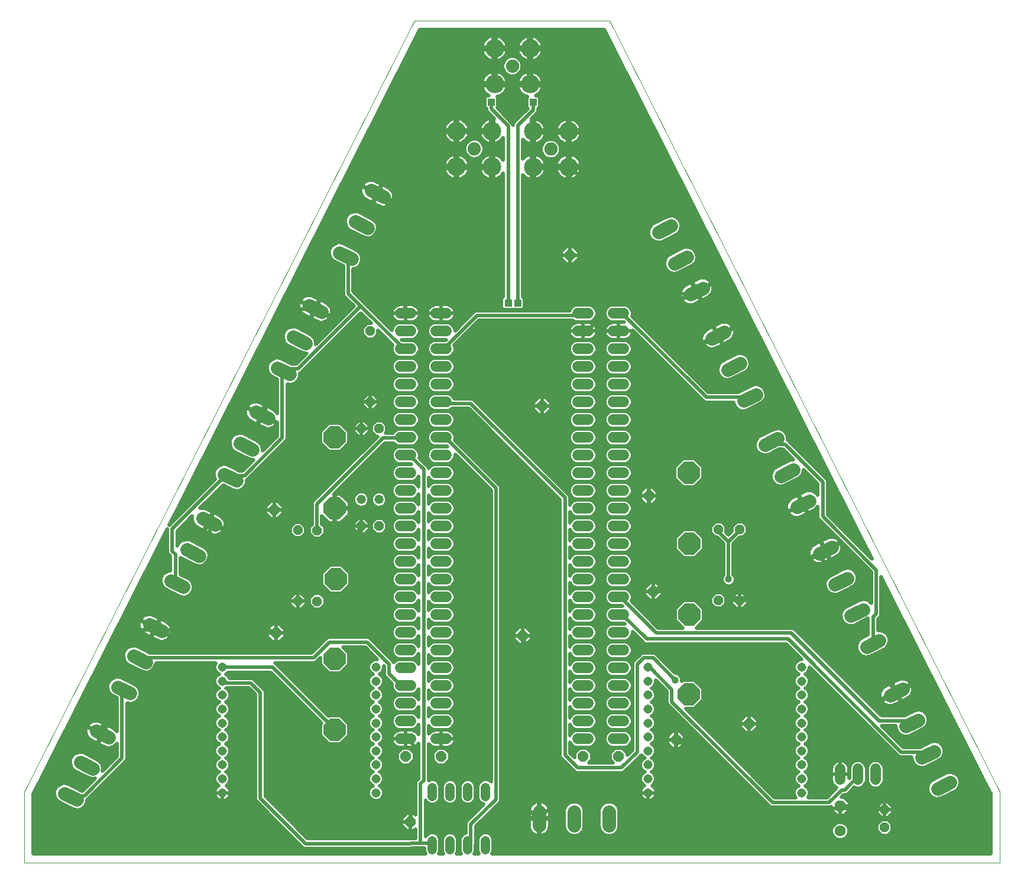
<source format=gbl>
G75*
%MOIN*%
%OFA0B0*%
%FSLAX25Y25*%
%IPPOS*%
%LPD*%
%AMOC8*
5,1,8,0,0,1.08239X$1,22.5*
%
%ADD10C,0.00000*%
%ADD11OC8,0.06000*%
%ADD12OC8,0.05200*%
%ADD13OC8,0.06300*%
%ADD14C,0.06300*%
%ADD15C,0.07800*%
%ADD16OC8,0.12400*%
%ADD17C,0.06000*%
%ADD18C,0.05150*%
%ADD19C,0.05200*%
%ADD20C,0.05200*%
%ADD21C,0.07500*%
%ADD22C,0.10500*%
%ADD23C,0.01969*%
%ADD24C,0.04000*%
%ADD25R,0.03962X0.03962*%
D10*
X0012516Y0011833D02*
X0012516Y0051833D01*
X0232516Y0486833D01*
X0342516Y0486833D01*
X0562516Y0051833D01*
X0562437Y0011833D01*
X0012516Y0011833D01*
D11*
X0154283Y0141492D03*
X0227516Y0071833D03*
X0247516Y0071833D03*
X0230036Y0034970D03*
X0327516Y0071833D03*
X0347516Y0071833D03*
X0379938Y0081301D03*
X0421136Y0090212D03*
X0367044Y0164995D03*
X0364603Y0219038D03*
X0304366Y0269629D03*
X0320114Y0354668D03*
X0153382Y0210967D03*
X0293369Y0140011D03*
D12*
X0212516Y0201833D03*
X0202516Y0201833D03*
X0177591Y0199446D03*
X0166765Y0199523D03*
X0166765Y0159523D03*
X0177591Y0159446D03*
X0202516Y0256833D03*
X0212516Y0256833D03*
X0207516Y0271833D03*
X0207516Y0311833D03*
X0403863Y0199840D03*
X0415817Y0199840D03*
X0415817Y0159840D03*
X0403863Y0159840D03*
X0497516Y0041833D03*
X0497516Y0031833D03*
D13*
X0472516Y0043833D03*
D14*
X0472516Y0029833D03*
D15*
X0518536Y0071242D02*
X0525485Y0074783D01*
X0516496Y0092425D02*
X0509547Y0088884D01*
X0500648Y0106347D02*
X0507598Y0109889D01*
X0494384Y0137319D02*
X0487434Y0133778D01*
X0478536Y0151242D02*
X0485485Y0154783D01*
X0476496Y0172425D02*
X0469547Y0168884D01*
X0460648Y0186347D02*
X0467598Y0189889D01*
X0454934Y0216051D02*
X0447985Y0212510D01*
X0439041Y0230063D02*
X0445991Y0233604D01*
X0437047Y0251157D02*
X0430097Y0247616D01*
X0417985Y0272510D02*
X0424934Y0276051D01*
X0415991Y0293604D02*
X0409041Y0290063D01*
X0400097Y0307616D02*
X0407047Y0311157D01*
X0394934Y0336051D02*
X0387985Y0332510D01*
X0379041Y0350063D02*
X0385991Y0353604D01*
X0377047Y0371157D02*
X0370097Y0367616D01*
X0214934Y0387616D02*
X0207985Y0391157D01*
X0199041Y0373604D02*
X0205991Y0370063D01*
X0197047Y0352510D02*
X0190097Y0356051D01*
X0172985Y0326157D02*
X0179934Y0322616D01*
X0170991Y0305063D02*
X0164041Y0308604D01*
X0155097Y0291051D02*
X0162047Y0287510D01*
X0149934Y0262616D02*
X0142985Y0266157D01*
X0134041Y0248604D02*
X0140991Y0245063D01*
X0132047Y0227510D02*
X0125097Y0231051D01*
X0112985Y0206157D02*
X0119934Y0202616D01*
X0110991Y0185063D02*
X0104041Y0188604D01*
X0095097Y0171051D02*
X0102047Y0167510D01*
X0089934Y0142616D02*
X0082985Y0146157D01*
X0074041Y0128604D02*
X0080991Y0125063D01*
X0072047Y0107510D02*
X0065097Y0111051D01*
X0052985Y0086157D02*
X0059934Y0082616D01*
X0050991Y0065063D02*
X0044041Y0068604D01*
X0035097Y0051051D02*
X0042047Y0047510D01*
X0302816Y0040733D02*
X0302816Y0032933D01*
X0322516Y0032933D02*
X0322516Y0040733D01*
X0342216Y0040733D02*
X0342216Y0032933D01*
X0527434Y0053778D02*
X0534384Y0057319D01*
D16*
X0387516Y0151833D03*
X0387516Y0191833D03*
X0387016Y0231833D03*
X0387016Y0106833D03*
X0188016Y0171833D03*
X0187516Y0211833D03*
X0187516Y0251833D03*
X0187516Y0126833D03*
X0187516Y0086833D03*
D17*
X0224516Y0081833D02*
X0230516Y0081833D01*
X0230516Y0091833D02*
X0224516Y0091833D01*
X0224516Y0101833D02*
X0230516Y0101833D01*
X0230516Y0111833D02*
X0224516Y0111833D01*
X0224516Y0121833D02*
X0230516Y0121833D01*
X0230516Y0131833D02*
X0224516Y0131833D01*
X0224516Y0141833D02*
X0230516Y0141833D01*
X0230516Y0151833D02*
X0224516Y0151833D01*
X0224516Y0161833D02*
X0230516Y0161833D01*
X0230516Y0171833D02*
X0224516Y0171833D01*
X0224516Y0181833D02*
X0230516Y0181833D01*
X0230516Y0191833D02*
X0224516Y0191833D01*
X0224516Y0201833D02*
X0230516Y0201833D01*
X0230516Y0211833D02*
X0224516Y0211833D01*
X0224516Y0221833D02*
X0230516Y0221833D01*
X0230516Y0231833D02*
X0224516Y0231833D01*
X0224516Y0241833D02*
X0230516Y0241833D01*
X0230516Y0251833D02*
X0224516Y0251833D01*
X0224516Y0261833D02*
X0230516Y0261833D01*
X0230516Y0271833D02*
X0224516Y0271833D01*
X0224516Y0281833D02*
X0230516Y0281833D01*
X0230516Y0291833D02*
X0224516Y0291833D01*
X0224516Y0301833D02*
X0230516Y0301833D01*
X0230516Y0311833D02*
X0224516Y0311833D01*
X0224516Y0321833D02*
X0230516Y0321833D01*
X0244516Y0321833D02*
X0250516Y0321833D01*
X0250516Y0311833D02*
X0244516Y0311833D01*
X0244516Y0301833D02*
X0250516Y0301833D01*
X0250516Y0291833D02*
X0244516Y0291833D01*
X0244516Y0281833D02*
X0250516Y0281833D01*
X0250516Y0271833D02*
X0244516Y0271833D01*
X0244516Y0261833D02*
X0250516Y0261833D01*
X0250516Y0251833D02*
X0244516Y0251833D01*
X0244516Y0241833D02*
X0250516Y0241833D01*
X0250516Y0231833D02*
X0244516Y0231833D01*
X0244516Y0221833D02*
X0250516Y0221833D01*
X0250516Y0211833D02*
X0244516Y0211833D01*
X0244516Y0201833D02*
X0250516Y0201833D01*
X0250516Y0191833D02*
X0244516Y0191833D01*
X0244516Y0181833D02*
X0250516Y0181833D01*
X0250516Y0171833D02*
X0244516Y0171833D01*
X0244516Y0161833D02*
X0250516Y0161833D01*
X0250516Y0151833D02*
X0244516Y0151833D01*
X0244516Y0141833D02*
X0250516Y0141833D01*
X0250516Y0131833D02*
X0244516Y0131833D01*
X0244516Y0121833D02*
X0250516Y0121833D01*
X0250516Y0111833D02*
X0244516Y0111833D01*
X0244516Y0101833D02*
X0250516Y0101833D01*
X0250516Y0091833D02*
X0244516Y0091833D01*
X0244516Y0081833D02*
X0250516Y0081833D01*
X0324516Y0081833D02*
X0330516Y0081833D01*
X0330516Y0091833D02*
X0324516Y0091833D01*
X0324516Y0101833D02*
X0330516Y0101833D01*
X0330516Y0111833D02*
X0324516Y0111833D01*
X0324516Y0121833D02*
X0330516Y0121833D01*
X0330516Y0131833D02*
X0324516Y0131833D01*
X0324516Y0141833D02*
X0330516Y0141833D01*
X0330516Y0151833D02*
X0324516Y0151833D01*
X0324516Y0161833D02*
X0330516Y0161833D01*
X0330516Y0171833D02*
X0324516Y0171833D01*
X0324516Y0181833D02*
X0330516Y0181833D01*
X0330516Y0191833D02*
X0324516Y0191833D01*
X0324516Y0201833D02*
X0330516Y0201833D01*
X0330516Y0211833D02*
X0324516Y0211833D01*
X0324516Y0221833D02*
X0330516Y0221833D01*
X0330516Y0231833D02*
X0324516Y0231833D01*
X0324516Y0241833D02*
X0330516Y0241833D01*
X0330516Y0251833D02*
X0324516Y0251833D01*
X0324516Y0261833D02*
X0330516Y0261833D01*
X0330516Y0271833D02*
X0324516Y0271833D01*
X0324516Y0281833D02*
X0330516Y0281833D01*
X0330516Y0291833D02*
X0324516Y0291833D01*
X0324516Y0301833D02*
X0330516Y0301833D01*
X0330516Y0311833D02*
X0324516Y0311833D01*
X0324516Y0321833D02*
X0330516Y0321833D01*
X0344516Y0321833D02*
X0350516Y0321833D01*
X0350516Y0311833D02*
X0344516Y0311833D01*
X0344516Y0301833D02*
X0350516Y0301833D01*
X0350516Y0291833D02*
X0344516Y0291833D01*
X0344516Y0281833D02*
X0350516Y0281833D01*
X0350516Y0271833D02*
X0344516Y0271833D01*
X0344516Y0261833D02*
X0350516Y0261833D01*
X0350516Y0251833D02*
X0344516Y0251833D01*
X0344516Y0241833D02*
X0350516Y0241833D01*
X0350516Y0231833D02*
X0344516Y0231833D01*
X0344516Y0221833D02*
X0350516Y0221833D01*
X0350516Y0211833D02*
X0344516Y0211833D01*
X0344516Y0201833D02*
X0350516Y0201833D01*
X0350516Y0191833D02*
X0344516Y0191833D01*
X0344516Y0181833D02*
X0350516Y0181833D01*
X0350516Y0171833D02*
X0344516Y0171833D01*
X0344516Y0161833D02*
X0350516Y0161833D01*
X0350516Y0151833D02*
X0344516Y0151833D01*
X0344516Y0141833D02*
X0350516Y0141833D01*
X0350516Y0131833D02*
X0344516Y0131833D01*
X0344516Y0121833D02*
X0350516Y0121833D01*
X0350516Y0111833D02*
X0344516Y0111833D01*
X0344516Y0101833D02*
X0350516Y0101833D01*
X0350516Y0091833D02*
X0344516Y0091833D01*
X0344516Y0081833D02*
X0350516Y0081833D01*
X0472516Y0064833D02*
X0472516Y0058833D01*
X0482516Y0058833D02*
X0482516Y0064833D01*
X0492516Y0064833D02*
X0492516Y0058833D01*
D18*
X0450823Y0059274D03*
X0450823Y0067148D03*
X0450823Y0075022D03*
X0450823Y0082896D03*
X0450823Y0090770D03*
X0450823Y0098644D03*
X0450823Y0106518D03*
X0450823Y0114392D03*
X0450823Y0122266D03*
X0450823Y0051400D03*
X0364209Y0051400D03*
X0364209Y0059274D03*
X0364209Y0067148D03*
X0364209Y0075022D03*
X0364209Y0082896D03*
X0364209Y0090770D03*
X0364209Y0098644D03*
X0364209Y0106518D03*
X0364209Y0114392D03*
X0364209Y0122266D03*
X0210823Y0122266D03*
X0210823Y0114392D03*
X0210823Y0106518D03*
X0210823Y0098644D03*
X0210823Y0090770D03*
X0210823Y0082896D03*
X0210823Y0075022D03*
X0210823Y0067148D03*
X0210823Y0059274D03*
X0210823Y0051400D03*
X0124209Y0051400D03*
X0124209Y0059274D03*
X0124209Y0067148D03*
X0124209Y0075022D03*
X0124209Y0082896D03*
X0124209Y0090770D03*
X0124209Y0098644D03*
X0124209Y0106518D03*
X0124209Y0114392D03*
X0124209Y0122266D03*
D19*
X0202516Y0216833D03*
X0212516Y0216833D03*
D20*
X0242516Y0054433D02*
X0242516Y0049233D01*
X0252516Y0049233D02*
X0252516Y0054433D01*
X0262516Y0054433D02*
X0262516Y0049233D01*
X0272516Y0049233D02*
X0272516Y0054433D01*
X0272516Y0024433D02*
X0272516Y0019233D01*
X0262516Y0019233D02*
X0262516Y0024433D01*
X0252516Y0024433D02*
X0252516Y0019233D01*
X0242516Y0019233D02*
X0242516Y0024433D01*
D21*
X0266185Y0414592D03*
X0309325Y0414468D03*
X0287636Y0461258D03*
D22*
X0297675Y0471297D03*
X0277597Y0471297D03*
X0277597Y0451219D03*
X0297675Y0451219D03*
X0299286Y0424507D03*
X0299286Y0404429D03*
X0319364Y0404429D03*
X0319364Y0424507D03*
X0276224Y0424631D03*
X0276224Y0404553D03*
X0256146Y0404553D03*
X0256146Y0424631D03*
D23*
X0255380Y0424907D02*
X0206782Y0424907D01*
X0207777Y0426874D02*
X0249257Y0426874D01*
X0249281Y0426962D02*
X0249036Y0426046D01*
X0248950Y0425397D01*
X0255380Y0425397D01*
X0255380Y0423866D01*
X0248950Y0423866D01*
X0249036Y0423217D01*
X0249281Y0422301D01*
X0249644Y0421425D01*
X0250118Y0420604D01*
X0250695Y0419851D01*
X0251366Y0419181D01*
X0252118Y0418603D01*
X0252940Y0418129D01*
X0253816Y0417766D01*
X0254732Y0417521D01*
X0255380Y0417435D01*
X0255380Y0423866D01*
X0256912Y0423866D01*
X0256912Y0425397D01*
X0263342Y0425397D01*
X0263257Y0426046D01*
X0263011Y0426962D01*
X0262648Y0427838D01*
X0262174Y0428659D01*
X0261597Y0429411D01*
X0260926Y0430082D01*
X0260174Y0430659D01*
X0259353Y0431133D01*
X0258476Y0431496D01*
X0257560Y0431742D01*
X0256912Y0431827D01*
X0256912Y0425397D01*
X0255380Y0425397D01*
X0255380Y0431827D01*
X0254732Y0431742D01*
X0253816Y0431496D01*
X0252940Y0431133D01*
X0252118Y0430659D01*
X0251366Y0430082D01*
X0250695Y0429411D01*
X0250118Y0428659D01*
X0249644Y0427838D01*
X0249281Y0426962D01*
X0250257Y0428841D02*
X0208772Y0428841D01*
X0209766Y0430808D02*
X0252375Y0430808D01*
X0255380Y0430808D02*
X0256912Y0430808D01*
X0256912Y0428841D02*
X0255380Y0428841D01*
X0255380Y0426874D02*
X0256912Y0426874D01*
X0256912Y0424907D02*
X0275458Y0424907D01*
X0275458Y0425397D02*
X0275458Y0423866D01*
X0269028Y0423866D01*
X0269114Y0423217D01*
X0269359Y0422301D01*
X0269722Y0421425D01*
X0270196Y0420604D01*
X0270773Y0419851D01*
X0271444Y0419181D01*
X0272196Y0418603D01*
X0273018Y0418129D01*
X0273894Y0417766D01*
X0274810Y0417521D01*
X0275458Y0417435D01*
X0275458Y0423866D01*
X0276990Y0423866D01*
X0276990Y0417435D01*
X0277638Y0417521D01*
X0278554Y0417766D01*
X0279430Y0418129D01*
X0280252Y0418603D01*
X0281004Y0419181D01*
X0281675Y0419851D01*
X0282252Y0420604D01*
X0282503Y0421039D01*
X0282503Y0408146D01*
X0282252Y0408581D01*
X0281675Y0409334D01*
X0281004Y0410004D01*
X0280252Y0410581D01*
X0279430Y0411056D01*
X0278554Y0411418D01*
X0277638Y0411664D01*
X0276990Y0411749D01*
X0276990Y0405319D01*
X0275458Y0405319D01*
X0275458Y0403788D01*
X0269028Y0403788D01*
X0269114Y0403139D01*
X0269359Y0402223D01*
X0269722Y0401347D01*
X0270196Y0400526D01*
X0270773Y0399773D01*
X0271444Y0399103D01*
X0272196Y0398525D01*
X0273018Y0398051D01*
X0273894Y0397688D01*
X0274810Y0397443D01*
X0275458Y0397358D01*
X0275458Y0403788D01*
X0276990Y0403788D01*
X0276990Y0397358D01*
X0277638Y0397443D01*
X0278554Y0397688D01*
X0279430Y0398051D01*
X0280252Y0398525D01*
X0281004Y0399103D01*
X0281675Y0399773D01*
X0282252Y0400526D01*
X0282503Y0400961D01*
X0282503Y0331416D01*
X0281506Y0330420D01*
X0281506Y0324979D01*
X0282552Y0323934D01*
X0287992Y0323934D01*
X0288028Y0323970D01*
X0288063Y0323934D01*
X0293504Y0323934D01*
X0294549Y0324979D01*
X0294549Y0330420D01*
X0293552Y0331416D01*
X0293552Y0400018D01*
X0293836Y0399649D01*
X0294506Y0398978D01*
X0295259Y0398401D01*
X0296080Y0397927D01*
X0296956Y0397564D01*
X0297872Y0397318D01*
X0298521Y0397233D01*
X0298521Y0403663D01*
X0300052Y0403663D01*
X0300052Y0397233D01*
X0300701Y0397318D01*
X0301617Y0397564D01*
X0302493Y0397927D01*
X0303314Y0398401D01*
X0304066Y0398978D01*
X0304737Y0399649D01*
X0305314Y0400401D01*
X0305788Y0401222D01*
X0306151Y0402099D01*
X0306397Y0403015D01*
X0306482Y0403663D01*
X0300052Y0403663D01*
X0300052Y0405195D01*
X0298521Y0405195D01*
X0298521Y0411625D01*
X0297872Y0411539D01*
X0296956Y0411294D01*
X0296080Y0410931D01*
X0295259Y0410457D01*
X0294506Y0409880D01*
X0293836Y0409209D01*
X0293552Y0408840D01*
X0293552Y0420096D01*
X0293836Y0419727D01*
X0294506Y0419056D01*
X0295259Y0418479D01*
X0296080Y0418005D01*
X0296956Y0417642D01*
X0297872Y0417396D01*
X0298521Y0417311D01*
X0298521Y0423741D01*
X0300052Y0423741D01*
X0300052Y0417311D01*
X0300701Y0417396D01*
X0301617Y0417642D01*
X0302493Y0418005D01*
X0303314Y0418479D01*
X0304066Y0419056D01*
X0304737Y0419727D01*
X0305314Y0420479D01*
X0305788Y0421300D01*
X0306151Y0422176D01*
X0306397Y0423092D01*
X0306482Y0423741D01*
X0300052Y0423741D01*
X0300052Y0425273D01*
X0298521Y0425273D01*
X0298521Y0431703D01*
X0298503Y0431700D01*
X0301013Y0434211D01*
X0301792Y0434990D01*
X0302214Y0436007D01*
X0302214Y0437171D01*
X0303210Y0438168D01*
X0303210Y0443609D01*
X0302165Y0444654D01*
X0300729Y0444654D01*
X0300881Y0444717D01*
X0301703Y0445191D01*
X0302455Y0445768D01*
X0303126Y0446439D01*
X0303703Y0447191D01*
X0304177Y0448012D01*
X0304540Y0448888D01*
X0304785Y0449804D01*
X0304871Y0450453D01*
X0298441Y0450453D01*
X0298441Y0451985D01*
X0296909Y0451985D01*
X0296909Y0458415D01*
X0296261Y0458329D01*
X0295345Y0458084D01*
X0294468Y0457721D01*
X0293647Y0457247D01*
X0292895Y0456670D01*
X0292224Y0455999D01*
X0291647Y0455247D01*
X0291173Y0454425D01*
X0290810Y0453549D01*
X0290564Y0452633D01*
X0290479Y0451985D01*
X0296909Y0451985D01*
X0296909Y0450453D01*
X0290479Y0450453D01*
X0290564Y0449804D01*
X0290810Y0448888D01*
X0291173Y0448012D01*
X0291647Y0447191D01*
X0292224Y0446439D01*
X0292895Y0445768D01*
X0293647Y0445191D01*
X0294468Y0444717D01*
X0295345Y0444354D01*
X0296197Y0444126D01*
X0295680Y0443609D01*
X0295680Y0438168D01*
X0296410Y0437438D01*
X0288437Y0429465D01*
X0288015Y0428447D01*
X0288015Y0428114D01*
X0287840Y0428536D01*
X0287650Y0429023D01*
X0287630Y0429044D01*
X0287619Y0429071D01*
X0287249Y0429440D01*
X0279222Y0437802D01*
X0279588Y0438168D01*
X0279588Y0443609D01*
X0279072Y0444125D01*
X0279927Y0444354D01*
X0280803Y0444717D01*
X0281625Y0445191D01*
X0282377Y0445768D01*
X0283048Y0446439D01*
X0283625Y0447191D01*
X0284099Y0448012D01*
X0284462Y0448888D01*
X0284707Y0449804D01*
X0284793Y0450453D01*
X0278363Y0450453D01*
X0278363Y0451985D01*
X0276831Y0451985D01*
X0276831Y0458415D01*
X0276183Y0458329D01*
X0275267Y0458084D01*
X0274390Y0457721D01*
X0273569Y0457247D01*
X0272817Y0456670D01*
X0272146Y0455999D01*
X0271569Y0455247D01*
X0271095Y0454425D01*
X0270732Y0453549D01*
X0270487Y0452633D01*
X0270401Y0451985D01*
X0276831Y0451985D01*
X0276831Y0450453D01*
X0270401Y0450453D01*
X0270487Y0449804D01*
X0270732Y0448888D01*
X0271095Y0448012D01*
X0271569Y0447191D01*
X0272146Y0446439D01*
X0272817Y0445768D01*
X0273569Y0445191D01*
X0274390Y0444717D01*
X0274542Y0444654D01*
X0273103Y0444654D01*
X0272058Y0443609D01*
X0272058Y0438168D01*
X0273050Y0437175D01*
X0273044Y0436851D01*
X0273055Y0436824D01*
X0273055Y0436794D01*
X0273255Y0436312D01*
X0273445Y0435825D01*
X0273465Y0435804D01*
X0273476Y0435777D01*
X0273845Y0435407D01*
X0277325Y0431783D01*
X0276990Y0431827D01*
X0276990Y0425397D01*
X0275458Y0425397D01*
X0269028Y0425397D01*
X0269114Y0426046D01*
X0269359Y0426962D01*
X0269722Y0427838D01*
X0270196Y0428659D01*
X0270773Y0429411D01*
X0271444Y0430082D01*
X0272196Y0430659D01*
X0273018Y0431133D01*
X0273894Y0431496D01*
X0274810Y0431742D01*
X0275458Y0431827D01*
X0275458Y0425397D01*
X0275458Y0426874D02*
X0276990Y0426874D01*
X0276990Y0428841D02*
X0275458Y0428841D01*
X0275458Y0430808D02*
X0276990Y0430808D01*
X0276373Y0432775D02*
X0210761Y0432775D01*
X0211756Y0434742D02*
X0274485Y0434742D01*
X0273090Y0436709D02*
X0212751Y0436709D01*
X0213746Y0438676D02*
X0272058Y0438676D01*
X0272058Y0440643D02*
X0214741Y0440643D01*
X0215735Y0442610D02*
X0272058Y0442610D01*
X0273026Y0444577D02*
X0216730Y0444577D01*
X0217725Y0446544D02*
X0272066Y0446544D01*
X0270888Y0448511D02*
X0218720Y0448511D01*
X0219715Y0450478D02*
X0276831Y0450478D01*
X0278363Y0450478D02*
X0296909Y0450478D01*
X0298441Y0450478D02*
X0355317Y0450478D01*
X0354322Y0452445D02*
X0304810Y0452445D01*
X0304785Y0452633D02*
X0304540Y0453549D01*
X0304177Y0454425D01*
X0303703Y0455247D01*
X0303126Y0455999D01*
X0302455Y0456670D01*
X0301703Y0457247D01*
X0300881Y0457721D01*
X0300005Y0458084D01*
X0299089Y0458329D01*
X0298441Y0458415D01*
X0298441Y0451985D01*
X0304871Y0451985D01*
X0304785Y0452633D01*
X0304183Y0454412D02*
X0353328Y0454412D01*
X0352333Y0456379D02*
X0302746Y0456379D01*
X0298964Y0458346D02*
X0351338Y0458346D01*
X0350343Y0460313D02*
X0293170Y0460313D01*
X0293170Y0460157D02*
X0292328Y0458123D01*
X0290771Y0456566D01*
X0288737Y0455724D01*
X0286535Y0455724D01*
X0284501Y0456566D01*
X0282944Y0458123D01*
X0282102Y0460157D01*
X0282102Y0462359D01*
X0282944Y0464393D01*
X0284501Y0465950D01*
X0286535Y0466792D01*
X0288737Y0466792D01*
X0290771Y0465950D01*
X0292328Y0464393D01*
X0293170Y0462359D01*
X0293170Y0460157D01*
X0292420Y0458346D02*
X0296386Y0458346D01*
X0296909Y0458346D02*
X0298441Y0458346D01*
X0298441Y0456379D02*
X0296909Y0456379D01*
X0296909Y0454412D02*
X0298441Y0454412D01*
X0298441Y0452445D02*
X0296909Y0452445D01*
X0292604Y0456379D02*
X0290319Y0456379D01*
X0291167Y0454412D02*
X0284105Y0454412D01*
X0284099Y0454425D02*
X0283625Y0455247D01*
X0283048Y0455999D01*
X0282377Y0456670D01*
X0281625Y0457247D01*
X0280803Y0457721D01*
X0279927Y0458084D01*
X0279011Y0458329D01*
X0278363Y0458415D01*
X0278363Y0451985D01*
X0284793Y0451985D01*
X0284707Y0452633D01*
X0284462Y0453549D01*
X0284099Y0454425D01*
X0284732Y0452445D02*
X0290540Y0452445D01*
X0290966Y0448511D02*
X0284306Y0448511D01*
X0283128Y0446544D02*
X0292144Y0446544D01*
X0294807Y0444577D02*
X0280465Y0444577D01*
X0279588Y0442610D02*
X0295680Y0442610D01*
X0295680Y0440643D02*
X0279588Y0440643D01*
X0279588Y0438676D02*
X0295680Y0438676D01*
X0295681Y0436709D02*
X0280272Y0436709D01*
X0282160Y0434742D02*
X0293714Y0434742D01*
X0291747Y0432775D02*
X0284048Y0432775D01*
X0285937Y0430808D02*
X0289780Y0430808D01*
X0288178Y0428841D02*
X0287721Y0428841D01*
X0285272Y0427503D02*
X0275823Y0437345D01*
X0275823Y0440888D01*
X0272453Y0430808D02*
X0259917Y0430808D01*
X0262035Y0428841D02*
X0270335Y0428841D01*
X0269335Y0426874D02*
X0263035Y0426874D01*
X0263342Y0423866D02*
X0256912Y0423866D01*
X0256912Y0417435D01*
X0257560Y0417521D01*
X0258476Y0417766D01*
X0259353Y0418129D01*
X0260174Y0418603D01*
X0260926Y0419181D01*
X0261597Y0419851D01*
X0262174Y0420604D01*
X0262648Y0421425D01*
X0263011Y0422301D01*
X0263257Y0423217D01*
X0263342Y0423866D01*
X0263182Y0422940D02*
X0269188Y0422940D01*
X0269983Y0420973D02*
X0262387Y0420973D01*
X0263050Y0419284D02*
X0261493Y0417727D01*
X0260651Y0415693D01*
X0260651Y0413492D01*
X0261493Y0411457D01*
X0263050Y0409901D01*
X0265084Y0409058D01*
X0267286Y0409058D01*
X0269320Y0409901D01*
X0270877Y0411457D01*
X0271719Y0413492D01*
X0271719Y0415693D01*
X0270877Y0417727D01*
X0269320Y0419284D01*
X0267286Y0420127D01*
X0265084Y0420127D01*
X0263050Y0419284D01*
X0262772Y0419005D02*
X0260698Y0419005D01*
X0261208Y0417038D02*
X0202803Y0417038D01*
X0201808Y0415071D02*
X0260651Y0415071D01*
X0260811Y0413104D02*
X0200813Y0413104D01*
X0199818Y0411137D02*
X0253137Y0411137D01*
X0252940Y0411056D02*
X0252118Y0410581D01*
X0251366Y0410004D01*
X0250695Y0409334D01*
X0250118Y0408581D01*
X0249644Y0407760D01*
X0249281Y0406884D01*
X0249036Y0405968D01*
X0248950Y0405319D01*
X0255380Y0405319D01*
X0255380Y0403788D01*
X0248950Y0403788D01*
X0249036Y0403139D01*
X0249281Y0402223D01*
X0249644Y0401347D01*
X0250118Y0400526D01*
X0250695Y0399773D01*
X0251366Y0399103D01*
X0252118Y0398525D01*
X0252940Y0398051D01*
X0253816Y0397688D01*
X0254732Y0397443D01*
X0255380Y0397358D01*
X0255380Y0403788D01*
X0256912Y0403788D01*
X0256912Y0405319D01*
X0263342Y0405319D01*
X0263257Y0405968D01*
X0263011Y0406884D01*
X0262648Y0407760D01*
X0262174Y0408581D01*
X0261597Y0409334D01*
X0260926Y0410004D01*
X0260174Y0410581D01*
X0259353Y0411056D01*
X0258476Y0411418D01*
X0257560Y0411664D01*
X0256912Y0411749D01*
X0256912Y0405319D01*
X0255380Y0405319D01*
X0255380Y0411749D01*
X0254732Y0411664D01*
X0253816Y0411418D01*
X0252940Y0411056D01*
X0255380Y0411137D02*
X0256912Y0411137D01*
X0256912Y0409170D02*
X0255380Y0409170D01*
X0255380Y0407203D02*
X0256912Y0407203D01*
X0256912Y0405236D02*
X0275458Y0405236D01*
X0275458Y0405319D02*
X0269028Y0405319D01*
X0269114Y0405968D01*
X0269359Y0406884D01*
X0269722Y0407760D01*
X0270196Y0408581D01*
X0270773Y0409334D01*
X0271444Y0410004D01*
X0272196Y0410581D01*
X0273018Y0411056D01*
X0273894Y0411418D01*
X0274810Y0411664D01*
X0275458Y0411749D01*
X0275458Y0405319D01*
X0275458Y0407203D02*
X0276990Y0407203D01*
X0276990Y0409170D02*
X0275458Y0409170D01*
X0275458Y0411137D02*
X0276990Y0411137D01*
X0279233Y0411137D02*
X0282503Y0411137D01*
X0282503Y0409170D02*
X0281800Y0409170D01*
X0282503Y0413104D02*
X0271559Y0413104D01*
X0271719Y0415071D02*
X0282503Y0415071D01*
X0282503Y0417038D02*
X0271162Y0417038D01*
X0271672Y0419005D02*
X0269599Y0419005D01*
X0275458Y0419005D02*
X0276990Y0419005D01*
X0276990Y0420973D02*
X0275458Y0420973D01*
X0275458Y0422940D02*
X0276990Y0422940D01*
X0280776Y0419005D02*
X0282503Y0419005D01*
X0282465Y0420973D02*
X0282503Y0420973D01*
X0285272Y0427503D02*
X0285272Y0327699D01*
X0281506Y0328523D02*
X0203521Y0328523D01*
X0203769Y0328275D02*
X0197883Y0334161D01*
X0197883Y0346805D01*
X0199879Y0347453D01*
X0201599Y0348922D01*
X0202625Y0350937D01*
X0202803Y0353191D01*
X0202104Y0355342D01*
X0200635Y0357061D01*
X0191671Y0361629D01*
X0189416Y0361806D01*
X0187266Y0361108D01*
X0185546Y0359639D01*
X0184519Y0357624D01*
X0184342Y0355370D01*
X0185041Y0353219D01*
X0186509Y0351500D01*
X0192346Y0348526D01*
X0192346Y0332464D01*
X0192767Y0331446D01*
X0198286Y0325928D01*
X0176630Y0304273D01*
X0176746Y0305744D01*
X0176048Y0307895D01*
X0174579Y0309614D01*
X0165614Y0314182D01*
X0163360Y0314359D01*
X0161209Y0313661D01*
X0159490Y0312192D01*
X0158463Y0310177D01*
X0158286Y0307923D01*
X0158984Y0305772D01*
X0160453Y0304052D01*
X0169418Y0299485D01*
X0171666Y0299308D01*
X0165621Y0293263D01*
X0163276Y0293263D01*
X0156671Y0296629D01*
X0154416Y0296806D01*
X0152266Y0296108D01*
X0150546Y0294639D01*
X0149519Y0292624D01*
X0149342Y0290370D01*
X0150041Y0288219D01*
X0151509Y0286500D01*
X0155141Y0284649D01*
X0155141Y0265358D01*
X0154967Y0265700D01*
X0154423Y0266449D01*
X0153768Y0267104D01*
X0153018Y0267648D01*
X0149412Y0269486D01*
X0146884Y0264524D01*
X0155141Y0260317D01*
X0155141Y0252665D01*
X0146620Y0244144D01*
X0146746Y0245744D01*
X0146048Y0247895D01*
X0144579Y0249614D01*
X0135614Y0254182D01*
X0133360Y0254359D01*
X0131209Y0253661D01*
X0129490Y0252192D01*
X0128463Y0250177D01*
X0128286Y0247923D01*
X0128984Y0245772D01*
X0130453Y0244052D01*
X0139418Y0239485D01*
X0141672Y0239307D01*
X0141837Y0239361D01*
X0135503Y0233027D01*
X0133740Y0233027D01*
X0126671Y0236629D01*
X0124416Y0236806D01*
X0122266Y0236108D01*
X0120546Y0234639D01*
X0119519Y0232624D01*
X0119342Y0230370D01*
X0120041Y0228219D01*
X0120052Y0228206D01*
X0094254Y0202408D01*
X0235581Y0481849D01*
X0339451Y0481849D01*
X0490406Y0183370D01*
X0465403Y0208374D01*
X0465403Y0227266D01*
X0464981Y0228283D01*
X0443721Y0249543D01*
X0442942Y0250322D01*
X0442775Y0250391D01*
X0442803Y0250475D01*
X0442625Y0252730D01*
X0441599Y0254745D01*
X0439879Y0256213D01*
X0437728Y0256912D01*
X0435474Y0256735D01*
X0426509Y0252167D01*
X0425041Y0250447D01*
X0424342Y0248297D01*
X0424519Y0246042D01*
X0425546Y0244028D01*
X0427266Y0242559D01*
X0429416Y0241860D01*
X0431671Y0242038D01*
X0437890Y0245207D01*
X0440227Y0245207D01*
X0446118Y0239316D01*
X0444418Y0239182D01*
X0435453Y0234614D01*
X0433984Y0232895D01*
X0433286Y0230744D01*
X0433463Y0228490D01*
X0434490Y0226475D01*
X0436209Y0225006D01*
X0438360Y0224307D01*
X0440614Y0224485D01*
X0449579Y0229052D01*
X0451048Y0230772D01*
X0451746Y0232923D01*
X0451681Y0233753D01*
X0459866Y0225568D01*
X0459866Y0219275D01*
X0459423Y0219884D01*
X0458768Y0220539D01*
X0458018Y0221084D01*
X0457193Y0221504D01*
X0456312Y0221790D01*
X0455398Y0221935D01*
X0454471Y0221935D01*
X0453557Y0221790D01*
X0452676Y0221504D01*
X0449069Y0219667D01*
X0451597Y0214705D01*
X0451035Y0214419D01*
X0448507Y0219380D01*
X0444901Y0217543D01*
X0444151Y0216998D01*
X0443496Y0216343D01*
X0442952Y0215594D01*
X0442531Y0214769D01*
X0442245Y0213888D01*
X0442100Y0212973D01*
X0442100Y0212047D01*
X0442245Y0211132D01*
X0442531Y0210251D01*
X0442598Y0210120D01*
X0451035Y0214418D01*
X0451321Y0213856D01*
X0442885Y0209557D01*
X0442952Y0209426D01*
X0443496Y0208677D01*
X0444151Y0208022D01*
X0444901Y0207477D01*
X0445726Y0207057D01*
X0446607Y0206771D01*
X0447522Y0206626D01*
X0448448Y0206626D01*
X0449363Y0206771D01*
X0450243Y0207057D01*
X0453850Y0208894D01*
X0451322Y0213856D01*
X0451884Y0214142D01*
X0454412Y0209181D01*
X0458018Y0211018D01*
X0458768Y0211563D01*
X0459423Y0212218D01*
X0459866Y0212827D01*
X0459866Y0206676D01*
X0460287Y0205659D01*
X0461066Y0204880D01*
X0489984Y0175962D01*
X0489984Y0158416D01*
X0488317Y0159840D01*
X0486167Y0160538D01*
X0483912Y0160361D01*
X0474948Y0155793D01*
X0473479Y0154074D01*
X0472780Y0151923D01*
X0472958Y0149669D01*
X0473984Y0147654D01*
X0475704Y0146185D01*
X0477854Y0145486D01*
X0480109Y0145664D01*
X0488212Y0149793D01*
X0488212Y0140554D01*
X0483846Y0138329D01*
X0482377Y0136610D01*
X0481678Y0134459D01*
X0481856Y0132205D01*
X0482882Y0130190D01*
X0484602Y0128721D01*
X0486753Y0128023D01*
X0489007Y0128200D01*
X0497972Y0132768D01*
X0499440Y0134487D01*
X0500139Y0136638D01*
X0499962Y0138892D01*
X0498935Y0140907D01*
X0497215Y0142376D01*
X0495065Y0143075D01*
X0493749Y0142971D01*
X0493749Y0149387D01*
X0494320Y0149959D01*
X0495099Y0150738D01*
X0495521Y0151755D01*
X0495521Y0173257D01*
X0557529Y0050649D01*
X0557463Y0016818D01*
X0276261Y0016818D01*
X0276900Y0018361D01*
X0276900Y0025305D01*
X0276233Y0026917D01*
X0274999Y0028150D01*
X0273388Y0028818D01*
X0271644Y0028818D01*
X0270032Y0028150D01*
X0268799Y0026917D01*
X0268132Y0025305D01*
X0268132Y0018361D01*
X0268771Y0016818D01*
X0266261Y0016818D01*
X0266900Y0018361D01*
X0266900Y0022238D01*
X0266977Y0022424D01*
X0266977Y0022708D01*
X0267032Y0022987D01*
X0266977Y0023254D01*
X0266977Y0032458D01*
X0279950Y0045431D01*
X0280729Y0046210D01*
X0281151Y0047228D01*
X0281151Y0223723D01*
X0280729Y0224740D01*
X0255091Y0250378D01*
X0255300Y0250882D01*
X0255300Y0252785D01*
X0254572Y0254543D01*
X0253226Y0255889D01*
X0251468Y0256618D01*
X0243564Y0256618D01*
X0241806Y0255889D01*
X0240460Y0254543D01*
X0239732Y0252785D01*
X0239732Y0250882D01*
X0240460Y0249123D01*
X0241806Y0247777D01*
X0243564Y0247049D01*
X0250590Y0247049D01*
X0251021Y0246618D01*
X0243564Y0246618D01*
X0241806Y0245889D01*
X0240460Y0244543D01*
X0239732Y0242785D01*
X0239732Y0240882D01*
X0240460Y0239123D01*
X0241806Y0237777D01*
X0243564Y0237049D01*
X0251468Y0237049D01*
X0253226Y0237777D01*
X0254572Y0239123D01*
X0255300Y0240882D01*
X0255300Y0242339D01*
X0275614Y0222025D01*
X0275614Y0057536D01*
X0274999Y0058150D01*
X0273388Y0058818D01*
X0271644Y0058818D01*
X0270032Y0058150D01*
X0268799Y0056917D01*
X0268132Y0055305D01*
X0268132Y0048361D01*
X0268799Y0046750D01*
X0270032Y0045517D01*
X0271569Y0044880D01*
X0261862Y0035173D01*
X0261440Y0034156D01*
X0261440Y0028733D01*
X0260032Y0028150D01*
X0258799Y0026917D01*
X0258132Y0025305D01*
X0258132Y0018361D01*
X0258771Y0016818D01*
X0256261Y0016818D01*
X0256900Y0018361D01*
X0256900Y0025305D01*
X0256233Y0026917D01*
X0254999Y0028150D01*
X0253388Y0028818D01*
X0251644Y0028818D01*
X0250032Y0028150D01*
X0248799Y0026917D01*
X0248132Y0025305D01*
X0248132Y0018361D01*
X0248771Y0016818D01*
X0246261Y0016818D01*
X0246900Y0018361D01*
X0246900Y0025305D01*
X0246233Y0026917D01*
X0244999Y0028150D01*
X0243388Y0028818D01*
X0241644Y0028818D01*
X0240032Y0028150D01*
X0238799Y0026917D01*
X0238631Y0026511D01*
X0238631Y0047156D01*
X0238799Y0046750D01*
X0240032Y0045517D01*
X0241644Y0044849D01*
X0243388Y0044849D01*
X0244999Y0045517D01*
X0246233Y0046750D01*
X0246900Y0048361D01*
X0246900Y0055305D01*
X0246233Y0056917D01*
X0244999Y0058150D01*
X0243388Y0058818D01*
X0241644Y0058818D01*
X0240403Y0058303D01*
X0240403Y0079015D01*
X0240714Y0078586D01*
X0241269Y0078032D01*
X0241904Y0077570D01*
X0242603Y0077214D01*
X0243349Y0076972D01*
X0244124Y0076849D01*
X0247500Y0076849D01*
X0247500Y0081817D01*
X0247532Y0081817D01*
X0247532Y0076849D01*
X0250908Y0076849D01*
X0251683Y0076972D01*
X0252429Y0077214D01*
X0253128Y0077570D01*
X0253763Y0078032D01*
X0254318Y0078586D01*
X0254779Y0079221D01*
X0255135Y0079920D01*
X0255377Y0080666D01*
X0255500Y0081441D01*
X0255500Y0081818D01*
X0247532Y0081818D01*
X0247532Y0081849D01*
X0255500Y0081849D01*
X0255500Y0082226D01*
X0255377Y0083000D01*
X0255135Y0083747D01*
X0254779Y0084446D01*
X0254318Y0085080D01*
X0253763Y0085635D01*
X0253128Y0086096D01*
X0252429Y0086452D01*
X0251683Y0086695D01*
X0250908Y0086818D01*
X0247532Y0086818D01*
X0247532Y0081849D01*
X0247500Y0081849D01*
X0247500Y0086818D01*
X0244124Y0086818D01*
X0243349Y0086695D01*
X0242603Y0086452D01*
X0241904Y0086096D01*
X0241269Y0085635D01*
X0240714Y0085080D01*
X0240403Y0084651D01*
X0240403Y0089262D01*
X0240460Y0089123D01*
X0241806Y0087777D01*
X0243564Y0087049D01*
X0251468Y0087049D01*
X0253226Y0087777D01*
X0254572Y0089123D01*
X0255300Y0090882D01*
X0255300Y0092785D01*
X0254572Y0094543D01*
X0253226Y0095889D01*
X0251468Y0096618D01*
X0243564Y0096618D01*
X0241806Y0095889D01*
X0240460Y0094543D01*
X0240403Y0094405D01*
X0240403Y0099262D01*
X0240460Y0099123D01*
X0241806Y0097777D01*
X0243564Y0097049D01*
X0251468Y0097049D01*
X0253226Y0097777D01*
X0254572Y0099123D01*
X0255300Y0100882D01*
X0255300Y0102785D01*
X0254572Y0104543D01*
X0253226Y0105889D01*
X0251468Y0106618D01*
X0243564Y0106618D01*
X0241806Y0105889D01*
X0240460Y0104543D01*
X0240403Y0104405D01*
X0240403Y0109262D01*
X0240460Y0109123D01*
X0241806Y0107777D01*
X0243564Y0107049D01*
X0251468Y0107049D01*
X0253226Y0107777D01*
X0254572Y0109123D01*
X0255300Y0110882D01*
X0255300Y0112785D01*
X0254572Y0114543D01*
X0253226Y0115889D01*
X0251468Y0116618D01*
X0243564Y0116618D01*
X0241806Y0115889D01*
X0240460Y0114543D01*
X0240403Y0114405D01*
X0240403Y0119262D01*
X0240460Y0119123D01*
X0241806Y0117777D01*
X0243564Y0117049D01*
X0251468Y0117049D01*
X0253226Y0117777D01*
X0254572Y0119123D01*
X0255300Y0120882D01*
X0255300Y0122785D01*
X0254572Y0124543D01*
X0253226Y0125889D01*
X0251468Y0126618D01*
X0243564Y0126618D01*
X0241806Y0125889D01*
X0240460Y0124543D01*
X0240403Y0124405D01*
X0240403Y0129262D01*
X0240460Y0129123D01*
X0241806Y0127777D01*
X0243564Y0127049D01*
X0251468Y0127049D01*
X0253226Y0127777D01*
X0254572Y0129123D01*
X0255300Y0130882D01*
X0255300Y0132785D01*
X0254572Y0134543D01*
X0253226Y0135889D01*
X0251468Y0136618D01*
X0243564Y0136618D01*
X0241806Y0135889D01*
X0240460Y0134543D01*
X0240403Y0134405D01*
X0240403Y0139262D01*
X0240460Y0139123D01*
X0241806Y0137777D01*
X0243564Y0137049D01*
X0251468Y0137049D01*
X0253226Y0137777D01*
X0254572Y0139123D01*
X0255300Y0140882D01*
X0255300Y0142785D01*
X0254572Y0144543D01*
X0253226Y0145889D01*
X0251468Y0146618D01*
X0243564Y0146618D01*
X0241806Y0145889D01*
X0240460Y0144543D01*
X0240403Y0144405D01*
X0240403Y0149262D01*
X0240460Y0149123D01*
X0241806Y0147777D01*
X0243564Y0147049D01*
X0251468Y0147049D01*
X0253226Y0147777D01*
X0254572Y0149123D01*
X0255300Y0150882D01*
X0255300Y0152785D01*
X0254572Y0154543D01*
X0253226Y0155889D01*
X0251468Y0156618D01*
X0243564Y0156618D01*
X0241806Y0155889D01*
X0240460Y0154543D01*
X0240403Y0154405D01*
X0240403Y0159262D01*
X0240460Y0159123D01*
X0241806Y0157777D01*
X0243564Y0157049D01*
X0251468Y0157049D01*
X0253226Y0157777D01*
X0254572Y0159123D01*
X0255300Y0160882D01*
X0255300Y0162785D01*
X0254572Y0164543D01*
X0253226Y0165889D01*
X0251468Y0166618D01*
X0243564Y0166618D01*
X0241806Y0165889D01*
X0240460Y0164543D01*
X0240403Y0164405D01*
X0240403Y0169262D01*
X0240460Y0169123D01*
X0241806Y0167777D01*
X0243564Y0167049D01*
X0251468Y0167049D01*
X0253226Y0167777D01*
X0254572Y0169123D01*
X0255300Y0170882D01*
X0255300Y0172785D01*
X0254572Y0174543D01*
X0253226Y0175889D01*
X0251468Y0176618D01*
X0243564Y0176618D01*
X0241806Y0175889D01*
X0240460Y0174543D01*
X0240403Y0174405D01*
X0240403Y0179262D01*
X0240460Y0179123D01*
X0241806Y0177777D01*
X0243564Y0177049D01*
X0251468Y0177049D01*
X0253226Y0177777D01*
X0254572Y0179123D01*
X0255300Y0180882D01*
X0255300Y0182785D01*
X0254572Y0184543D01*
X0253226Y0185889D01*
X0251468Y0186618D01*
X0243564Y0186618D01*
X0241806Y0185889D01*
X0240460Y0184543D01*
X0240403Y0184405D01*
X0240403Y0189262D01*
X0240460Y0189123D01*
X0241806Y0187777D01*
X0243564Y0187049D01*
X0251468Y0187049D01*
X0253226Y0187777D01*
X0254572Y0189123D01*
X0255300Y0190882D01*
X0255300Y0192785D01*
X0254572Y0194543D01*
X0253226Y0195889D01*
X0251468Y0196618D01*
X0243564Y0196618D01*
X0241806Y0195889D01*
X0240460Y0194543D01*
X0240403Y0194405D01*
X0240403Y0199262D01*
X0240460Y0199123D01*
X0241806Y0197777D01*
X0243564Y0197049D01*
X0251468Y0197049D01*
X0253226Y0197777D01*
X0254572Y0199123D01*
X0255300Y0200882D01*
X0255300Y0202785D01*
X0254572Y0204543D01*
X0253226Y0205889D01*
X0251468Y0206618D01*
X0243564Y0206618D01*
X0241806Y0205889D01*
X0240460Y0204543D01*
X0240403Y0204405D01*
X0240403Y0209262D01*
X0240460Y0209123D01*
X0241806Y0207777D01*
X0243564Y0207049D01*
X0251468Y0207049D01*
X0253226Y0207777D01*
X0254572Y0209123D01*
X0255300Y0210882D01*
X0255300Y0212785D01*
X0254572Y0214543D01*
X0253226Y0215889D01*
X0251468Y0216618D01*
X0243564Y0216618D01*
X0241806Y0215889D01*
X0240460Y0214543D01*
X0240403Y0214405D01*
X0240403Y0219262D01*
X0240460Y0219123D01*
X0241806Y0217777D01*
X0243564Y0217049D01*
X0251468Y0217049D01*
X0253226Y0217777D01*
X0254572Y0219123D01*
X0255300Y0220882D01*
X0255300Y0222785D01*
X0254572Y0224543D01*
X0253226Y0225889D01*
X0251468Y0226618D01*
X0243564Y0226618D01*
X0241806Y0225889D01*
X0240460Y0224543D01*
X0240403Y0224405D01*
X0240403Y0229262D01*
X0240460Y0229123D01*
X0241806Y0227777D01*
X0243564Y0227049D01*
X0251468Y0227049D01*
X0253226Y0227777D01*
X0254572Y0229123D01*
X0255300Y0230882D01*
X0255300Y0232785D01*
X0254572Y0234543D01*
X0253226Y0235889D01*
X0251468Y0236618D01*
X0243564Y0236618D01*
X0241806Y0235889D01*
X0240460Y0234543D01*
X0240392Y0234379D01*
X0239981Y0235370D01*
X0239202Y0236149D01*
X0235057Y0240294D01*
X0235300Y0240882D01*
X0235300Y0242785D01*
X0234572Y0244543D01*
X0233226Y0245889D01*
X0231468Y0246618D01*
X0223564Y0246618D01*
X0221806Y0245889D01*
X0220460Y0244543D01*
X0219732Y0242785D01*
X0219732Y0240882D01*
X0220460Y0239123D01*
X0221806Y0237777D01*
X0223564Y0237049D01*
X0230472Y0237049D01*
X0230903Y0236618D01*
X0223564Y0236618D01*
X0221806Y0235889D01*
X0220460Y0234543D01*
X0219732Y0232785D01*
X0219732Y0230882D01*
X0220460Y0229123D01*
X0221806Y0227777D01*
X0223564Y0227049D01*
X0231468Y0227049D01*
X0233226Y0227777D01*
X0234572Y0229123D01*
X0234866Y0229832D01*
X0234866Y0223834D01*
X0234572Y0224543D01*
X0233226Y0225889D01*
X0231468Y0226618D01*
X0223564Y0226618D01*
X0221806Y0225889D01*
X0220460Y0224543D01*
X0219732Y0222785D01*
X0219732Y0220882D01*
X0220460Y0219123D01*
X0221806Y0217777D01*
X0223564Y0217049D01*
X0231468Y0217049D01*
X0233226Y0217777D01*
X0234572Y0219123D01*
X0234866Y0219832D01*
X0234866Y0213834D01*
X0234572Y0214543D01*
X0233226Y0215889D01*
X0231468Y0216618D01*
X0223564Y0216618D01*
X0221806Y0215889D01*
X0220460Y0214543D01*
X0219732Y0212785D01*
X0219732Y0210882D01*
X0220460Y0209123D01*
X0221806Y0207777D01*
X0223564Y0207049D01*
X0231468Y0207049D01*
X0233226Y0207777D01*
X0234572Y0209123D01*
X0234866Y0209832D01*
X0234866Y0203834D01*
X0234572Y0204543D01*
X0233226Y0205889D01*
X0231468Y0206618D01*
X0223564Y0206618D01*
X0221806Y0205889D01*
X0220460Y0204543D01*
X0219732Y0202785D01*
X0219732Y0200882D01*
X0220460Y0199123D01*
X0221806Y0197777D01*
X0223564Y0197049D01*
X0231468Y0197049D01*
X0233226Y0197777D01*
X0234572Y0199123D01*
X0234866Y0199832D01*
X0234866Y0193834D01*
X0234572Y0194543D01*
X0233226Y0195889D01*
X0231468Y0196618D01*
X0223564Y0196618D01*
X0221806Y0195889D01*
X0220460Y0194543D01*
X0219732Y0192785D01*
X0219732Y0190882D01*
X0220460Y0189123D01*
X0221806Y0187777D01*
X0223564Y0187049D01*
X0231468Y0187049D01*
X0233226Y0187777D01*
X0234572Y0189123D01*
X0234866Y0189832D01*
X0234866Y0183834D01*
X0234572Y0184543D01*
X0233226Y0185889D01*
X0231468Y0186618D01*
X0223564Y0186618D01*
X0221806Y0185889D01*
X0220460Y0184543D01*
X0219732Y0182785D01*
X0219732Y0180882D01*
X0220460Y0179123D01*
X0221806Y0177777D01*
X0223564Y0177049D01*
X0231468Y0177049D01*
X0233226Y0177777D01*
X0234572Y0179123D01*
X0234866Y0179832D01*
X0234866Y0173834D01*
X0234572Y0174543D01*
X0233226Y0175889D01*
X0231468Y0176618D01*
X0223564Y0176618D01*
X0221806Y0175889D01*
X0220460Y0174543D01*
X0219732Y0172785D01*
X0219732Y0170882D01*
X0220460Y0169123D01*
X0221806Y0167777D01*
X0223564Y0167049D01*
X0231468Y0167049D01*
X0233226Y0167777D01*
X0234572Y0169123D01*
X0234866Y0169832D01*
X0234866Y0163834D01*
X0234572Y0164543D01*
X0233226Y0165889D01*
X0231468Y0166618D01*
X0223564Y0166618D01*
X0221806Y0165889D01*
X0220460Y0164543D01*
X0219732Y0162785D01*
X0219732Y0160882D01*
X0220460Y0159123D01*
X0221806Y0157777D01*
X0223564Y0157049D01*
X0231468Y0157049D01*
X0233226Y0157777D01*
X0234572Y0159123D01*
X0234866Y0159832D01*
X0234866Y0153834D01*
X0234572Y0154543D01*
X0233226Y0155889D01*
X0231468Y0156618D01*
X0223564Y0156618D01*
X0221806Y0155889D01*
X0220460Y0154543D01*
X0219732Y0152785D01*
X0219732Y0150882D01*
X0220460Y0149123D01*
X0221806Y0147777D01*
X0223564Y0147049D01*
X0231468Y0147049D01*
X0233226Y0147777D01*
X0234572Y0149123D01*
X0234866Y0149832D01*
X0234866Y0143834D01*
X0234572Y0144543D01*
X0233226Y0145889D01*
X0231468Y0146618D01*
X0223564Y0146618D01*
X0221806Y0145889D01*
X0220460Y0144543D01*
X0219732Y0142785D01*
X0219732Y0140882D01*
X0220460Y0139123D01*
X0221806Y0137777D01*
X0223564Y0137049D01*
X0231468Y0137049D01*
X0233226Y0137777D01*
X0234572Y0139123D01*
X0234866Y0139832D01*
X0234866Y0133834D01*
X0234572Y0134543D01*
X0233226Y0135889D01*
X0231468Y0136618D01*
X0223564Y0136618D01*
X0221806Y0135889D01*
X0220460Y0134543D01*
X0219732Y0132785D01*
X0219732Y0130882D01*
X0220460Y0129123D01*
X0221806Y0127777D01*
X0223564Y0127049D01*
X0231468Y0127049D01*
X0233226Y0127777D01*
X0234572Y0129123D01*
X0234866Y0129832D01*
X0234866Y0123834D01*
X0234572Y0124543D01*
X0233226Y0125889D01*
X0231468Y0126618D01*
X0223564Y0126618D01*
X0221806Y0125889D01*
X0220772Y0124855D01*
X0220493Y0125528D01*
X0219714Y0126306D01*
X0207313Y0138708D01*
X0206295Y0139129D01*
X0183934Y0139129D01*
X0182916Y0138708D01*
X0182137Y0137929D01*
X0174479Y0130271D01*
X0083290Y0130271D01*
X0075614Y0134182D01*
X0073360Y0134359D01*
X0071209Y0133661D01*
X0069490Y0132192D01*
X0068463Y0130177D01*
X0068286Y0127923D01*
X0068984Y0125772D01*
X0070453Y0124052D01*
X0079418Y0119485D01*
X0081672Y0119307D01*
X0083823Y0120006D01*
X0085542Y0121475D01*
X0086569Y0123490D01*
X0086667Y0124734D01*
X0120513Y0124734D01*
X0119850Y0123133D01*
X0119850Y0121399D01*
X0120513Y0119797D01*
X0121740Y0118571D01*
X0122323Y0118329D01*
X0121740Y0118088D01*
X0120513Y0116862D01*
X0119850Y0115259D01*
X0119850Y0113525D01*
X0120513Y0111923D01*
X0121740Y0110697D01*
X0122323Y0110455D01*
X0121740Y0110214D01*
X0120513Y0108988D01*
X0119850Y0107385D01*
X0119850Y0105651D01*
X0120513Y0104049D01*
X0121740Y0102823D01*
X0122323Y0102581D01*
X0121740Y0102340D01*
X0120513Y0101114D01*
X0119850Y0099511D01*
X0119850Y0097777D01*
X0120513Y0096175D01*
X0121740Y0094949D01*
X0122323Y0094707D01*
X0121740Y0094466D01*
X0120513Y0093240D01*
X0119850Y0091637D01*
X0119850Y0089903D01*
X0120513Y0088301D01*
X0121740Y0087075D01*
X0122323Y0086833D01*
X0121740Y0086592D01*
X0120513Y0085366D01*
X0119850Y0083763D01*
X0119850Y0082029D01*
X0120513Y0080427D01*
X0121740Y0079201D01*
X0122323Y0078959D01*
X0121740Y0078718D01*
X0120513Y0077492D01*
X0119850Y0075889D01*
X0119850Y0074155D01*
X0120513Y0072553D01*
X0121740Y0071327D01*
X0122323Y0071085D01*
X0121740Y0070844D01*
X0070324Y0070844D01*
X0070324Y0070259D02*
X0070324Y0102009D01*
X0070474Y0101932D01*
X0072728Y0101755D01*
X0074879Y0102453D01*
X0076599Y0103922D01*
X0077625Y0105937D01*
X0077803Y0108191D01*
X0077104Y0110342D01*
X0075635Y0112061D01*
X0066671Y0116629D01*
X0064416Y0116806D01*
X0062266Y0116108D01*
X0060546Y0114639D01*
X0059519Y0112624D01*
X0059342Y0110370D01*
X0060041Y0108219D01*
X0061509Y0106500D01*
X0064787Y0104830D01*
X0064787Y0085948D01*
X0064423Y0086449D01*
X0063768Y0087104D01*
X0063018Y0087648D01*
X0059412Y0089486D01*
X0056884Y0084524D01*
X0056322Y0084811D01*
X0058850Y0089772D01*
X0055243Y0091610D01*
X0054363Y0091896D01*
X0053448Y0092041D01*
X0052522Y0092041D01*
X0051607Y0091896D01*
X0050726Y0091610D01*
X0049901Y0091189D01*
X0049151Y0090645D01*
X0048496Y0089990D01*
X0047952Y0089241D01*
X0047885Y0089109D01*
X0056321Y0084811D01*
X0056035Y0084248D01*
X0056597Y0083961D01*
X0054069Y0079000D01*
X0057676Y0077162D01*
X0058557Y0076876D01*
X0059471Y0076731D01*
X0060398Y0076731D01*
X0061312Y0076876D01*
X0062193Y0077162D01*
X0063018Y0077583D01*
X0063768Y0078127D01*
X0064423Y0078782D01*
X0064787Y0079283D01*
X0064787Y0071956D01*
X0056590Y0063760D01*
X0056746Y0065744D01*
X0056048Y0067895D01*
X0054579Y0069614D01*
X0045614Y0074182D01*
X0043360Y0074359D01*
X0041209Y0073661D01*
X0039490Y0072192D01*
X0038463Y0070177D01*
X0038286Y0067923D01*
X0038984Y0065772D01*
X0040453Y0064052D01*
X0049418Y0059485D01*
X0051672Y0059307D01*
X0052362Y0059531D01*
X0045149Y0052318D01*
X0045131Y0052318D01*
X0036671Y0056629D01*
X0034416Y0056806D01*
X0032266Y0056108D01*
X0030546Y0054639D01*
X0029519Y0052624D01*
X0029342Y0050370D01*
X0030041Y0048219D01*
X0031509Y0046500D01*
X0040474Y0041932D01*
X0042728Y0041755D01*
X0044879Y0042453D01*
X0046599Y0043922D01*
X0047625Y0045937D01*
X0047720Y0047143D01*
X0047864Y0047203D01*
X0069124Y0068463D01*
X0069902Y0069241D01*
X0070324Y0070259D01*
X0069538Y0068877D02*
X0120207Y0068877D01*
X0120513Y0069617D02*
X0119850Y0068015D01*
X0119850Y0066281D01*
X0120513Y0064679D01*
X0121740Y0063453D01*
X0122323Y0063211D01*
X0121740Y0062970D01*
X0120513Y0061743D01*
X0119850Y0060141D01*
X0119850Y0058407D01*
X0120513Y0056805D01*
X0121740Y0055579D01*
X0122086Y0055435D01*
X0121819Y0055299D01*
X0121239Y0054878D01*
X0120731Y0054370D01*
X0120310Y0053790D01*
X0119984Y0053150D01*
X0119762Y0052468D01*
X0119650Y0051759D01*
X0119650Y0051400D01*
X0119650Y0051041D01*
X0119762Y0050333D01*
X0119984Y0049650D01*
X0120310Y0049011D01*
X0120731Y0048430D01*
X0121239Y0047923D01*
X0121819Y0047501D01*
X0122459Y0047175D01*
X0123141Y0046953D01*
X0123850Y0046841D01*
X0124209Y0046841D01*
X0124568Y0046841D01*
X0125276Y0046953D01*
X0125959Y0047175D01*
X0126598Y0047501D01*
X0127179Y0047923D01*
X0127686Y0048430D01*
X0128108Y0049011D01*
X0128434Y0049650D01*
X0128656Y0050333D01*
X0128768Y0051041D01*
X0128768Y0051400D01*
X0124209Y0051400D01*
X0124209Y0046841D01*
X0124209Y0051400D01*
X0124209Y0051400D01*
X0124209Y0051400D01*
X0128768Y0051400D01*
X0128768Y0051759D01*
X0128656Y0052468D01*
X0128434Y0053150D01*
X0128108Y0053790D01*
X0127686Y0054370D01*
X0127179Y0054878D01*
X0126598Y0055299D01*
X0126332Y0055435D01*
X0126678Y0055579D01*
X0127904Y0056805D01*
X0128568Y0058407D01*
X0128568Y0060141D01*
X0127904Y0061743D01*
X0126678Y0062970D01*
X0126095Y0063211D01*
X0126678Y0063453D01*
X0127904Y0064679D01*
X0128568Y0066281D01*
X0128568Y0068015D01*
X0127904Y0069617D01*
X0126678Y0070844D01*
X0142740Y0070844D01*
X0142740Y0072811D02*
X0128011Y0072811D01*
X0127904Y0072553D02*
X0128568Y0074155D01*
X0128568Y0075889D01*
X0127904Y0077492D01*
X0126678Y0078718D01*
X0126095Y0078959D01*
X0126678Y0079201D01*
X0127904Y0080427D01*
X0128568Y0082029D01*
X0128568Y0083763D01*
X0127904Y0085366D01*
X0126678Y0086592D01*
X0126095Y0086833D01*
X0126678Y0087075D01*
X0127904Y0088301D01*
X0128568Y0089903D01*
X0128568Y0091637D01*
X0127904Y0093240D01*
X0126678Y0094466D01*
X0126095Y0094707D01*
X0126678Y0094949D01*
X0127904Y0096175D01*
X0128568Y0097777D01*
X0128568Y0099511D01*
X0127904Y0101114D01*
X0126678Y0102340D01*
X0126095Y0102581D01*
X0126678Y0102823D01*
X0127904Y0104049D01*
X0128568Y0105651D01*
X0128568Y0107385D01*
X0127904Y0108988D01*
X0126678Y0110214D01*
X0126095Y0110455D01*
X0126350Y0110561D01*
X0139046Y0110561D01*
X0142740Y0106868D01*
X0142740Y0047818D01*
X0143161Y0046801D01*
X0143940Y0046022D01*
X0169530Y0020431D01*
X0170548Y0020010D01*
X0230901Y0020010D01*
X0231377Y0020207D01*
X0238132Y0020207D01*
X0238132Y0018361D01*
X0238771Y0016818D01*
X0017500Y0016818D01*
X0017500Y0050645D01*
X0093133Y0200192D01*
X0093133Y0187188D01*
X0093555Y0186171D01*
X0094334Y0185392D01*
X0094905Y0184820D01*
X0094905Y0176768D01*
X0094416Y0176806D01*
X0092266Y0176108D01*
X0090546Y0174639D01*
X0089519Y0172624D01*
X0089342Y0170370D01*
X0090041Y0168219D01*
X0091509Y0166500D01*
X0100474Y0161932D01*
X0102728Y0161755D01*
X0104879Y0162453D01*
X0106599Y0163922D01*
X0107625Y0165937D01*
X0107803Y0168191D01*
X0107104Y0170342D01*
X0105635Y0172061D01*
X0100442Y0174707D01*
X0100442Y0184065D01*
X0100453Y0184052D01*
X0109418Y0179485D01*
X0111672Y0179307D01*
X0113823Y0180006D01*
X0115542Y0181475D01*
X0116569Y0183490D01*
X0116746Y0185744D01*
X0116048Y0187895D01*
X0114579Y0189614D01*
X0105614Y0194182D01*
X0103360Y0194359D01*
X0101209Y0193661D01*
X0099490Y0192192D01*
X0098670Y0190584D01*
X0098670Y0198994D01*
X0107262Y0207585D01*
X0107245Y0207535D01*
X0107100Y0206620D01*
X0107100Y0205694D01*
X0107245Y0204779D01*
X0107531Y0203898D01*
X0107952Y0203073D01*
X0108496Y0202323D01*
X0109151Y0201668D01*
X0109901Y0201124D01*
X0113507Y0199287D01*
X0116035Y0204248D01*
X0116597Y0203961D01*
X0114069Y0199000D01*
X0117676Y0197162D01*
X0118557Y0196876D01*
X0119471Y0196731D01*
X0120398Y0196731D01*
X0121312Y0196876D01*
X0122193Y0197162D01*
X0123018Y0197583D01*
X0123768Y0198127D01*
X0124423Y0198782D01*
X0124967Y0199532D01*
X0125034Y0199663D01*
X0116598Y0203961D01*
X0116884Y0204524D01*
X0125321Y0200226D01*
X0125388Y0200357D01*
X0125674Y0201238D01*
X0125819Y0202152D01*
X0125819Y0203079D01*
X0125674Y0203993D01*
X0125388Y0204874D01*
X0124967Y0205700D01*
X0124423Y0206449D01*
X0123768Y0207104D01*
X0123018Y0207648D01*
X0119412Y0209486D01*
X0116884Y0204524D01*
X0116322Y0204811D01*
X0118850Y0209772D01*
X0115243Y0211610D01*
X0114363Y0211896D01*
X0113448Y0212041D01*
X0112522Y0212041D01*
X0111607Y0211896D01*
X0111556Y0211880D01*
X0124601Y0224924D01*
X0130474Y0221932D01*
X0132728Y0221755D01*
X0134879Y0222453D01*
X0136599Y0223922D01*
X0137625Y0225937D01*
X0137766Y0227724D01*
X0138218Y0227912D01*
X0159478Y0249171D01*
X0160257Y0249950D01*
X0160678Y0250968D01*
X0160678Y0281916D01*
X0162728Y0281755D01*
X0164879Y0282453D01*
X0166599Y0283922D01*
X0167625Y0285937D01*
X0167781Y0287918D01*
X0168336Y0288148D01*
X0202201Y0322013D01*
X0207996Y0316218D01*
X0205700Y0316218D01*
X0203132Y0313649D01*
X0203132Y0310017D01*
X0205700Y0307449D01*
X0209332Y0307449D01*
X0211900Y0310017D01*
X0211900Y0312313D01*
X0220229Y0303985D01*
X0219732Y0302785D01*
X0219732Y0300882D01*
X0220460Y0299123D01*
X0221806Y0297777D01*
X0223564Y0297049D01*
X0231468Y0297049D01*
X0233226Y0297777D01*
X0234572Y0299123D01*
X0235300Y0300882D01*
X0235300Y0302785D01*
X0234572Y0304543D01*
X0233226Y0305889D01*
X0231468Y0306618D01*
X0225426Y0306618D01*
X0224995Y0307049D01*
X0231468Y0307049D01*
X0233226Y0307777D01*
X0234572Y0309123D01*
X0235300Y0310882D01*
X0235300Y0312785D01*
X0234572Y0314543D01*
X0233226Y0315889D01*
X0231468Y0316618D01*
X0223564Y0316618D01*
X0221806Y0315889D01*
X0220460Y0314543D01*
X0219732Y0312785D01*
X0219732Y0312312D01*
X0204548Y0327496D01*
X0203769Y0328275D01*
X0205488Y0326556D02*
X0222921Y0326556D01*
X0222603Y0326452D02*
X0221904Y0326096D01*
X0221269Y0325635D01*
X0220714Y0325080D01*
X0220253Y0324446D01*
X0219897Y0323747D01*
X0219654Y0323000D01*
X0219532Y0322226D01*
X0219532Y0321849D01*
X0227500Y0321849D01*
X0227500Y0321818D01*
X0219532Y0321818D01*
X0219532Y0321441D01*
X0219654Y0320666D01*
X0219897Y0319920D01*
X0220253Y0319221D01*
X0220714Y0318586D01*
X0221269Y0318032D01*
X0221904Y0317570D01*
X0222603Y0317214D01*
X0223349Y0316972D01*
X0224124Y0316849D01*
X0227500Y0316849D01*
X0227500Y0321817D01*
X0227532Y0321817D01*
X0227532Y0316849D01*
X0230908Y0316849D01*
X0231683Y0316972D01*
X0232429Y0317214D01*
X0233128Y0317570D01*
X0233763Y0318032D01*
X0234318Y0318586D01*
X0234779Y0319221D01*
X0235135Y0319920D01*
X0235377Y0320666D01*
X0235500Y0321441D01*
X0235500Y0321818D01*
X0227532Y0321818D01*
X0227532Y0321849D01*
X0235500Y0321849D01*
X0235500Y0322226D01*
X0235377Y0323000D01*
X0235135Y0323747D01*
X0234779Y0324446D01*
X0234318Y0325080D01*
X0233763Y0325635D01*
X0233128Y0326096D01*
X0232429Y0326452D01*
X0231683Y0326695D01*
X0230908Y0326818D01*
X0227532Y0326818D01*
X0227532Y0321849D01*
X0227500Y0321849D01*
X0227500Y0326818D01*
X0224124Y0326818D01*
X0223349Y0326695D01*
X0222603Y0326452D01*
X0220357Y0324589D02*
X0207455Y0324589D01*
X0209422Y0322622D02*
X0219594Y0322622D01*
X0219658Y0320655D02*
X0211389Y0320655D01*
X0213356Y0318688D02*
X0220640Y0318688D01*
X0220670Y0314754D02*
X0217290Y0314754D01*
X0215323Y0316721D02*
X0259945Y0316721D01*
X0261912Y0318688D02*
X0254391Y0318688D01*
X0254318Y0318586D02*
X0254779Y0319221D01*
X0255135Y0319920D01*
X0255377Y0320666D01*
X0255500Y0321441D01*
X0255500Y0321818D01*
X0247532Y0321818D01*
X0247532Y0321849D01*
X0255500Y0321849D01*
X0255500Y0322226D01*
X0255377Y0323000D01*
X0255135Y0323747D01*
X0254779Y0324446D01*
X0254318Y0325080D01*
X0253763Y0325635D01*
X0253128Y0326096D01*
X0252429Y0326452D01*
X0251683Y0326695D01*
X0250908Y0326818D01*
X0247532Y0326818D01*
X0247532Y0321849D01*
X0247500Y0321849D01*
X0247500Y0321818D01*
X0239532Y0321818D01*
X0239532Y0321441D01*
X0239654Y0320666D01*
X0239897Y0319920D01*
X0240253Y0319221D01*
X0240714Y0318586D01*
X0241269Y0318032D01*
X0241904Y0317570D01*
X0242603Y0317214D01*
X0243349Y0316972D01*
X0244124Y0316849D01*
X0247500Y0316849D01*
X0247500Y0321817D01*
X0247532Y0321817D01*
X0247532Y0316849D01*
X0250908Y0316849D01*
X0251683Y0316972D01*
X0252429Y0317214D01*
X0253128Y0317570D01*
X0253763Y0318032D01*
X0254318Y0318586D01*
X0255374Y0320655D02*
X0263879Y0320655D01*
X0265846Y0322622D02*
X0255437Y0322622D01*
X0254675Y0324589D02*
X0281897Y0324589D01*
X0281506Y0326556D02*
X0252111Y0326556D01*
X0247532Y0326556D02*
X0247500Y0326556D01*
X0247500Y0326818D02*
X0244124Y0326818D01*
X0243349Y0326695D01*
X0242603Y0326452D01*
X0241904Y0326096D01*
X0241269Y0325635D01*
X0240714Y0325080D01*
X0240253Y0324446D01*
X0239897Y0323747D01*
X0239654Y0323000D01*
X0239532Y0322226D01*
X0239532Y0321849D01*
X0247500Y0321849D01*
X0247500Y0326818D01*
X0247500Y0324589D02*
X0247532Y0324589D01*
X0247500Y0322622D02*
X0247532Y0322622D01*
X0247500Y0320655D02*
X0247532Y0320655D01*
X0247500Y0318688D02*
X0247532Y0318688D01*
X0251468Y0316618D02*
X0243564Y0316618D01*
X0241806Y0315889D01*
X0240460Y0314543D01*
X0239732Y0312785D01*
X0239732Y0310882D01*
X0240460Y0309123D01*
X0241806Y0307777D01*
X0243564Y0307049D01*
X0250273Y0307049D01*
X0249842Y0306618D01*
X0243564Y0306618D01*
X0241806Y0305889D01*
X0240460Y0304543D01*
X0239732Y0302785D01*
X0239732Y0300882D01*
X0240460Y0299123D01*
X0241806Y0297777D01*
X0243564Y0297049D01*
X0251468Y0297049D01*
X0253226Y0297777D01*
X0254572Y0299123D01*
X0255300Y0300882D01*
X0255300Y0302785D01*
X0254872Y0303818D01*
X0268899Y0317844D01*
X0321739Y0317844D01*
X0321806Y0317777D01*
X0323564Y0317049D01*
X0331468Y0317049D01*
X0333226Y0317777D01*
X0334572Y0319123D01*
X0335300Y0320882D01*
X0335300Y0322785D01*
X0334572Y0324543D01*
X0333226Y0325889D01*
X0331468Y0326618D01*
X0323564Y0326618D01*
X0321806Y0325889D01*
X0320460Y0324543D01*
X0319979Y0323381D01*
X0267201Y0323381D01*
X0266184Y0322960D01*
X0255300Y0312076D01*
X0255300Y0312785D01*
X0254572Y0314543D01*
X0253226Y0315889D01*
X0251468Y0316618D01*
X0254362Y0314754D02*
X0257978Y0314754D01*
X0256011Y0312787D02*
X0255299Y0312787D01*
X0259907Y0308853D02*
X0320521Y0308853D01*
X0320714Y0308586D02*
X0321269Y0308032D01*
X0321904Y0307570D01*
X0322603Y0307214D01*
X0323349Y0306972D01*
X0324124Y0306849D01*
X0327500Y0306849D01*
X0327500Y0311817D01*
X0327532Y0311817D01*
X0327532Y0306849D01*
X0330908Y0306849D01*
X0331683Y0306972D01*
X0332429Y0307214D01*
X0333128Y0307570D01*
X0333763Y0308032D01*
X0334318Y0308586D01*
X0334779Y0309221D01*
X0335135Y0309920D01*
X0335377Y0310666D01*
X0335500Y0311441D01*
X0335500Y0311818D01*
X0327532Y0311818D01*
X0327532Y0311849D01*
X0335500Y0311849D01*
X0335500Y0312226D01*
X0335377Y0313000D01*
X0335135Y0313747D01*
X0334779Y0314446D01*
X0334318Y0315080D01*
X0333763Y0315635D01*
X0333128Y0316096D01*
X0332429Y0316452D01*
X0331683Y0316695D01*
X0330908Y0316818D01*
X0327532Y0316818D01*
X0327532Y0311849D01*
X0327500Y0311849D01*
X0327500Y0311818D01*
X0319532Y0311818D01*
X0319532Y0311441D01*
X0319654Y0310666D01*
X0319897Y0309920D01*
X0320253Y0309221D01*
X0320714Y0308586D01*
X0319630Y0310820D02*
X0261874Y0310820D01*
X0263841Y0312787D02*
X0319621Y0312787D01*
X0319654Y0313000D02*
X0319532Y0312226D01*
X0319532Y0311849D01*
X0327500Y0311849D01*
X0327500Y0316818D01*
X0324124Y0316818D01*
X0323349Y0316695D01*
X0322603Y0316452D01*
X0321904Y0316096D01*
X0321269Y0315635D01*
X0320714Y0315080D01*
X0320253Y0314446D01*
X0319897Y0313747D01*
X0319654Y0313000D01*
X0320477Y0314754D02*
X0265808Y0314754D01*
X0267775Y0316721D02*
X0323512Y0316721D01*
X0327500Y0316721D02*
X0327532Y0316721D01*
X0327500Y0314754D02*
X0327532Y0314754D01*
X0327988Y0313526D02*
X0327516Y0311833D01*
X0327500Y0312787D02*
X0327532Y0312787D01*
X0327988Y0313526D02*
X0331532Y0313526D01*
X0338618Y0320613D01*
X0338618Y0324156D01*
X0347477Y0333014D01*
X0347477Y0377306D01*
X0320902Y0403881D01*
X0319364Y0404429D01*
X0318598Y0405195D02*
X0318598Y0403663D01*
X0312168Y0403663D01*
X0312254Y0403015D01*
X0312499Y0402099D01*
X0312862Y0401222D01*
X0313336Y0400401D01*
X0313914Y0399649D01*
X0314584Y0398978D01*
X0315336Y0398401D01*
X0316158Y0397927D01*
X0317034Y0397564D01*
X0317950Y0397318D01*
X0318598Y0397233D01*
X0318598Y0403663D01*
X0320130Y0403663D01*
X0320130Y0397233D01*
X0320779Y0397318D01*
X0321695Y0397564D01*
X0322571Y0397927D01*
X0323392Y0398401D01*
X0324144Y0398978D01*
X0324815Y0399649D01*
X0325392Y0400401D01*
X0325866Y0401222D01*
X0326229Y0402099D01*
X0326475Y0403015D01*
X0326560Y0403663D01*
X0320130Y0403663D01*
X0320130Y0405195D01*
X0318598Y0405195D01*
X0312168Y0405195D01*
X0312254Y0405843D01*
X0312499Y0406759D01*
X0312862Y0407635D01*
X0313336Y0408457D01*
X0313914Y0409209D01*
X0314584Y0409880D01*
X0315336Y0410457D01*
X0316158Y0410931D01*
X0317034Y0411294D01*
X0317950Y0411539D01*
X0318598Y0411625D01*
X0318598Y0405195D01*
X0318598Y0405236D02*
X0320130Y0405236D01*
X0320130Y0405195D02*
X0320130Y0411625D01*
X0320779Y0411539D01*
X0321695Y0411294D01*
X0322571Y0410931D01*
X0323392Y0410457D01*
X0324144Y0409880D01*
X0324815Y0409209D01*
X0325392Y0408457D01*
X0325866Y0407635D01*
X0326229Y0406759D01*
X0326475Y0405843D01*
X0326560Y0405195D01*
X0320130Y0405195D01*
X0320130Y0403269D02*
X0318598Y0403269D01*
X0318598Y0401302D02*
X0320130Y0401302D01*
X0320130Y0399335D02*
X0318598Y0399335D01*
X0318598Y0397368D02*
X0320130Y0397368D01*
X0320965Y0397368D02*
X0382177Y0397368D01*
X0383172Y0395401D02*
X0293552Y0395401D01*
X0293552Y0393434D02*
X0384167Y0393434D01*
X0385162Y0391467D02*
X0293552Y0391467D01*
X0293552Y0389500D02*
X0386156Y0389500D01*
X0387151Y0387533D02*
X0293552Y0387533D01*
X0293552Y0385566D02*
X0388146Y0385566D01*
X0389141Y0383599D02*
X0293552Y0383599D01*
X0293552Y0381632D02*
X0390136Y0381632D01*
X0391130Y0379665D02*
X0293552Y0379665D01*
X0293552Y0377698D02*
X0392125Y0377698D01*
X0393120Y0375731D02*
X0380444Y0375731D01*
X0379879Y0376213D02*
X0377728Y0376912D01*
X0375474Y0376735D01*
X0366509Y0372167D01*
X0365041Y0370447D01*
X0364342Y0368297D01*
X0364519Y0366042D01*
X0365546Y0364028D01*
X0367266Y0362559D01*
X0369416Y0361860D01*
X0371671Y0362038D01*
X0380635Y0366605D01*
X0382104Y0368325D01*
X0382803Y0370475D01*
X0382625Y0372730D01*
X0381599Y0374745D01*
X0379879Y0376213D01*
X0382098Y0373764D02*
X0394115Y0373764D01*
X0395110Y0371797D02*
X0382699Y0371797D01*
X0382593Y0369830D02*
X0396105Y0369830D01*
X0397099Y0367863D02*
X0381710Y0367863D01*
X0379243Y0365896D02*
X0398094Y0365896D01*
X0399089Y0363929D02*
X0375383Y0363929D01*
X0370711Y0361962D02*
X0400084Y0361962D01*
X0401079Y0359995D02*
X0293552Y0359995D01*
X0293552Y0358028D02*
X0316426Y0358028D01*
X0315130Y0356733D02*
X0318050Y0359652D01*
X0320099Y0359652D01*
X0320099Y0354684D01*
X0320130Y0354684D01*
X0320130Y0359652D01*
X0322179Y0359652D01*
X0325099Y0356733D01*
X0325099Y0354684D01*
X0320130Y0354684D01*
X0320130Y0354652D01*
X0320130Y0349684D01*
X0322179Y0349684D01*
X0325099Y0352603D01*
X0325099Y0354652D01*
X0320130Y0354652D01*
X0320099Y0354652D01*
X0320099Y0349684D01*
X0318050Y0349684D01*
X0315130Y0352603D01*
X0315130Y0354652D01*
X0320099Y0354652D01*
X0320099Y0354684D01*
X0315130Y0354684D01*
X0315130Y0356733D01*
X0315130Y0356061D02*
X0293552Y0356061D01*
X0293552Y0354094D02*
X0315130Y0354094D01*
X0315607Y0352127D02*
X0293552Y0352127D01*
X0293552Y0350160D02*
X0317574Y0350160D01*
X0320099Y0350160D02*
X0320130Y0350160D01*
X0320099Y0352127D02*
X0320130Y0352127D01*
X0320099Y0354094D02*
X0320130Y0354094D01*
X0320099Y0356061D02*
X0320130Y0356061D01*
X0320099Y0358028D02*
X0320130Y0358028D01*
X0323803Y0358028D02*
X0382153Y0358028D01*
X0384418Y0359182D02*
X0386672Y0359359D01*
X0388823Y0358661D01*
X0390542Y0357192D01*
X0391569Y0355177D01*
X0391746Y0352923D01*
X0391048Y0350772D01*
X0389579Y0349052D01*
X0380614Y0344485D01*
X0378360Y0344307D01*
X0376209Y0345006D01*
X0374490Y0346475D01*
X0373463Y0348490D01*
X0373286Y0350744D01*
X0373984Y0352895D01*
X0375453Y0354614D01*
X0384418Y0359182D01*
X0389563Y0358028D02*
X0402073Y0358028D01*
X0403068Y0356061D02*
X0391118Y0356061D01*
X0391654Y0354094D02*
X0404063Y0354094D01*
X0405058Y0352127D02*
X0391488Y0352127D01*
X0390525Y0350160D02*
X0406053Y0350160D01*
X0407047Y0348193D02*
X0387892Y0348193D01*
X0384031Y0346226D02*
X0408042Y0346226D01*
X0409037Y0344259D02*
X0293552Y0344259D01*
X0293552Y0346226D02*
X0374781Y0346226D01*
X0373614Y0348193D02*
X0293552Y0348193D01*
X0293552Y0342292D02*
X0410032Y0342292D01*
X0411027Y0340325D02*
X0398982Y0340325D01*
X0398768Y0340539D02*
X0398018Y0341084D01*
X0397193Y0341504D01*
X0396312Y0341790D01*
X0395398Y0341935D01*
X0394471Y0341935D01*
X0393557Y0341790D01*
X0392676Y0341504D01*
X0389069Y0339667D01*
X0391597Y0334705D01*
X0391035Y0334419D01*
X0388507Y0339380D01*
X0384901Y0337543D01*
X0384151Y0336998D01*
X0383496Y0336343D01*
X0382952Y0335594D01*
X0382531Y0334769D01*
X0382245Y0333888D01*
X0382100Y0332973D01*
X0382100Y0332047D01*
X0382245Y0331132D01*
X0382531Y0330251D01*
X0382598Y0330120D01*
X0391035Y0334418D01*
X0391321Y0333856D01*
X0382885Y0329557D01*
X0382952Y0329426D01*
X0383496Y0328677D01*
X0384151Y0328022D01*
X0384901Y0327477D01*
X0385726Y0327057D01*
X0386607Y0326771D01*
X0387522Y0326626D01*
X0388448Y0326626D01*
X0389363Y0326771D01*
X0390243Y0327057D01*
X0393850Y0328894D01*
X0391322Y0333856D01*
X0391884Y0334142D01*
X0394412Y0329181D01*
X0398018Y0331018D01*
X0398768Y0331563D01*
X0399423Y0332218D01*
X0399967Y0332967D01*
X0400388Y0333792D01*
X0400674Y0334673D01*
X0400819Y0335588D01*
X0400819Y0336514D01*
X0400674Y0337429D01*
X0400388Y0338310D01*
X0400321Y0338441D01*
X0391884Y0334143D01*
X0391598Y0334705D01*
X0400034Y0339004D01*
X0399967Y0339135D01*
X0399423Y0339884D01*
X0398768Y0340539D01*
X0398766Y0338358D02*
X0400157Y0338358D01*
X0400363Y0338358D02*
X0412022Y0338358D01*
X0413016Y0336391D02*
X0400819Y0336391D01*
X0400593Y0334424D02*
X0414011Y0334424D01*
X0415006Y0332457D02*
X0399596Y0332457D01*
X0396981Y0330490D02*
X0416001Y0330490D01*
X0416996Y0328523D02*
X0393121Y0328523D01*
X0393037Y0330490D02*
X0393745Y0330490D01*
X0392743Y0332457D02*
X0392034Y0332457D01*
X0391460Y0334280D02*
X0389996Y0333014D01*
X0347477Y0333014D01*
X0343564Y0326618D02*
X0341806Y0325889D01*
X0340460Y0324543D01*
X0339732Y0322785D01*
X0339732Y0320882D01*
X0340460Y0319123D01*
X0341806Y0317777D01*
X0343564Y0317049D01*
X0350668Y0317049D01*
X0350900Y0316818D01*
X0347532Y0316818D01*
X0347532Y0311849D01*
X0355500Y0311849D01*
X0355500Y0312217D01*
X0395515Y0272203D01*
X0396532Y0271781D01*
X0412340Y0271781D01*
X0412407Y0270937D01*
X0413433Y0268922D01*
X0415153Y0267453D01*
X0417303Y0266755D01*
X0419558Y0266932D01*
X0428522Y0271500D01*
X0429991Y0273219D01*
X0430690Y0275370D01*
X0430512Y0277624D01*
X0429486Y0279639D01*
X0427766Y0281108D01*
X0425616Y0281806D01*
X0423361Y0281629D01*
X0414901Y0277318D01*
X0398230Y0277318D01*
X0355115Y0320433D01*
X0355300Y0320882D01*
X0355300Y0322785D01*
X0354572Y0324543D01*
X0353226Y0325889D01*
X0351468Y0326618D01*
X0343564Y0326618D01*
X0343415Y0326556D02*
X0331617Y0326556D01*
X0334526Y0324589D02*
X0340505Y0324589D01*
X0339732Y0322622D02*
X0335300Y0322622D01*
X0335206Y0320655D02*
X0339826Y0320655D01*
X0340896Y0318688D02*
X0334136Y0318688D01*
X0331520Y0316721D02*
X0343512Y0316721D01*
X0343349Y0316695D02*
X0342603Y0316452D01*
X0341904Y0316096D01*
X0341269Y0315635D01*
X0340714Y0315080D01*
X0340253Y0314446D01*
X0339897Y0313747D01*
X0339654Y0313000D01*
X0339532Y0312226D01*
X0339532Y0311849D01*
X0347500Y0311849D01*
X0347500Y0311818D01*
X0339532Y0311818D01*
X0339532Y0311441D01*
X0339654Y0310666D01*
X0339897Y0309920D01*
X0340253Y0309221D01*
X0340714Y0308586D01*
X0341269Y0308032D01*
X0341904Y0307570D01*
X0342603Y0307214D01*
X0343349Y0306972D01*
X0344124Y0306849D01*
X0347500Y0306849D01*
X0347500Y0311817D01*
X0347532Y0311817D01*
X0347532Y0306849D01*
X0350908Y0306849D01*
X0351683Y0306972D01*
X0352429Y0307214D01*
X0353128Y0307570D01*
X0353763Y0308032D01*
X0354318Y0308586D01*
X0354779Y0309221D01*
X0355135Y0309920D01*
X0355377Y0310666D01*
X0355500Y0311441D01*
X0355500Y0311818D01*
X0347532Y0311818D01*
X0347532Y0311849D01*
X0347500Y0311849D01*
X0347500Y0316818D01*
X0344124Y0316818D01*
X0343349Y0316695D01*
X0340477Y0314754D02*
X0334555Y0314754D01*
X0335411Y0312787D02*
X0339621Y0312787D01*
X0339630Y0310820D02*
X0335402Y0310820D01*
X0334511Y0308853D02*
X0340521Y0308853D01*
X0341806Y0305889D02*
X0340460Y0304543D01*
X0339732Y0302785D01*
X0339732Y0300882D01*
X0340460Y0299123D01*
X0341806Y0297777D01*
X0343564Y0297049D01*
X0351468Y0297049D01*
X0353226Y0297777D01*
X0354572Y0299123D01*
X0355300Y0300882D01*
X0355300Y0302785D01*
X0354572Y0304543D01*
X0353226Y0305889D01*
X0351468Y0306618D01*
X0343564Y0306618D01*
X0341806Y0305889D01*
X0340835Y0304919D02*
X0334197Y0304919D01*
X0334572Y0304543D02*
X0333226Y0305889D01*
X0331468Y0306618D01*
X0323564Y0306618D01*
X0321806Y0305889D01*
X0320460Y0304543D01*
X0319732Y0302785D01*
X0319732Y0300882D01*
X0320460Y0299123D01*
X0321806Y0297777D01*
X0323564Y0297049D01*
X0331468Y0297049D01*
X0333226Y0297777D01*
X0334572Y0299123D01*
X0335300Y0300882D01*
X0335300Y0302785D01*
X0334572Y0304543D01*
X0335231Y0302952D02*
X0339801Y0302952D01*
X0339732Y0300985D02*
X0335300Y0300985D01*
X0334466Y0299018D02*
X0340566Y0299018D01*
X0341806Y0295889D02*
X0340460Y0294543D01*
X0339732Y0292785D01*
X0339732Y0290882D01*
X0340460Y0289123D01*
X0341806Y0287777D01*
X0343564Y0287049D01*
X0351468Y0287049D01*
X0353226Y0287777D01*
X0354572Y0289123D01*
X0355300Y0290882D01*
X0355300Y0292785D01*
X0354572Y0294543D01*
X0353226Y0295889D01*
X0351468Y0296618D01*
X0343564Y0296618D01*
X0341806Y0295889D01*
X0341000Y0295084D02*
X0334032Y0295084D01*
X0334572Y0294543D02*
X0333226Y0295889D01*
X0331468Y0296618D01*
X0323564Y0296618D01*
X0321806Y0295889D01*
X0320460Y0294543D01*
X0319732Y0292785D01*
X0319732Y0290882D01*
X0320460Y0289123D01*
X0321806Y0287777D01*
X0323564Y0287049D01*
X0331468Y0287049D01*
X0333226Y0287777D01*
X0334572Y0289123D01*
X0335300Y0290882D01*
X0335300Y0292785D01*
X0334572Y0294543D01*
X0335163Y0293117D02*
X0339869Y0293117D01*
X0339732Y0291149D02*
X0335300Y0291149D01*
X0334596Y0289182D02*
X0340436Y0289182D01*
X0343163Y0287215D02*
X0331869Y0287215D01*
X0331468Y0286618D02*
X0323564Y0286618D01*
X0321806Y0285889D01*
X0320460Y0284543D01*
X0319732Y0282785D01*
X0319732Y0280882D01*
X0320460Y0279123D01*
X0321806Y0277777D01*
X0323564Y0277049D01*
X0331468Y0277049D01*
X0333226Y0277777D01*
X0334572Y0279123D01*
X0335300Y0280882D01*
X0335300Y0282785D01*
X0334572Y0284543D01*
X0333226Y0285889D01*
X0331468Y0286618D01*
X0333867Y0285248D02*
X0341165Y0285248D01*
X0341806Y0285889D02*
X0340460Y0284543D01*
X0339732Y0282785D01*
X0339732Y0280882D01*
X0340460Y0279123D01*
X0341806Y0277777D01*
X0343564Y0277049D01*
X0351468Y0277049D01*
X0353226Y0277777D01*
X0354572Y0279123D01*
X0355300Y0280882D01*
X0355300Y0282785D01*
X0354572Y0284543D01*
X0353226Y0285889D01*
X0351468Y0286618D01*
X0343564Y0286618D01*
X0341806Y0285889D01*
X0339937Y0283281D02*
X0335095Y0283281D01*
X0335300Y0281314D02*
X0339732Y0281314D01*
X0340367Y0279347D02*
X0334665Y0279347D01*
X0332267Y0277380D02*
X0342764Y0277380D01*
X0343564Y0276618D02*
X0341806Y0275889D01*
X0340460Y0274543D01*
X0339732Y0272785D01*
X0339732Y0270882D01*
X0340460Y0269123D01*
X0341806Y0267777D01*
X0343564Y0267049D01*
X0351468Y0267049D01*
X0353226Y0267777D01*
X0354572Y0269123D01*
X0355300Y0270882D01*
X0355300Y0272785D01*
X0354572Y0274543D01*
X0353226Y0275889D01*
X0351468Y0276618D01*
X0343564Y0276618D01*
X0341330Y0275413D02*
X0333702Y0275413D01*
X0333226Y0275889D02*
X0331468Y0276618D01*
X0323564Y0276618D01*
X0321806Y0275889D01*
X0320460Y0274543D01*
X0319732Y0272785D01*
X0319732Y0270882D01*
X0320460Y0269123D01*
X0321806Y0267777D01*
X0323564Y0267049D01*
X0331468Y0267049D01*
X0333226Y0267777D01*
X0334572Y0269123D01*
X0335300Y0270882D01*
X0335300Y0272785D01*
X0334572Y0274543D01*
X0333226Y0275889D01*
X0335026Y0273446D02*
X0340006Y0273446D01*
X0339732Y0271479D02*
X0335300Y0271479D01*
X0334733Y0269512D02*
X0340299Y0269512D01*
X0342366Y0267545D02*
X0332666Y0267545D01*
X0331468Y0266618D02*
X0323564Y0266618D01*
X0321806Y0265889D01*
X0320460Y0264543D01*
X0319732Y0262785D01*
X0319732Y0260882D01*
X0320460Y0259123D01*
X0321806Y0257777D01*
X0323564Y0257049D01*
X0331468Y0257049D01*
X0333226Y0257777D01*
X0334572Y0259123D01*
X0335300Y0260882D01*
X0335300Y0262785D01*
X0334572Y0264543D01*
X0333226Y0265889D01*
X0331468Y0266618D01*
X0333537Y0265578D02*
X0341495Y0265578D01*
X0341806Y0265889D02*
X0340460Y0264543D01*
X0339732Y0262785D01*
X0339732Y0260882D01*
X0340460Y0259123D01*
X0341806Y0257777D01*
X0343564Y0257049D01*
X0351468Y0257049D01*
X0353226Y0257777D01*
X0354572Y0259123D01*
X0355300Y0260882D01*
X0355300Y0262785D01*
X0354572Y0264543D01*
X0353226Y0265889D01*
X0351468Y0266618D01*
X0343564Y0266618D01*
X0341806Y0265889D01*
X0340074Y0263611D02*
X0334958Y0263611D01*
X0335300Y0261644D02*
X0339732Y0261644D01*
X0340231Y0259677D02*
X0334801Y0259677D01*
X0333064Y0257710D02*
X0341968Y0257710D01*
X0341806Y0255889D02*
X0340460Y0254543D01*
X0339732Y0252785D01*
X0339732Y0250882D01*
X0340460Y0249123D01*
X0341806Y0247777D01*
X0343564Y0247049D01*
X0351468Y0247049D01*
X0353226Y0247777D01*
X0354572Y0249123D01*
X0355300Y0250882D01*
X0355300Y0252785D01*
X0354572Y0254543D01*
X0353226Y0255889D01*
X0351468Y0256618D01*
X0343564Y0256618D01*
X0341806Y0255889D01*
X0341660Y0255743D02*
X0333372Y0255743D01*
X0333226Y0255889D02*
X0331468Y0256618D01*
X0323564Y0256618D01*
X0321806Y0255889D01*
X0320460Y0254543D01*
X0319732Y0252785D01*
X0319732Y0250882D01*
X0320460Y0249123D01*
X0321806Y0247777D01*
X0323564Y0247049D01*
X0331468Y0247049D01*
X0333226Y0247777D01*
X0334572Y0249123D01*
X0335300Y0250882D01*
X0335300Y0252785D01*
X0334572Y0254543D01*
X0333226Y0255889D01*
X0334890Y0253776D02*
X0340142Y0253776D01*
X0339732Y0251809D02*
X0335300Y0251809D01*
X0334870Y0249842D02*
X0340162Y0249842D01*
X0341708Y0247875D02*
X0333324Y0247875D01*
X0333180Y0245908D02*
X0341852Y0245908D01*
X0341806Y0245889D02*
X0340460Y0244543D01*
X0339732Y0242785D01*
X0339732Y0240882D01*
X0340460Y0239123D01*
X0341806Y0237777D01*
X0343564Y0237049D01*
X0351468Y0237049D01*
X0353226Y0237777D01*
X0354572Y0239123D01*
X0355300Y0240882D01*
X0355300Y0242785D01*
X0354572Y0244543D01*
X0353226Y0245889D01*
X0351468Y0246618D01*
X0343564Y0246618D01*
X0341806Y0245889D01*
X0340211Y0243941D02*
X0334821Y0243941D01*
X0334572Y0244543D02*
X0335300Y0242785D01*
X0335300Y0240882D01*
X0334572Y0239123D01*
X0333226Y0237777D01*
X0331468Y0237049D01*
X0323564Y0237049D01*
X0321806Y0237777D01*
X0320460Y0239123D01*
X0319732Y0240882D01*
X0319732Y0242785D01*
X0320460Y0244543D01*
X0321806Y0245889D01*
X0323564Y0246618D01*
X0331468Y0246618D01*
X0333226Y0245889D01*
X0334572Y0244543D01*
X0335300Y0241974D02*
X0339732Y0241974D01*
X0340094Y0240007D02*
X0334938Y0240007D01*
X0333489Y0238040D02*
X0341543Y0238040D01*
X0342250Y0236073D02*
X0332782Y0236073D01*
X0333226Y0235889D02*
X0331468Y0236618D01*
X0323564Y0236618D01*
X0321806Y0235889D01*
X0320460Y0234543D01*
X0319732Y0232785D01*
X0319732Y0230882D01*
X0320460Y0229123D01*
X0321806Y0227777D01*
X0323564Y0227049D01*
X0331468Y0227049D01*
X0333226Y0227777D01*
X0334572Y0229123D01*
X0335300Y0230882D01*
X0335300Y0232785D01*
X0334572Y0234543D01*
X0333226Y0235889D01*
X0334753Y0234106D02*
X0340279Y0234106D01*
X0340460Y0234543D02*
X0339732Y0232785D01*
X0339732Y0230882D01*
X0340460Y0229123D01*
X0341806Y0227777D01*
X0343564Y0227049D01*
X0351468Y0227049D01*
X0353226Y0227777D01*
X0354572Y0229123D01*
X0355300Y0230882D01*
X0355300Y0232785D01*
X0354572Y0234543D01*
X0353226Y0235889D01*
X0351468Y0236618D01*
X0343564Y0236618D01*
X0341806Y0235889D01*
X0340460Y0234543D01*
X0339732Y0232139D02*
X0335300Y0232139D01*
X0335006Y0230172D02*
X0340026Y0230172D01*
X0341378Y0228205D02*
X0333654Y0228205D01*
X0332384Y0226238D02*
X0342648Y0226238D01*
X0341806Y0225889D02*
X0340460Y0224543D01*
X0339732Y0222785D01*
X0339732Y0220882D01*
X0340460Y0219123D01*
X0341806Y0217777D01*
X0343564Y0217049D01*
X0351468Y0217049D01*
X0353226Y0217777D01*
X0354572Y0219123D01*
X0355300Y0220882D01*
X0355300Y0222785D01*
X0354572Y0224543D01*
X0353226Y0225889D01*
X0351468Y0226618D01*
X0343564Y0226618D01*
X0341806Y0225889D01*
X0340347Y0224271D02*
X0334685Y0224271D01*
X0334572Y0224543D02*
X0333226Y0225889D01*
X0331468Y0226618D01*
X0323564Y0226618D01*
X0321806Y0225889D01*
X0320460Y0224543D01*
X0319732Y0222785D01*
X0319732Y0220882D01*
X0320460Y0219123D01*
X0321806Y0217777D01*
X0323564Y0217049D01*
X0331468Y0217049D01*
X0333226Y0217777D01*
X0334572Y0219123D01*
X0335300Y0220882D01*
X0335300Y0222785D01*
X0334572Y0224543D01*
X0335300Y0222304D02*
X0339732Y0222304D01*
X0339957Y0220337D02*
X0335075Y0220337D01*
X0333818Y0218370D02*
X0341213Y0218370D01*
X0341806Y0215889D02*
X0340460Y0214543D01*
X0339732Y0212785D01*
X0339732Y0210882D01*
X0340460Y0209123D01*
X0341806Y0207777D01*
X0343564Y0207049D01*
X0351468Y0207049D01*
X0353226Y0207777D01*
X0354572Y0209123D01*
X0355300Y0210882D01*
X0355300Y0212785D01*
X0354572Y0214543D01*
X0353226Y0215889D01*
X0351468Y0216618D01*
X0343564Y0216618D01*
X0341806Y0215889D01*
X0343046Y0216403D02*
X0331986Y0216403D01*
X0331468Y0216618D02*
X0323564Y0216618D01*
X0321806Y0215889D01*
X0320460Y0214543D01*
X0320127Y0213739D01*
X0320127Y0218408D01*
X0319705Y0219425D01*
X0318927Y0220204D01*
X0265777Y0273354D01*
X0264760Y0273775D01*
X0254890Y0273775D01*
X0254572Y0274543D01*
X0253226Y0275889D01*
X0251468Y0276618D01*
X0243564Y0276618D01*
X0241806Y0275889D01*
X0240460Y0274543D01*
X0239732Y0272785D01*
X0239732Y0270882D01*
X0240460Y0269123D01*
X0241806Y0267777D01*
X0243564Y0267049D01*
X0251468Y0267049D01*
X0253226Y0267777D01*
X0253687Y0268238D01*
X0263062Y0268238D01*
X0314590Y0216710D01*
X0314590Y0072031D01*
X0315011Y0071013D01*
X0322098Y0063927D01*
X0322877Y0063148D01*
X0323894Y0062726D01*
X0349799Y0062726D01*
X0350816Y0063148D01*
X0359675Y0072006D01*
X0360428Y0072759D01*
X0360513Y0072553D01*
X0361740Y0071327D01*
X0362323Y0071085D01*
X0361740Y0070844D01*
X0358513Y0070844D01*
X0360513Y0069617D02*
X0359850Y0068015D01*
X0359850Y0066281D01*
X0360513Y0064679D01*
X0361740Y0063453D01*
X0362323Y0063211D01*
X0361740Y0062970D01*
X0360513Y0061743D01*
X0359850Y0060141D01*
X0359850Y0058407D01*
X0360513Y0056805D01*
X0361740Y0055579D01*
X0362086Y0055435D01*
X0361819Y0055299D01*
X0361239Y0054878D01*
X0360731Y0054370D01*
X0360310Y0053790D01*
X0359984Y0053150D01*
X0359762Y0052468D01*
X0359650Y0051759D01*
X0359650Y0051400D01*
X0359650Y0051041D01*
X0359762Y0050333D01*
X0359984Y0049650D01*
X0360310Y0049011D01*
X0360731Y0048430D01*
X0361239Y0047923D01*
X0361819Y0047501D01*
X0362459Y0047175D01*
X0363141Y0046953D01*
X0363850Y0046841D01*
X0364209Y0046841D01*
X0364568Y0046841D01*
X0365276Y0046953D01*
X0365959Y0047175D01*
X0366598Y0047501D01*
X0367179Y0047923D01*
X0367686Y0048430D01*
X0368108Y0049011D01*
X0368434Y0049650D01*
X0368656Y0050333D01*
X0368768Y0051041D01*
X0368768Y0051400D01*
X0364209Y0051400D01*
X0364209Y0046841D01*
X0364209Y0051400D01*
X0364209Y0051400D01*
X0364209Y0051400D01*
X0363421Y0051322D01*
X0317358Y0051322D01*
X0303185Y0037148D01*
X0302816Y0036833D01*
X0301414Y0037148D01*
X0294327Y0044235D01*
X0294327Y0139904D01*
X0293369Y0140011D01*
X0293385Y0139995D02*
X0293385Y0140027D01*
X0298353Y0140027D01*
X0298353Y0142076D01*
X0295433Y0144995D01*
X0293385Y0144995D01*
X0293385Y0140027D01*
X0293353Y0140027D01*
X0293353Y0144995D01*
X0291304Y0144995D01*
X0288385Y0142076D01*
X0288385Y0140027D01*
X0293353Y0140027D01*
X0293353Y0139995D01*
X0293385Y0139995D01*
X0298353Y0139995D01*
X0298353Y0137947D01*
X0295433Y0135027D01*
X0293385Y0135027D01*
X0293385Y0139995D01*
X0293353Y0139995D02*
X0293353Y0135027D01*
X0291304Y0135027D01*
X0288385Y0137947D01*
X0288385Y0139995D01*
X0293353Y0139995D01*
X0293353Y0139689D02*
X0293385Y0139689D01*
X0293353Y0137722D02*
X0293385Y0137722D01*
X0293353Y0135755D02*
X0293385Y0135755D01*
X0296162Y0135755D02*
X0314590Y0135755D01*
X0314590Y0133788D02*
X0281151Y0133788D01*
X0281151Y0131821D02*
X0314590Y0131821D01*
X0314590Y0129854D02*
X0281151Y0129854D01*
X0281151Y0127887D02*
X0314590Y0127887D01*
X0314590Y0125920D02*
X0281151Y0125920D01*
X0281151Y0123953D02*
X0314590Y0123953D01*
X0314590Y0121986D02*
X0281151Y0121986D01*
X0281151Y0120019D02*
X0314590Y0120019D01*
X0314590Y0118052D02*
X0281151Y0118052D01*
X0281151Y0116085D02*
X0314590Y0116085D01*
X0314590Y0114118D02*
X0281151Y0114118D01*
X0281151Y0112151D02*
X0314590Y0112151D01*
X0314590Y0110184D02*
X0281151Y0110184D01*
X0281151Y0108217D02*
X0314590Y0108217D01*
X0314590Y0106250D02*
X0281151Y0106250D01*
X0281151Y0104283D02*
X0314590Y0104283D01*
X0314590Y0102316D02*
X0281151Y0102316D01*
X0281151Y0100349D02*
X0314590Y0100349D01*
X0314590Y0098382D02*
X0281151Y0098382D01*
X0281151Y0096415D02*
X0314590Y0096415D01*
X0314590Y0094448D02*
X0281151Y0094448D01*
X0281151Y0092481D02*
X0314590Y0092481D01*
X0314590Y0090514D02*
X0281151Y0090514D01*
X0281151Y0088547D02*
X0314590Y0088547D01*
X0314590Y0086580D02*
X0281151Y0086580D01*
X0281151Y0084613D02*
X0314590Y0084613D01*
X0314590Y0082646D02*
X0281151Y0082646D01*
X0281151Y0080679D02*
X0314590Y0080679D01*
X0314590Y0078712D02*
X0281151Y0078712D01*
X0281151Y0076745D02*
X0314590Y0076745D01*
X0314590Y0074778D02*
X0281151Y0074778D01*
X0281151Y0072811D02*
X0314590Y0072811D01*
X0315181Y0070844D02*
X0281151Y0070844D01*
X0281151Y0068877D02*
X0317148Y0068877D01*
X0319115Y0066910D02*
X0281151Y0066910D01*
X0281151Y0064943D02*
X0321082Y0064943D01*
X0323292Y0062976D02*
X0281151Y0062976D01*
X0281151Y0061009D02*
X0360209Y0061009D01*
X0359850Y0059042D02*
X0281151Y0059042D01*
X0281151Y0057075D02*
X0360402Y0057075D01*
X0361555Y0055108D02*
X0281151Y0055108D01*
X0281151Y0053141D02*
X0359981Y0053141D01*
X0359650Y0051400D02*
X0364209Y0051400D01*
X0368768Y0051400D01*
X0368768Y0051759D01*
X0368656Y0052468D01*
X0368434Y0053150D01*
X0368108Y0053790D01*
X0367686Y0054370D01*
X0367179Y0054878D01*
X0366598Y0055299D01*
X0366332Y0055435D01*
X0366678Y0055579D01*
X0367904Y0056805D01*
X0368568Y0058407D01*
X0368568Y0060141D01*
X0367904Y0061743D01*
X0366678Y0062970D01*
X0366095Y0063211D01*
X0366678Y0063453D01*
X0367904Y0064679D01*
X0368568Y0066281D01*
X0368568Y0068015D01*
X0367904Y0069617D01*
X0366678Y0070844D01*
X0405535Y0070844D01*
X0403568Y0072811D02*
X0368011Y0072811D01*
X0367904Y0072553D02*
X0368568Y0074155D01*
X0368568Y0075889D01*
X0367904Y0077492D01*
X0366678Y0078718D01*
X0366095Y0078959D01*
X0366678Y0079201D01*
X0367904Y0080427D01*
X0368568Y0082029D01*
X0368568Y0083763D01*
X0367904Y0085366D01*
X0366678Y0086592D01*
X0366095Y0086833D01*
X0366678Y0087075D01*
X0367904Y0088301D01*
X0368568Y0089903D01*
X0368568Y0091637D01*
X0367904Y0093240D01*
X0366678Y0094466D01*
X0366095Y0094707D01*
X0366678Y0094949D01*
X0367904Y0096175D01*
X0368568Y0097777D01*
X0368568Y0099511D01*
X0367904Y0101114D01*
X0366678Y0102340D01*
X0366095Y0102581D01*
X0366678Y0102823D01*
X0367904Y0104049D01*
X0368568Y0105651D01*
X0368568Y0107385D01*
X0367904Y0108988D01*
X0366678Y0110214D01*
X0366095Y0110455D01*
X0366678Y0110697D01*
X0367904Y0111923D01*
X0368568Y0113525D01*
X0368568Y0114898D01*
X0374826Y0108639D01*
X0374826Y0102149D01*
X0375248Y0101131D01*
X0431941Y0044438D01*
X0432719Y0043660D01*
X0433737Y0043238D01*
X0466728Y0043238D01*
X0467382Y0043509D01*
X0467382Y0041707D01*
X0470389Y0038699D01*
X0472516Y0038699D01*
X0474643Y0038699D01*
X0477650Y0041707D01*
X0477650Y0043833D01*
X0472516Y0043833D01*
X0472516Y0038699D01*
X0472516Y0043833D01*
X0472516Y0043833D01*
X0472516Y0043833D01*
X0471492Y0042463D01*
X0432516Y0042463D01*
X0395311Y0079668D01*
X0381138Y0079668D01*
X0379938Y0081301D01*
X0379954Y0081317D02*
X0384922Y0081317D01*
X0384922Y0083365D01*
X0382002Y0086285D01*
X0379954Y0086285D01*
X0379954Y0081317D01*
X0379954Y0081285D01*
X0384922Y0081285D01*
X0384922Y0079236D01*
X0382002Y0076317D01*
X0379954Y0076317D01*
X0379954Y0081285D01*
X0379922Y0081285D01*
X0379922Y0076317D01*
X0377873Y0076317D01*
X0374954Y0079236D01*
X0374954Y0081285D01*
X0379922Y0081285D01*
X0379922Y0081317D01*
X0379922Y0086285D01*
X0377873Y0086285D01*
X0374954Y0083365D01*
X0374954Y0081317D01*
X0379922Y0081317D01*
X0379954Y0081317D01*
X0379922Y0080679D02*
X0379954Y0080679D01*
X0379922Y0082646D02*
X0379954Y0082646D01*
X0379922Y0084613D02*
X0379954Y0084613D01*
X0383675Y0084613D02*
X0391766Y0084613D01*
X0389799Y0086580D02*
X0366690Y0086580D01*
X0368006Y0088547D02*
X0387832Y0088547D01*
X0385865Y0090514D02*
X0368568Y0090514D01*
X0368219Y0092481D02*
X0383898Y0092481D01*
X0381931Y0094448D02*
X0366696Y0094448D01*
X0368004Y0096415D02*
X0379964Y0096415D01*
X0377997Y0098382D02*
X0368568Y0098382D01*
X0368221Y0100349D02*
X0376030Y0100349D01*
X0374826Y0102316D02*
X0366702Y0102316D01*
X0368001Y0104283D02*
X0374826Y0104283D01*
X0374826Y0106250D02*
X0368568Y0106250D01*
X0368223Y0108217D02*
X0374826Y0108217D01*
X0373281Y0110184D02*
X0366708Y0110184D01*
X0367999Y0112151D02*
X0371314Y0112151D01*
X0369347Y0114118D02*
X0368568Y0114118D01*
X0365193Y0122188D02*
X0364209Y0122266D01*
X0365193Y0122188D02*
X0377595Y0109786D01*
X0377595Y0102699D01*
X0434288Y0046007D01*
X0466177Y0046007D01*
X0473264Y0053093D01*
X0475036Y0053093D01*
X0482122Y0060180D01*
X0482516Y0061833D01*
X0487300Y0061009D02*
X0487732Y0061009D01*
X0487732Y0062976D02*
X0487300Y0062976D01*
X0487300Y0064943D02*
X0487732Y0064943D01*
X0487732Y0065785D02*
X0488460Y0067543D01*
X0489806Y0068889D01*
X0491564Y0069618D01*
X0493468Y0069618D01*
X0495226Y0068889D01*
X0496572Y0067543D01*
X0497300Y0065785D01*
X0497300Y0057882D01*
X0496572Y0056123D01*
X0495226Y0054777D01*
X0493468Y0054049D01*
X0491564Y0054049D01*
X0489806Y0054777D01*
X0488460Y0056123D01*
X0487732Y0057882D01*
X0487732Y0065785D01*
X0487300Y0065785D02*
X0486572Y0067543D01*
X0485226Y0068889D01*
X0483468Y0069618D01*
X0481564Y0069618D01*
X0479806Y0068889D01*
X0478460Y0067543D01*
X0477732Y0065785D01*
X0477732Y0059704D01*
X0477500Y0059473D01*
X0477500Y0061818D01*
X0472532Y0061818D01*
X0472532Y0061849D01*
X0477500Y0061849D01*
X0477500Y0065226D01*
X0477377Y0066000D01*
X0477135Y0066747D01*
X0476779Y0067446D01*
X0476318Y0068080D01*
X0475763Y0068635D01*
X0475128Y0069096D01*
X0474429Y0069452D01*
X0473683Y0069695D01*
X0472908Y0069818D01*
X0472532Y0069818D01*
X0472532Y0061849D01*
X0472500Y0061849D01*
X0472500Y0061818D01*
X0467532Y0061818D01*
X0467532Y0058441D01*
X0467654Y0057666D01*
X0467897Y0056920D01*
X0468253Y0056221D01*
X0468714Y0055586D01*
X0469269Y0055032D01*
X0469904Y0054570D01*
X0470515Y0054259D01*
X0465031Y0048775D01*
X0454362Y0048775D01*
X0454518Y0048931D01*
X0455182Y0050533D01*
X0455182Y0052267D01*
X0454518Y0053869D01*
X0453292Y0055096D01*
X0452709Y0055337D01*
X0453292Y0055579D01*
X0454518Y0056805D01*
X0455182Y0058407D01*
X0455182Y0060141D01*
X0454518Y0061743D01*
X0453292Y0062970D01*
X0452709Y0063211D01*
X0453292Y0063453D01*
X0454518Y0064679D01*
X0455182Y0066281D01*
X0455182Y0068015D01*
X0454518Y0069617D01*
X0453292Y0070844D01*
X0512865Y0070844D01*
X0512807Y0071585D02*
X0512958Y0069669D01*
X0513984Y0067654D01*
X0515704Y0066185D01*
X0517854Y0065486D01*
X0520109Y0065664D01*
X0529073Y0070232D01*
X0530542Y0071951D01*
X0531241Y0074102D01*
X0531063Y0076356D01*
X0530037Y0078371D01*
X0528317Y0079840D01*
X0526167Y0080538D01*
X0523912Y0080361D01*
X0517555Y0077122D01*
X0508072Y0077122D01*
X0495893Y0089301D01*
X0503812Y0089301D01*
X0503969Y0087311D01*
X0504995Y0085296D01*
X0506715Y0083827D01*
X0508865Y0083128D01*
X0511120Y0083306D01*
X0520084Y0087873D01*
X0521553Y0089593D01*
X0522252Y0091744D01*
X0522074Y0093998D01*
X0521048Y0096013D01*
X0519328Y0097481D01*
X0517178Y0098180D01*
X0514923Y0098003D01*
X0508712Y0094838D01*
X0495671Y0094838D01*
X0447265Y0143244D01*
X0446486Y0144023D01*
X0445468Y0144444D01*
X0391418Y0144444D01*
X0395500Y0148526D01*
X0395500Y0155141D01*
X0390823Y0159818D01*
X0384209Y0159818D01*
X0379532Y0155141D01*
X0379532Y0148526D01*
X0383614Y0144444D01*
X0369883Y0144444D01*
X0354757Y0159570D01*
X0355300Y0160882D01*
X0355300Y0162785D01*
X0354572Y0164543D01*
X0353226Y0165889D01*
X0351468Y0166618D01*
X0343564Y0166618D01*
X0341806Y0165889D01*
X0340460Y0164543D01*
X0339732Y0162785D01*
X0339732Y0160882D01*
X0340460Y0159123D01*
X0341806Y0157777D01*
X0343564Y0157049D01*
X0349448Y0157049D01*
X0349879Y0156618D01*
X0343564Y0156618D01*
X0341806Y0155889D01*
X0340460Y0154543D01*
X0339732Y0152785D01*
X0339732Y0150882D01*
X0340460Y0149123D01*
X0341806Y0147777D01*
X0343564Y0147049D01*
X0350590Y0147049D01*
X0351021Y0146618D01*
X0343564Y0146618D01*
X0341806Y0145889D01*
X0340460Y0144543D01*
X0339732Y0142785D01*
X0339732Y0140882D01*
X0340460Y0139123D01*
X0341806Y0137777D01*
X0343564Y0137049D01*
X0351468Y0137049D01*
X0353226Y0137777D01*
X0354572Y0139123D01*
X0355300Y0140882D01*
X0355300Y0142339D01*
X0361074Y0136564D01*
X0361853Y0135786D01*
X0362871Y0135364D01*
X0441999Y0135364D01*
X0450738Y0126625D01*
X0449956Y0126625D01*
X0448354Y0125962D01*
X0447128Y0124736D01*
X0446464Y0123133D01*
X0446464Y0121399D01*
X0447128Y0119797D01*
X0448354Y0118571D01*
X0448937Y0118329D01*
X0448354Y0118088D01*
X0447128Y0116862D01*
X0446464Y0115259D01*
X0446464Y0113525D01*
X0447128Y0111923D01*
X0448354Y0110697D01*
X0448937Y0110455D01*
X0448354Y0110214D01*
X0447128Y0108988D01*
X0446464Y0107385D01*
X0446464Y0105651D01*
X0447128Y0104049D01*
X0448354Y0102823D01*
X0448937Y0102581D01*
X0448354Y0102340D01*
X0447128Y0101114D01*
X0446464Y0099511D01*
X0446464Y0097777D01*
X0447128Y0096175D01*
X0448354Y0094949D01*
X0448937Y0094707D01*
X0448354Y0094466D01*
X0447128Y0093240D01*
X0446464Y0091637D01*
X0446464Y0089903D01*
X0447128Y0088301D01*
X0448354Y0087075D01*
X0448937Y0086833D01*
X0448354Y0086592D01*
X0447128Y0085366D01*
X0446464Y0083763D01*
X0446464Y0082029D01*
X0447128Y0080427D01*
X0448354Y0079201D01*
X0448937Y0078959D01*
X0448354Y0078718D01*
X0447128Y0077492D01*
X0446464Y0075889D01*
X0446464Y0074155D01*
X0447128Y0072553D01*
X0448354Y0071327D01*
X0448937Y0071085D01*
X0448354Y0070844D01*
X0413366Y0070844D01*
X0415333Y0068877D02*
X0446821Y0068877D01*
X0447128Y0069617D02*
X0446464Y0068015D01*
X0446464Y0066281D01*
X0447128Y0064679D01*
X0448354Y0063453D01*
X0448937Y0063211D01*
X0448354Y0062970D01*
X0447128Y0061743D01*
X0446464Y0060141D01*
X0446464Y0058407D01*
X0447128Y0056805D01*
X0448354Y0055579D01*
X0448937Y0055337D01*
X0448354Y0055096D01*
X0447128Y0053869D01*
X0446464Y0052267D01*
X0446464Y0050533D01*
X0447128Y0048931D01*
X0447284Y0048775D01*
X0435434Y0048775D01*
X0385360Y0098849D01*
X0390323Y0098849D01*
X0395000Y0103526D01*
X0395000Y0110141D01*
X0390323Y0114818D01*
X0383709Y0114818D01*
X0383088Y0114196D01*
X0383151Y0114348D01*
X0383151Y0115854D01*
X0382574Y0117245D01*
X0381510Y0118309D01*
X0380119Y0118885D01*
X0379497Y0118885D01*
X0368533Y0129850D01*
X0367515Y0130271D01*
X0361099Y0130271D01*
X0360082Y0129850D01*
X0359303Y0129071D01*
X0355759Y0125528D01*
X0355338Y0124510D01*
X0355338Y0075500D01*
X0352300Y0072462D01*
X0352300Y0073815D01*
X0349498Y0076618D01*
X0345534Y0076618D01*
X0342732Y0073815D01*
X0342732Y0069852D01*
X0344320Y0068263D01*
X0330712Y0068263D01*
X0332300Y0069852D01*
X0332300Y0073815D01*
X0329498Y0076618D01*
X0325534Y0076618D01*
X0322732Y0073815D01*
X0322732Y0071123D01*
X0320127Y0073728D01*
X0320127Y0079927D01*
X0320460Y0079123D01*
X0321806Y0077777D01*
X0323564Y0077049D01*
X0331468Y0077049D01*
X0333226Y0077777D01*
X0334572Y0079123D01*
X0335300Y0080882D01*
X0335300Y0082785D01*
X0334572Y0084543D01*
X0333226Y0085889D01*
X0331468Y0086618D01*
X0323564Y0086618D01*
X0321806Y0085889D01*
X0320460Y0084543D01*
X0320127Y0083739D01*
X0320127Y0089927D01*
X0320460Y0089123D01*
X0321806Y0087777D01*
X0323564Y0087049D01*
X0331468Y0087049D01*
X0333226Y0087777D01*
X0334572Y0089123D01*
X0335300Y0090882D01*
X0335300Y0092785D01*
X0334572Y0094543D01*
X0333226Y0095889D01*
X0331468Y0096618D01*
X0323564Y0096618D01*
X0321806Y0095889D01*
X0320460Y0094543D01*
X0320127Y0093739D01*
X0320127Y0099927D01*
X0320460Y0099123D01*
X0321806Y0097777D01*
X0323564Y0097049D01*
X0331468Y0097049D01*
X0333226Y0097777D01*
X0334572Y0099123D01*
X0335300Y0100882D01*
X0335300Y0102785D01*
X0334572Y0104543D01*
X0333226Y0105889D01*
X0331468Y0106618D01*
X0323564Y0106618D01*
X0321806Y0105889D01*
X0320460Y0104543D01*
X0320127Y0103739D01*
X0320127Y0109927D01*
X0320460Y0109123D01*
X0321806Y0107777D01*
X0323564Y0107049D01*
X0331468Y0107049D01*
X0333226Y0107777D01*
X0334572Y0109123D01*
X0335300Y0110882D01*
X0335300Y0112785D01*
X0334572Y0114543D01*
X0333226Y0115889D01*
X0331468Y0116618D01*
X0323564Y0116618D01*
X0321806Y0115889D01*
X0320460Y0114543D01*
X0320127Y0113739D01*
X0320127Y0119927D01*
X0320460Y0119123D01*
X0321806Y0117777D01*
X0323564Y0117049D01*
X0331468Y0117049D01*
X0333226Y0117777D01*
X0334572Y0119123D01*
X0335300Y0120882D01*
X0335300Y0122785D01*
X0334572Y0124543D01*
X0333226Y0125889D01*
X0331468Y0126618D01*
X0323564Y0126618D01*
X0321806Y0125889D01*
X0320460Y0124543D01*
X0320127Y0123739D01*
X0320127Y0129927D01*
X0320460Y0129123D01*
X0321806Y0127777D01*
X0323564Y0127049D01*
X0331468Y0127049D01*
X0333226Y0127777D01*
X0334572Y0129123D01*
X0335300Y0130882D01*
X0335300Y0132785D01*
X0334572Y0134543D01*
X0333226Y0135889D01*
X0331468Y0136618D01*
X0323564Y0136618D01*
X0321806Y0135889D01*
X0320460Y0134543D01*
X0320127Y0133739D01*
X0320127Y0139927D01*
X0320460Y0139123D01*
X0321806Y0137777D01*
X0323564Y0137049D01*
X0331468Y0137049D01*
X0333226Y0137777D01*
X0334572Y0139123D01*
X0335300Y0140882D01*
X0335300Y0142785D01*
X0334572Y0144543D01*
X0333226Y0145889D01*
X0331468Y0146618D01*
X0323564Y0146618D01*
X0321806Y0145889D01*
X0320460Y0144543D01*
X0320127Y0143739D01*
X0320127Y0149927D01*
X0320460Y0149123D01*
X0321806Y0147777D01*
X0323564Y0147049D01*
X0331468Y0147049D01*
X0333226Y0147777D01*
X0334572Y0149123D01*
X0335300Y0150882D01*
X0335300Y0152785D01*
X0334572Y0154543D01*
X0333226Y0155889D01*
X0331468Y0156618D01*
X0323564Y0156618D01*
X0321806Y0155889D01*
X0320460Y0154543D01*
X0320127Y0153739D01*
X0320127Y0159927D01*
X0320460Y0159123D01*
X0321806Y0157777D01*
X0323564Y0157049D01*
X0331468Y0157049D01*
X0333226Y0157777D01*
X0334572Y0159123D01*
X0335300Y0160882D01*
X0335300Y0162785D01*
X0334572Y0164543D01*
X0333226Y0165889D01*
X0331468Y0166618D01*
X0323564Y0166618D01*
X0321806Y0165889D01*
X0320460Y0164543D01*
X0320127Y0163739D01*
X0320127Y0169927D01*
X0320460Y0169123D01*
X0321806Y0167777D01*
X0323564Y0167049D01*
X0331468Y0167049D01*
X0333226Y0167777D01*
X0334572Y0169123D01*
X0335300Y0170882D01*
X0335300Y0172785D01*
X0334572Y0174543D01*
X0333226Y0175889D01*
X0331468Y0176618D01*
X0323564Y0176618D01*
X0321806Y0175889D01*
X0320460Y0174543D01*
X0320127Y0173739D01*
X0320127Y0179927D01*
X0320460Y0179123D01*
X0321806Y0177777D01*
X0323564Y0177049D01*
X0331468Y0177049D01*
X0333226Y0177777D01*
X0334572Y0179123D01*
X0335300Y0180882D01*
X0335300Y0182785D01*
X0334572Y0184543D01*
X0333226Y0185889D01*
X0331468Y0186618D01*
X0323564Y0186618D01*
X0321806Y0185889D01*
X0320460Y0184543D01*
X0320127Y0183739D01*
X0320127Y0189927D01*
X0320460Y0189123D01*
X0321806Y0187777D01*
X0323564Y0187049D01*
X0331468Y0187049D01*
X0333226Y0187777D01*
X0334572Y0189123D01*
X0335300Y0190882D01*
X0335300Y0192785D01*
X0334572Y0194543D01*
X0333226Y0195889D01*
X0331468Y0196618D01*
X0323564Y0196618D01*
X0321806Y0195889D01*
X0320460Y0194543D01*
X0320127Y0193739D01*
X0320127Y0199927D01*
X0320460Y0199123D01*
X0321806Y0197777D01*
X0323564Y0197049D01*
X0331468Y0197049D01*
X0333226Y0197777D01*
X0334572Y0199123D01*
X0335300Y0200882D01*
X0335300Y0202785D01*
X0334572Y0204543D01*
X0333226Y0205889D01*
X0331468Y0206618D01*
X0323564Y0206618D01*
X0321806Y0205889D01*
X0320460Y0204543D01*
X0320127Y0203739D01*
X0320127Y0209927D01*
X0320460Y0209123D01*
X0321806Y0207777D01*
X0323564Y0207049D01*
X0331468Y0207049D01*
X0333226Y0207777D01*
X0334572Y0209123D01*
X0335300Y0210882D01*
X0335300Y0212785D01*
X0334572Y0214543D01*
X0333226Y0215889D01*
X0331468Y0216618D01*
X0334616Y0214436D02*
X0340416Y0214436D01*
X0339732Y0212469D02*
X0335300Y0212469D01*
X0335143Y0210502D02*
X0339889Y0210502D01*
X0341048Y0208535D02*
X0333983Y0208535D01*
X0331588Y0206568D02*
X0343444Y0206568D01*
X0343564Y0206618D02*
X0341806Y0205889D01*
X0340460Y0204543D01*
X0339732Y0202785D01*
X0339732Y0200882D01*
X0340460Y0199123D01*
X0341806Y0197777D01*
X0343564Y0197049D01*
X0351468Y0197049D01*
X0353226Y0197777D01*
X0354572Y0199123D01*
X0355300Y0200882D01*
X0355300Y0202785D01*
X0354572Y0204543D01*
X0353226Y0205889D01*
X0351468Y0206618D01*
X0343564Y0206618D01*
X0340517Y0204601D02*
X0334514Y0204601D01*
X0335300Y0202634D02*
X0339732Y0202634D01*
X0339821Y0200667D02*
X0335211Y0200667D01*
X0334148Y0198700D02*
X0340884Y0198700D01*
X0341806Y0195889D02*
X0340460Y0194543D01*
X0339732Y0192785D01*
X0339732Y0190882D01*
X0340460Y0189123D01*
X0341806Y0187777D01*
X0343564Y0187049D01*
X0351468Y0187049D01*
X0353226Y0187777D01*
X0354572Y0189123D01*
X0355300Y0190882D01*
X0355300Y0192785D01*
X0354572Y0194543D01*
X0353226Y0195889D01*
X0351468Y0196618D01*
X0343564Y0196618D01*
X0341806Y0195889D01*
X0340682Y0194766D02*
X0334349Y0194766D01*
X0335294Y0192799D02*
X0339737Y0192799D01*
X0339752Y0190832D02*
X0335279Y0190832D01*
X0334313Y0188865D02*
X0340719Y0188865D01*
X0341806Y0185889D02*
X0340460Y0184543D01*
X0339732Y0182785D01*
X0339732Y0180882D01*
X0340460Y0179123D01*
X0341806Y0177777D01*
X0343564Y0177049D01*
X0351468Y0177049D01*
X0353226Y0177777D01*
X0354572Y0179123D01*
X0355300Y0180882D01*
X0355300Y0182785D01*
X0354572Y0184543D01*
X0353226Y0185889D01*
X0351468Y0186618D01*
X0343564Y0186618D01*
X0341806Y0185889D01*
X0340847Y0184931D02*
X0334185Y0184931D01*
X0335226Y0182964D02*
X0339806Y0182964D01*
X0339732Y0180997D02*
X0335300Y0180997D01*
X0334478Y0179030D02*
X0340554Y0179030D01*
X0341806Y0175889D02*
X0340460Y0174543D01*
X0339732Y0172785D01*
X0339732Y0170882D01*
X0340460Y0169123D01*
X0341806Y0167777D01*
X0343564Y0167049D01*
X0351468Y0167049D01*
X0353226Y0167777D01*
X0354572Y0169123D01*
X0355300Y0170882D01*
X0355300Y0172785D01*
X0354572Y0174543D01*
X0353226Y0175889D01*
X0351468Y0176618D01*
X0343564Y0176618D01*
X0341806Y0175889D01*
X0341012Y0175096D02*
X0334020Y0175096D01*
X0335158Y0173129D02*
X0339874Y0173129D01*
X0339732Y0171162D02*
X0335300Y0171162D01*
X0334601Y0169195D02*
X0340431Y0169195D01*
X0343133Y0167228D02*
X0331898Y0167228D01*
X0333855Y0165261D02*
X0341177Y0165261D01*
X0339942Y0163294D02*
X0335090Y0163294D01*
X0335300Y0161326D02*
X0339732Y0161326D01*
X0340362Y0159359D02*
X0334670Y0159359D01*
X0332297Y0157392D02*
X0342735Y0157392D01*
X0341342Y0155425D02*
X0333690Y0155425D01*
X0335021Y0153458D02*
X0340011Y0153458D01*
X0339732Y0151491D02*
X0335300Y0151491D01*
X0334738Y0149524D02*
X0340294Y0149524D01*
X0342337Y0147557D02*
X0332695Y0147557D01*
X0333525Y0145590D02*
X0341507Y0145590D01*
X0340079Y0143623D02*
X0334953Y0143623D01*
X0335300Y0141656D02*
X0339732Y0141656D01*
X0340226Y0139689D02*
X0334806Y0139689D01*
X0333093Y0137722D02*
X0341939Y0137722D01*
X0341806Y0135889D02*
X0340460Y0134543D01*
X0339732Y0132785D01*
X0339732Y0130882D01*
X0340460Y0129123D01*
X0341806Y0127777D01*
X0343564Y0127049D01*
X0351468Y0127049D01*
X0353226Y0127777D01*
X0354572Y0129123D01*
X0355300Y0130882D01*
X0355300Y0132785D01*
X0354572Y0134543D01*
X0353226Y0135889D01*
X0351468Y0136618D01*
X0343564Y0136618D01*
X0341806Y0135889D01*
X0341672Y0135755D02*
X0333360Y0135755D01*
X0334885Y0133788D02*
X0340147Y0133788D01*
X0339732Y0131821D02*
X0335300Y0131821D01*
X0334875Y0129854D02*
X0340157Y0129854D01*
X0341696Y0127887D02*
X0333336Y0127887D01*
X0333151Y0125920D02*
X0341881Y0125920D01*
X0341806Y0125889D02*
X0340460Y0124543D01*
X0339732Y0122785D01*
X0339732Y0120882D01*
X0340460Y0119123D01*
X0341806Y0117777D01*
X0343564Y0117049D01*
X0351468Y0117049D01*
X0353226Y0117777D01*
X0354572Y0119123D01*
X0355300Y0120882D01*
X0355300Y0122785D01*
X0354572Y0124543D01*
X0353226Y0125889D01*
X0351468Y0126618D01*
X0343564Y0126618D01*
X0341806Y0125889D01*
X0340216Y0123953D02*
X0334816Y0123953D01*
X0335300Y0121986D02*
X0339732Y0121986D01*
X0340089Y0120019D02*
X0334943Y0120019D01*
X0333501Y0118052D02*
X0341531Y0118052D01*
X0342279Y0116085D02*
X0332753Y0116085D01*
X0334748Y0114118D02*
X0340284Y0114118D01*
X0340460Y0114543D02*
X0339732Y0112785D01*
X0339732Y0110882D01*
X0340460Y0109123D01*
X0341806Y0107777D01*
X0343564Y0107049D01*
X0351468Y0107049D01*
X0353226Y0107777D01*
X0354572Y0109123D01*
X0355300Y0110882D01*
X0355300Y0112785D01*
X0354572Y0114543D01*
X0353226Y0115889D01*
X0351468Y0116618D01*
X0343564Y0116618D01*
X0341806Y0115889D01*
X0340460Y0114543D01*
X0339732Y0112151D02*
X0335300Y0112151D01*
X0335011Y0110184D02*
X0340021Y0110184D01*
X0341366Y0108217D02*
X0333666Y0108217D01*
X0332355Y0106250D02*
X0342677Y0106250D01*
X0341806Y0105889D02*
X0340460Y0104543D01*
X0339732Y0102785D01*
X0339732Y0100882D01*
X0340460Y0099123D01*
X0341806Y0097777D01*
X0343564Y0097049D01*
X0351468Y0097049D01*
X0353226Y0097777D01*
X0354572Y0099123D01*
X0355300Y0100882D01*
X0355300Y0102785D01*
X0354572Y0104543D01*
X0353226Y0105889D01*
X0351468Y0106618D01*
X0343564Y0106618D01*
X0341806Y0105889D01*
X0340352Y0104283D02*
X0334680Y0104283D01*
X0335300Y0102316D02*
X0339732Y0102316D01*
X0339952Y0100349D02*
X0335080Y0100349D01*
X0333831Y0098382D02*
X0341201Y0098382D01*
X0341806Y0095889D02*
X0340460Y0094543D01*
X0339732Y0092785D01*
X0339732Y0090882D01*
X0340460Y0089123D01*
X0341806Y0087777D01*
X0343564Y0087049D01*
X0351468Y0087049D01*
X0353226Y0087777D01*
X0354572Y0089123D01*
X0355300Y0090882D01*
X0355300Y0092785D01*
X0354572Y0094543D01*
X0353226Y0095889D01*
X0351468Y0096618D01*
X0343564Y0096618D01*
X0341806Y0095889D01*
X0343075Y0096415D02*
X0331957Y0096415D01*
X0334611Y0094448D02*
X0340421Y0094448D01*
X0339732Y0092481D02*
X0335300Y0092481D01*
X0335148Y0090514D02*
X0339884Y0090514D01*
X0341036Y0088547D02*
X0333995Y0088547D01*
X0331559Y0086580D02*
X0343473Y0086580D01*
X0343564Y0086618D02*
X0341806Y0085889D01*
X0340460Y0084543D01*
X0339732Y0082785D01*
X0339732Y0080882D01*
X0340460Y0079123D01*
X0341806Y0077777D01*
X0343564Y0077049D01*
X0351468Y0077049D01*
X0353226Y0077777D01*
X0354572Y0079123D01*
X0355300Y0080882D01*
X0355300Y0082785D01*
X0354572Y0084543D01*
X0353226Y0085889D01*
X0351468Y0086618D01*
X0343564Y0086618D01*
X0340530Y0084613D02*
X0334502Y0084613D01*
X0335300Y0082646D02*
X0339732Y0082646D01*
X0339816Y0080679D02*
X0335216Y0080679D01*
X0334160Y0078712D02*
X0340871Y0078712D01*
X0343694Y0074778D02*
X0331337Y0074778D01*
X0332300Y0072811D02*
X0342732Y0072811D01*
X0342732Y0070844D02*
X0332300Y0070844D01*
X0331325Y0068877D02*
X0343707Y0068877D01*
X0349248Y0065495D02*
X0358106Y0074353D01*
X0358106Y0123959D01*
X0361650Y0127503D01*
X0366965Y0127503D01*
X0379366Y0115101D01*
X0381767Y0118052D02*
X0448318Y0118052D01*
X0447036Y0120019D02*
X0378363Y0120019D01*
X0376396Y0121986D02*
X0446464Y0121986D01*
X0446804Y0123953D02*
X0374429Y0123953D01*
X0372462Y0125920D02*
X0448312Y0125920D01*
X0449476Y0127887D02*
X0370495Y0127887D01*
X0368522Y0129854D02*
X0447509Y0129854D01*
X0445542Y0131821D02*
X0355300Y0131821D01*
X0354885Y0133788D02*
X0443575Y0133788D01*
X0443146Y0138133D02*
X0363421Y0138133D01*
X0349248Y0152306D01*
X0347516Y0151833D01*
X0349248Y0161164D02*
X0347516Y0161833D01*
X0349248Y0161164D02*
X0368736Y0141676D01*
X0444918Y0141676D01*
X0494524Y0092070D01*
X0512240Y0092070D01*
X0513021Y0090654D01*
X0511807Y0096415D02*
X0494094Y0096415D01*
X0492127Y0098382D02*
X0533389Y0098382D01*
X0534383Y0096415D02*
X0520577Y0096415D01*
X0521845Y0094448D02*
X0535378Y0094448D01*
X0536373Y0092481D02*
X0522194Y0092481D01*
X0521852Y0090514D02*
X0537368Y0090514D01*
X0538363Y0088547D02*
X0520660Y0088547D01*
X0517546Y0086580D02*
X0539358Y0086580D01*
X0540352Y0084613D02*
X0513685Y0084613D01*
X0520676Y0078712D02*
X0506482Y0078712D01*
X0504515Y0080679D02*
X0542342Y0080679D01*
X0541347Y0082646D02*
X0502548Y0082646D01*
X0500581Y0084613D02*
X0505795Y0084613D01*
X0504341Y0086580D02*
X0498614Y0086580D01*
X0496647Y0088547D02*
X0503871Y0088547D01*
X0496684Y0080679D02*
X0454623Y0080679D01*
X0454518Y0080427D02*
X0455182Y0082029D01*
X0455182Y0083763D01*
X0454518Y0085366D01*
X0453292Y0086592D01*
X0452709Y0086833D01*
X0453292Y0087075D01*
X0454518Y0088301D01*
X0455182Y0089903D01*
X0455182Y0091637D01*
X0454518Y0093240D01*
X0453292Y0094466D01*
X0452709Y0094707D01*
X0453292Y0094949D01*
X0454518Y0096175D01*
X0455182Y0097777D01*
X0455182Y0099511D01*
X0454518Y0101114D01*
X0453292Y0102340D01*
X0452709Y0102581D01*
X0453292Y0102823D01*
X0454518Y0104049D01*
X0455182Y0105651D01*
X0455182Y0107385D01*
X0454518Y0108988D01*
X0453292Y0110214D01*
X0452709Y0110455D01*
X0453292Y0110697D01*
X0454518Y0111923D01*
X0455182Y0113525D01*
X0455182Y0115259D01*
X0454518Y0116862D01*
X0453292Y0118088D01*
X0452709Y0118329D01*
X0453292Y0118571D01*
X0454518Y0119797D01*
X0455182Y0121399D01*
X0455182Y0122181D01*
X0505357Y0072006D01*
X0506375Y0071585D01*
X0512807Y0071585D01*
X0513361Y0068877D02*
X0495238Y0068877D01*
X0496834Y0066910D02*
X0514855Y0066910D01*
X0522554Y0066910D02*
X0549306Y0066910D01*
X0548311Y0068877D02*
X0526415Y0068877D01*
X0529596Y0070844D02*
X0547316Y0070844D01*
X0546321Y0072811D02*
X0530821Y0072811D01*
X0531188Y0074778D02*
X0545326Y0074778D01*
X0544332Y0076745D02*
X0530865Y0076745D01*
X0529638Y0078712D02*
X0543337Y0078712D01*
X0550300Y0064943D02*
X0497300Y0064943D01*
X0497300Y0062976D02*
X0533808Y0062976D01*
X0532810Y0062897D02*
X0535065Y0063075D01*
X0537215Y0062376D01*
X0538935Y0060907D01*
X0539962Y0058892D01*
X0540139Y0056638D01*
X0539440Y0054487D01*
X0537972Y0052768D01*
X0529007Y0048200D01*
X0526753Y0048023D01*
X0524602Y0048721D01*
X0522882Y0050190D01*
X0521856Y0052205D01*
X0521678Y0054459D01*
X0522377Y0056610D01*
X0523846Y0058329D01*
X0532810Y0062897D01*
X0535369Y0062976D02*
X0551295Y0062976D01*
X0552290Y0061009D02*
X0538816Y0061009D01*
X0539885Y0059042D02*
X0553285Y0059042D01*
X0554280Y0057075D02*
X0540105Y0057075D01*
X0539642Y0055108D02*
X0555275Y0055108D01*
X0556269Y0053141D02*
X0538290Y0053141D01*
X0534843Y0051174D02*
X0557264Y0051174D01*
X0557527Y0049207D02*
X0530982Y0049207D01*
X0524034Y0049207D02*
X0473293Y0049207D01*
X0473054Y0048968D02*
X0474411Y0050325D01*
X0475586Y0050325D01*
X0476604Y0050746D01*
X0480392Y0054535D01*
X0481564Y0054049D01*
X0483468Y0054049D01*
X0485226Y0054777D01*
X0486572Y0056123D01*
X0487300Y0057882D01*
X0487300Y0065785D01*
X0486834Y0066910D02*
X0488198Y0066910D01*
X0489793Y0068877D02*
X0485238Y0068877D01*
X0479793Y0068877D02*
X0475430Y0068877D01*
X0477052Y0066910D02*
X0478198Y0066910D01*
X0477732Y0064943D02*
X0477500Y0064943D01*
X0477500Y0062976D02*
X0477732Y0062976D01*
X0477732Y0061009D02*
X0477500Y0061009D01*
X0472500Y0061849D02*
X0472500Y0069818D01*
X0472124Y0069818D01*
X0471349Y0069695D01*
X0470603Y0069452D01*
X0469904Y0069096D01*
X0469269Y0068635D01*
X0468714Y0068080D01*
X0468253Y0067446D01*
X0467897Y0066747D01*
X0467654Y0066000D01*
X0467532Y0065226D01*
X0467532Y0061849D01*
X0472500Y0061849D01*
X0472500Y0062976D02*
X0472532Y0062976D01*
X0472500Y0064943D02*
X0472532Y0064943D01*
X0472500Y0066910D02*
X0472532Y0066910D01*
X0472500Y0068877D02*
X0472532Y0068877D01*
X0469602Y0068877D02*
X0454825Y0068877D01*
X0455182Y0066910D02*
X0467980Y0066910D01*
X0467532Y0064943D02*
X0454628Y0064943D01*
X0453278Y0062976D02*
X0467532Y0062976D01*
X0467532Y0061009D02*
X0454823Y0061009D01*
X0455182Y0059042D02*
X0467532Y0059042D01*
X0467847Y0057075D02*
X0454630Y0057075D01*
X0453263Y0055108D02*
X0469193Y0055108D01*
X0469396Y0053141D02*
X0454820Y0053141D01*
X0455182Y0051174D02*
X0467429Y0051174D01*
X0465462Y0049207D02*
X0454633Y0049207D01*
X0447013Y0049207D02*
X0435003Y0049207D01*
X0433036Y0051174D02*
X0446464Y0051174D01*
X0446826Y0053141D02*
X0431069Y0053141D01*
X0429102Y0055108D02*
X0448383Y0055108D01*
X0447016Y0057075D02*
X0427135Y0057075D01*
X0425168Y0059042D02*
X0446464Y0059042D01*
X0446823Y0061009D02*
X0423201Y0061009D01*
X0421234Y0062976D02*
X0448368Y0062976D01*
X0447018Y0064943D02*
X0419267Y0064943D01*
X0417300Y0066910D02*
X0446464Y0066910D01*
X0447128Y0069617D02*
X0448354Y0070844D01*
X0447021Y0072811D02*
X0411399Y0072811D01*
X0409432Y0074778D02*
X0446464Y0074778D01*
X0446818Y0076745D02*
X0407465Y0076745D01*
X0405498Y0078712D02*
X0448348Y0078712D01*
X0447023Y0080679D02*
X0403531Y0080679D01*
X0401564Y0082646D02*
X0446464Y0082646D01*
X0446816Y0084613D02*
X0399596Y0084613D01*
X0397629Y0086580D02*
X0417719Y0086580D01*
X0419071Y0085228D02*
X0421120Y0085228D01*
X0421120Y0090196D01*
X0421151Y0090196D01*
X0421151Y0085228D01*
X0423200Y0085228D01*
X0426120Y0088148D01*
X0426120Y0090196D01*
X0421151Y0090196D01*
X0421151Y0090228D01*
X0421120Y0090228D01*
X0421120Y0095196D01*
X0419071Y0095196D01*
X0416151Y0092277D01*
X0416151Y0090228D01*
X0421120Y0090228D01*
X0421120Y0090196D01*
X0416151Y0090196D01*
X0416151Y0088148D01*
X0419071Y0085228D01*
X0421120Y0086580D02*
X0421151Y0086580D01*
X0421120Y0088547D02*
X0421151Y0088547D01*
X0421151Y0090228D02*
X0426120Y0090228D01*
X0426120Y0092277D01*
X0423200Y0095196D01*
X0421151Y0095196D01*
X0421151Y0090228D01*
X0421151Y0090514D02*
X0421120Y0090514D01*
X0421120Y0092481D02*
X0421151Y0092481D01*
X0421120Y0094448D02*
X0421151Y0094448D01*
X0423949Y0094448D02*
X0448336Y0094448D01*
X0447028Y0096415D02*
X0387794Y0096415D01*
X0385827Y0098382D02*
X0446464Y0098382D01*
X0446811Y0100349D02*
X0391823Y0100349D01*
X0393790Y0102316D02*
X0448330Y0102316D01*
X0447031Y0104283D02*
X0395000Y0104283D01*
X0395000Y0106250D02*
X0446464Y0106250D01*
X0446808Y0108217D02*
X0395000Y0108217D01*
X0394957Y0110184D02*
X0448324Y0110184D01*
X0447033Y0112151D02*
X0392990Y0112151D01*
X0391023Y0114118D02*
X0446464Y0114118D01*
X0446806Y0116085D02*
X0383055Y0116085D01*
X0389761Y0094448D02*
X0418323Y0094448D01*
X0416356Y0092481D02*
X0391728Y0092481D01*
X0393695Y0090514D02*
X0416151Y0090514D01*
X0416151Y0088547D02*
X0395662Y0088547D01*
X0393733Y0082646D02*
X0384922Y0082646D01*
X0384922Y0080679D02*
X0395700Y0080679D01*
X0397667Y0078712D02*
X0384398Y0078712D01*
X0382431Y0076745D02*
X0399634Y0076745D01*
X0401601Y0074778D02*
X0368568Y0074778D01*
X0368214Y0076745D02*
X0377445Y0076745D01*
X0379922Y0076745D02*
X0379954Y0076745D01*
X0379922Y0078712D02*
X0379954Y0078712D01*
X0375478Y0078712D02*
X0366684Y0078712D01*
X0368009Y0080679D02*
X0374954Y0080679D01*
X0374954Y0082646D02*
X0368568Y0082646D01*
X0368216Y0084613D02*
X0376201Y0084613D01*
X0367904Y0072553D02*
X0366678Y0071327D01*
X0366095Y0071085D01*
X0366678Y0070844D01*
X0368211Y0068877D02*
X0407502Y0068877D01*
X0409469Y0066910D02*
X0368568Y0066910D01*
X0368013Y0064943D02*
X0411436Y0064943D01*
X0413403Y0062976D02*
X0366664Y0062976D01*
X0368209Y0061009D02*
X0415370Y0061009D01*
X0417337Y0059042D02*
X0368568Y0059042D01*
X0368016Y0057075D02*
X0419304Y0057075D01*
X0421271Y0055108D02*
X0366862Y0055108D01*
X0368437Y0053141D02*
X0423238Y0053141D01*
X0425205Y0051174D02*
X0368768Y0051174D01*
X0368208Y0049207D02*
X0427172Y0049207D01*
X0429139Y0047240D02*
X0366085Y0047240D01*
X0364209Y0047240D02*
X0364209Y0047240D01*
X0362332Y0047240D02*
X0281151Y0047240D01*
X0281151Y0049207D02*
X0360210Y0049207D01*
X0359650Y0051174D02*
X0281151Y0051174D01*
X0278382Y0047778D02*
X0278382Y0223172D01*
X0248264Y0253290D01*
X0247516Y0251833D01*
X0243564Y0257049D02*
X0251468Y0257049D01*
X0253226Y0257777D01*
X0254572Y0259123D01*
X0255300Y0260882D01*
X0255300Y0262785D01*
X0254572Y0264543D01*
X0253226Y0265889D01*
X0251468Y0266618D01*
X0243564Y0266618D01*
X0241806Y0265889D01*
X0240460Y0264543D01*
X0239732Y0262785D01*
X0239732Y0260882D01*
X0240460Y0259123D01*
X0241806Y0257777D01*
X0243564Y0257049D01*
X0241968Y0257710D02*
X0233064Y0257710D01*
X0233226Y0257777D02*
X0234572Y0259123D01*
X0235300Y0260882D01*
X0235300Y0262785D01*
X0234572Y0264543D01*
X0233226Y0265889D01*
X0231468Y0266618D01*
X0223564Y0266618D01*
X0221806Y0265889D01*
X0220460Y0264543D01*
X0219732Y0262785D01*
X0219732Y0260882D01*
X0220460Y0259123D01*
X0221806Y0257777D01*
X0223564Y0257049D01*
X0231468Y0257049D01*
X0233226Y0257777D01*
X0233226Y0255889D02*
X0231468Y0256618D01*
X0223564Y0256618D01*
X0221806Y0255889D01*
X0220460Y0254543D01*
X0220354Y0254287D01*
X0216170Y0254287D01*
X0216900Y0255017D01*
X0216900Y0258649D01*
X0214332Y0261218D01*
X0210700Y0261218D01*
X0208132Y0258649D01*
X0208132Y0255017D01*
X0210700Y0252449D01*
X0211618Y0252449D01*
X0175051Y0215882D01*
X0174629Y0214864D01*
X0174629Y0202685D01*
X0173206Y0201262D01*
X0173206Y0197630D01*
X0175775Y0195062D01*
X0179407Y0195062D01*
X0181975Y0197630D01*
X0181975Y0201262D01*
X0180166Y0203071D01*
X0180166Y0207609D01*
X0184126Y0203649D01*
X0187200Y0203649D01*
X0187200Y0211517D01*
X0187832Y0211517D01*
X0187832Y0203649D01*
X0190906Y0203649D01*
X0195700Y0208443D01*
X0195700Y0211518D01*
X0187832Y0211518D01*
X0187832Y0212149D01*
X0195700Y0212149D01*
X0195700Y0215223D01*
X0190906Y0220018D01*
X0187832Y0220018D01*
X0187832Y0212149D01*
X0187200Y0212149D01*
X0187200Y0220018D01*
X0187017Y0220018D01*
X0215749Y0248750D01*
X0220833Y0248750D01*
X0221806Y0247777D01*
X0223564Y0247049D01*
X0231468Y0247049D01*
X0233226Y0247777D01*
X0234572Y0249123D01*
X0235300Y0250882D01*
X0235300Y0252785D01*
X0234572Y0254543D01*
X0233226Y0255889D01*
X0233372Y0255743D02*
X0241660Y0255743D01*
X0240142Y0253776D02*
X0234890Y0253776D01*
X0235300Y0251809D02*
X0239732Y0251809D01*
X0240162Y0249842D02*
X0234870Y0249842D01*
X0233324Y0247875D02*
X0241708Y0247875D01*
X0241852Y0245908D02*
X0233180Y0245908D01*
X0234821Y0243941D02*
X0240211Y0243941D01*
X0239732Y0241974D02*
X0235300Y0241974D01*
X0235344Y0240007D02*
X0240094Y0240007D01*
X0241543Y0238040D02*
X0237311Y0238040D01*
X0239278Y0236073D02*
X0242250Y0236073D01*
X0237634Y0233802D02*
X0237634Y0058408D01*
X0235862Y0056636D01*
X0235862Y0022975D01*
X0230547Y0022975D01*
X0230351Y0022778D01*
X0171099Y0022778D01*
X0145508Y0048369D01*
X0145508Y0108014D01*
X0140193Y0113329D01*
X0124248Y0113329D01*
X0124209Y0114392D01*
X0128221Y0116098D02*
X0127904Y0116862D01*
X0126678Y0118088D01*
X0126095Y0118329D01*
X0126678Y0118571D01*
X0127526Y0119419D01*
X0151448Y0119419D01*
X0180129Y0090738D01*
X0179532Y0090141D01*
X0179532Y0083526D01*
X0184209Y0078849D01*
X0190823Y0078849D01*
X0195500Y0083526D01*
X0195500Y0090141D01*
X0190823Y0094818D01*
X0184209Y0094818D01*
X0184044Y0094653D01*
X0154163Y0124535D01*
X0153681Y0124734D01*
X0176177Y0124734D01*
X0177194Y0125156D01*
X0179532Y0127493D01*
X0179532Y0123526D01*
X0184209Y0118849D01*
X0190823Y0118849D01*
X0195500Y0123526D01*
X0195500Y0130141D01*
X0192048Y0133592D01*
X0204598Y0133592D01*
X0211564Y0126625D01*
X0209956Y0126625D01*
X0208354Y0125962D01*
X0207128Y0124736D01*
X0206464Y0123133D01*
X0206464Y0121399D01*
X0207128Y0119797D01*
X0208354Y0118571D01*
X0208937Y0118329D01*
X0208354Y0118088D01*
X0207128Y0116862D01*
X0206464Y0115259D01*
X0206464Y0113525D01*
X0207128Y0111923D01*
X0208354Y0110697D01*
X0208937Y0110455D01*
X0208354Y0110214D01*
X0207128Y0108988D01*
X0206464Y0107385D01*
X0206464Y0105651D01*
X0207128Y0104049D01*
X0208354Y0102823D01*
X0208937Y0102581D01*
X0208354Y0102340D01*
X0207128Y0101114D01*
X0206464Y0099511D01*
X0206464Y0097777D01*
X0207128Y0096175D01*
X0208354Y0094949D01*
X0208937Y0094707D01*
X0208354Y0094466D01*
X0207128Y0093240D01*
X0206464Y0091637D01*
X0206464Y0089903D01*
X0207128Y0088301D01*
X0208354Y0087075D01*
X0208937Y0086833D01*
X0208354Y0086592D01*
X0207128Y0085366D01*
X0206464Y0083763D01*
X0206464Y0082029D01*
X0207128Y0080427D01*
X0208354Y0079201D01*
X0208937Y0078959D01*
X0208354Y0078718D01*
X0207128Y0077492D01*
X0206464Y0075889D01*
X0206464Y0074155D01*
X0207128Y0072553D01*
X0208354Y0071327D01*
X0208937Y0071085D01*
X0208354Y0070844D01*
X0148277Y0070844D01*
X0148277Y0072811D02*
X0207021Y0072811D01*
X0206464Y0074778D02*
X0148277Y0074778D01*
X0148277Y0076745D02*
X0206818Y0076745D01*
X0208348Y0078712D02*
X0148277Y0078712D01*
X0148277Y0080679D02*
X0182379Y0080679D01*
X0180412Y0082646D02*
X0148277Y0082646D01*
X0148277Y0084613D02*
X0179532Y0084613D01*
X0179532Y0086580D02*
X0148277Y0086580D01*
X0148277Y0088547D02*
X0179532Y0088547D01*
X0179905Y0090514D02*
X0148277Y0090514D01*
X0148277Y0092481D02*
X0178386Y0092481D01*
X0176419Y0094448D02*
X0148277Y0094448D01*
X0148277Y0096415D02*
X0174452Y0096415D01*
X0172485Y0098382D02*
X0148277Y0098382D01*
X0148277Y0100349D02*
X0170518Y0100349D01*
X0168551Y0102316D02*
X0148277Y0102316D01*
X0148277Y0104283D02*
X0166584Y0104283D01*
X0164617Y0106250D02*
X0148277Y0106250D01*
X0148277Y0108217D02*
X0162650Y0108217D01*
X0160683Y0110184D02*
X0147254Y0110184D01*
X0147855Y0109583D02*
X0141761Y0115676D01*
X0140744Y0116098D01*
X0128221Y0116098D01*
X0126714Y0118052D02*
X0152815Y0118052D01*
X0154782Y0116085D02*
X0140775Y0116085D01*
X0143320Y0114118D02*
X0156749Y0114118D01*
X0158716Y0112151D02*
X0145287Y0112151D01*
X0147855Y0109583D02*
X0148277Y0108565D01*
X0148277Y0049516D01*
X0172245Y0025547D01*
X0229522Y0025547D01*
X0229997Y0025744D01*
X0233094Y0025744D01*
X0233094Y0030979D01*
X0232100Y0029986D01*
X0230051Y0029986D01*
X0230051Y0034954D01*
X0230020Y0034954D01*
X0230020Y0029986D01*
X0227971Y0029986D01*
X0225051Y0032905D01*
X0225051Y0034954D01*
X0230020Y0034954D01*
X0230020Y0034986D01*
X0230020Y0039954D01*
X0227971Y0039954D01*
X0225051Y0037035D01*
X0225051Y0034986D01*
X0230020Y0034986D01*
X0230051Y0034986D01*
X0230051Y0039954D01*
X0232100Y0039954D01*
X0233094Y0038961D01*
X0233094Y0057187D01*
X0233515Y0058205D01*
X0234294Y0058983D01*
X0234866Y0059555D01*
X0234866Y0079391D01*
X0234779Y0079221D01*
X0234318Y0078586D01*
X0233763Y0078032D01*
X0233128Y0077570D01*
X0232429Y0077214D01*
X0231683Y0076972D01*
X0230908Y0076849D01*
X0227532Y0076849D01*
X0227532Y0081817D01*
X0227500Y0081817D01*
X0227500Y0076849D01*
X0224124Y0076849D01*
X0223349Y0076972D01*
X0222603Y0077214D01*
X0221904Y0077570D01*
X0221269Y0078032D01*
X0220714Y0078586D01*
X0220253Y0079221D01*
X0219897Y0079920D01*
X0219654Y0080666D01*
X0219532Y0081441D01*
X0219532Y0081818D01*
X0227500Y0081818D01*
X0227500Y0081849D01*
X0219532Y0081849D01*
X0219532Y0082226D01*
X0219654Y0083000D01*
X0219897Y0083747D01*
X0220253Y0084446D01*
X0220714Y0085080D01*
X0221269Y0085635D01*
X0221904Y0086096D01*
X0222603Y0086452D01*
X0223349Y0086695D01*
X0224124Y0086818D01*
X0227500Y0086818D01*
X0227500Y0081849D01*
X0227532Y0081849D01*
X0227532Y0086818D01*
X0230908Y0086818D01*
X0231683Y0086695D01*
X0232429Y0086452D01*
X0233128Y0086096D01*
X0233763Y0085635D01*
X0234318Y0085080D01*
X0234779Y0084446D01*
X0234866Y0084275D01*
X0234866Y0089832D01*
X0234572Y0089123D01*
X0233226Y0087777D01*
X0231468Y0087049D01*
X0223564Y0087049D01*
X0221806Y0087777D01*
X0220460Y0089123D01*
X0219732Y0090882D01*
X0219732Y0092785D01*
X0220460Y0094543D01*
X0221806Y0095889D01*
X0223564Y0096618D01*
X0231468Y0096618D01*
X0233226Y0095889D01*
X0234572Y0094543D01*
X0234866Y0093834D01*
X0234866Y0099832D01*
X0234572Y0099123D01*
X0233226Y0097777D01*
X0231468Y0097049D01*
X0223564Y0097049D01*
X0221806Y0097777D01*
X0220460Y0099123D01*
X0219732Y0100882D01*
X0219732Y0102785D01*
X0220460Y0104543D01*
X0221806Y0105889D01*
X0223564Y0106618D01*
X0231468Y0106618D01*
X0233226Y0105889D01*
X0234572Y0104543D01*
X0234866Y0103834D01*
X0234866Y0109832D01*
X0234572Y0109123D01*
X0233226Y0107777D01*
X0231468Y0107049D01*
X0223564Y0107049D01*
X0221806Y0107777D01*
X0220460Y0109123D01*
X0219732Y0110882D01*
X0219732Y0112785D01*
X0219837Y0113038D01*
X0215799Y0117076D01*
X0215377Y0118094D01*
X0215377Y0122813D01*
X0215182Y0123008D01*
X0215182Y0121399D01*
X0214518Y0119797D01*
X0213292Y0118571D01*
X0212709Y0118329D01*
X0213292Y0118088D01*
X0214518Y0116862D01*
X0215182Y0115259D01*
X0215182Y0113525D01*
X0214518Y0111923D01*
X0213292Y0110697D01*
X0212709Y0110455D01*
X0213292Y0110214D01*
X0214518Y0108988D01*
X0215182Y0107385D01*
X0215182Y0105651D01*
X0214518Y0104049D01*
X0213292Y0102823D01*
X0212709Y0102581D01*
X0213292Y0102340D01*
X0214518Y0101114D01*
X0215182Y0099511D01*
X0215182Y0097777D01*
X0214518Y0096175D01*
X0213292Y0094949D01*
X0212709Y0094707D01*
X0213292Y0094466D01*
X0214518Y0093240D01*
X0215182Y0091637D01*
X0215182Y0089903D01*
X0214518Y0088301D01*
X0213292Y0087075D01*
X0212709Y0086833D01*
X0213292Y0086592D01*
X0214518Y0085366D01*
X0215182Y0083763D01*
X0215182Y0082029D01*
X0214518Y0080427D01*
X0213292Y0079201D01*
X0212709Y0078959D01*
X0213292Y0078718D01*
X0214518Y0077492D01*
X0215182Y0075889D01*
X0215182Y0074155D01*
X0214518Y0072553D01*
X0213292Y0071327D01*
X0212709Y0071085D01*
X0213292Y0070844D01*
X0222732Y0070844D01*
X0222732Y0069852D02*
X0225534Y0067049D01*
X0229498Y0067049D01*
X0232300Y0069852D01*
X0232300Y0073815D01*
X0229498Y0076618D01*
X0225534Y0076618D01*
X0222732Y0073815D01*
X0222732Y0069852D01*
X0223707Y0068877D02*
X0214825Y0068877D01*
X0214518Y0069617D02*
X0213292Y0070844D01*
X0214518Y0069617D02*
X0215182Y0068015D01*
X0215182Y0066281D01*
X0214518Y0064679D01*
X0213292Y0063453D01*
X0212709Y0063211D01*
X0213292Y0062970D01*
X0214518Y0061743D01*
X0215182Y0060141D01*
X0215182Y0058407D01*
X0214518Y0056805D01*
X0213292Y0055579D01*
X0212709Y0055337D01*
X0213292Y0055096D01*
X0214518Y0053869D01*
X0215182Y0052267D01*
X0215182Y0050533D01*
X0214518Y0048931D01*
X0213292Y0047705D01*
X0211690Y0047041D01*
X0209956Y0047041D01*
X0208354Y0047705D01*
X0207128Y0048931D01*
X0206464Y0050533D01*
X0206464Y0052267D01*
X0207128Y0053869D01*
X0208354Y0055096D01*
X0208937Y0055337D01*
X0208354Y0055579D01*
X0207128Y0056805D01*
X0206464Y0058407D01*
X0206464Y0060141D01*
X0207128Y0061743D01*
X0208354Y0062970D01*
X0208937Y0063211D01*
X0208354Y0063453D01*
X0207128Y0064679D01*
X0206464Y0066281D01*
X0206464Y0068015D01*
X0207128Y0069617D01*
X0208354Y0070844D01*
X0206821Y0068877D02*
X0148277Y0068877D01*
X0148277Y0066910D02*
X0206464Y0066910D01*
X0207018Y0064943D02*
X0148277Y0064943D01*
X0148277Y0062976D02*
X0208368Y0062976D01*
X0206823Y0061009D02*
X0148277Y0061009D01*
X0148277Y0059042D02*
X0206464Y0059042D01*
X0207016Y0057075D02*
X0148277Y0057075D01*
X0148277Y0055108D02*
X0208383Y0055108D01*
X0206826Y0053141D02*
X0148277Y0053141D01*
X0148277Y0051174D02*
X0206464Y0051174D01*
X0207013Y0049207D02*
X0148585Y0049207D01*
X0150552Y0047240D02*
X0209477Y0047240D01*
X0212169Y0047240D02*
X0233094Y0047240D01*
X0233094Y0049207D02*
X0214633Y0049207D01*
X0215182Y0051174D02*
X0233094Y0051174D01*
X0233094Y0053141D02*
X0214820Y0053141D01*
X0213263Y0055108D02*
X0233094Y0055108D01*
X0233094Y0057075D02*
X0214630Y0057075D01*
X0215182Y0059042D02*
X0234352Y0059042D01*
X0234866Y0061009D02*
X0214823Y0061009D01*
X0213278Y0062976D02*
X0234866Y0062976D01*
X0234866Y0064943D02*
X0214628Y0064943D01*
X0215182Y0066910D02*
X0234866Y0066910D01*
X0234866Y0068877D02*
X0231325Y0068877D01*
X0232300Y0070844D02*
X0234866Y0070844D01*
X0234091Y0069038D02*
X0234091Y0076125D01*
X0228776Y0081440D01*
X0227516Y0081833D01*
X0227500Y0082646D02*
X0227532Y0082646D01*
X0227500Y0084613D02*
X0227532Y0084613D01*
X0227500Y0086580D02*
X0227532Y0086580D01*
X0232037Y0086580D02*
X0234866Y0086580D01*
X0234866Y0088547D02*
X0233995Y0088547D01*
X0234657Y0084613D02*
X0234866Y0084613D01*
X0240403Y0086580D02*
X0242995Y0086580D01*
X0241036Y0088547D02*
X0240403Y0088547D01*
X0240403Y0094448D02*
X0240421Y0094448D01*
X0240403Y0096415D02*
X0243075Y0096415D01*
X0241201Y0098382D02*
X0240403Y0098382D01*
X0234866Y0098382D02*
X0233831Y0098382D01*
X0234866Y0096415D02*
X0231957Y0096415D01*
X0234611Y0094448D02*
X0234866Y0094448D01*
X0234866Y0104283D02*
X0234680Y0104283D01*
X0234866Y0106250D02*
X0232355Y0106250D01*
X0233666Y0108217D02*
X0234866Y0108217D01*
X0240403Y0108217D02*
X0241366Y0108217D01*
X0240403Y0106250D02*
X0242677Y0106250D01*
X0252355Y0106250D02*
X0275614Y0106250D01*
X0275614Y0104283D02*
X0254680Y0104283D01*
X0255300Y0102316D02*
X0275614Y0102316D01*
X0275614Y0100349D02*
X0255080Y0100349D01*
X0253831Y0098382D02*
X0275614Y0098382D01*
X0275614Y0096415D02*
X0251957Y0096415D01*
X0254611Y0094448D02*
X0275614Y0094448D01*
X0275614Y0092481D02*
X0255300Y0092481D01*
X0255148Y0090514D02*
X0275614Y0090514D01*
X0275614Y0088547D02*
X0253995Y0088547D01*
X0252037Y0086580D02*
X0275614Y0086580D01*
X0275614Y0084613D02*
X0254657Y0084613D01*
X0255434Y0082646D02*
X0275614Y0082646D01*
X0275614Y0080679D02*
X0255379Y0080679D01*
X0254409Y0078712D02*
X0275614Y0078712D01*
X0275614Y0076745D02*
X0240403Y0076745D01*
X0240403Y0078712D02*
X0240623Y0078712D01*
X0240403Y0074778D02*
X0243694Y0074778D01*
X0242732Y0073815D02*
X0242732Y0069852D01*
X0245534Y0067049D01*
X0249498Y0067049D01*
X0252300Y0069852D01*
X0252300Y0073815D01*
X0249498Y0076618D01*
X0245534Y0076618D01*
X0242732Y0073815D01*
X0242732Y0072811D02*
X0240403Y0072811D01*
X0240403Y0070844D02*
X0242732Y0070844D01*
X0243707Y0068877D02*
X0240403Y0068877D01*
X0240403Y0066910D02*
X0275614Y0066910D01*
X0275614Y0068877D02*
X0251325Y0068877D01*
X0252300Y0070844D02*
X0275614Y0070844D01*
X0275614Y0072811D02*
X0252300Y0072811D01*
X0251337Y0074778D02*
X0275614Y0074778D01*
X0275614Y0064943D02*
X0240403Y0064943D01*
X0240403Y0062976D02*
X0275614Y0062976D01*
X0275614Y0061009D02*
X0240403Y0061009D01*
X0240403Y0059042D02*
X0275614Y0059042D01*
X0268957Y0057075D02*
X0266075Y0057075D01*
X0266233Y0056917D02*
X0264999Y0058150D01*
X0263388Y0058818D01*
X0261644Y0058818D01*
X0260032Y0058150D01*
X0258799Y0056917D01*
X0258132Y0055305D01*
X0258132Y0048361D01*
X0258799Y0046750D01*
X0260032Y0045517D01*
X0261644Y0044849D01*
X0263388Y0044849D01*
X0264999Y0045517D01*
X0266233Y0046750D01*
X0266900Y0048361D01*
X0266900Y0055305D01*
X0266233Y0056917D01*
X0266900Y0055108D02*
X0268132Y0055108D01*
X0268132Y0053141D02*
X0266900Y0053141D01*
X0266900Y0051174D02*
X0268132Y0051174D01*
X0268132Y0049207D02*
X0266900Y0049207D01*
X0266436Y0047240D02*
X0268596Y0047240D01*
X0270621Y0045273D02*
X0264410Y0045273D01*
X0260621Y0045273D02*
X0254410Y0045273D01*
X0254999Y0045517D02*
X0256233Y0046750D01*
X0256900Y0048361D01*
X0256900Y0055305D01*
X0256233Y0056917D01*
X0254999Y0058150D01*
X0253388Y0058818D01*
X0251644Y0058818D01*
X0250032Y0058150D01*
X0248799Y0056917D01*
X0248132Y0055305D01*
X0248132Y0048361D01*
X0248799Y0046750D01*
X0250032Y0045517D01*
X0251644Y0044849D01*
X0253388Y0044849D01*
X0254999Y0045517D01*
X0256436Y0047240D02*
X0258596Y0047240D01*
X0258132Y0049207D02*
X0256900Y0049207D01*
X0256900Y0051174D02*
X0258132Y0051174D01*
X0258132Y0053141D02*
X0256900Y0053141D01*
X0256900Y0055108D02*
X0258132Y0055108D01*
X0258957Y0057075D02*
X0256075Y0057075D01*
X0248957Y0057075D02*
X0246075Y0057075D01*
X0246900Y0055108D02*
X0248132Y0055108D01*
X0248132Y0053141D02*
X0246900Y0053141D01*
X0246900Y0051174D02*
X0248132Y0051174D01*
X0248132Y0049207D02*
X0246900Y0049207D01*
X0246436Y0047240D02*
X0248596Y0047240D01*
X0250621Y0045273D02*
X0244410Y0045273D01*
X0240621Y0045273D02*
X0238631Y0045273D01*
X0238631Y0043306D02*
X0269994Y0043306D01*
X0268027Y0041339D02*
X0238631Y0041339D01*
X0238631Y0039372D02*
X0266060Y0039372D01*
X0264093Y0037405D02*
X0238631Y0037405D01*
X0238631Y0035438D02*
X0262126Y0035438D01*
X0261440Y0033470D02*
X0238631Y0033470D01*
X0238631Y0031503D02*
X0261440Y0031503D01*
X0261440Y0029536D02*
X0238631Y0029536D01*
X0238631Y0027569D02*
X0239452Y0027569D01*
X0241177Y0022975D02*
X0235862Y0022975D01*
X0238132Y0019701D02*
X0017500Y0019701D01*
X0017500Y0017734D02*
X0238391Y0017734D01*
X0242516Y0021833D02*
X0241177Y0022975D01*
X0246900Y0023635D02*
X0248132Y0023635D01*
X0248132Y0021668D02*
X0246900Y0021668D01*
X0246900Y0019701D02*
X0248132Y0019701D01*
X0248391Y0017734D02*
X0246641Y0017734D01*
X0246777Y0025602D02*
X0248255Y0025602D01*
X0249452Y0027569D02*
X0245580Y0027569D01*
X0255580Y0027569D02*
X0259452Y0027569D01*
X0258255Y0025602D02*
X0256777Y0025602D01*
X0256900Y0023635D02*
X0258132Y0023635D01*
X0258132Y0021668D02*
X0256900Y0021668D01*
X0256900Y0019701D02*
X0258132Y0019701D01*
X0258391Y0017734D02*
X0256641Y0017734D01*
X0262516Y0021833D02*
X0264209Y0022975D01*
X0264209Y0033605D01*
X0278382Y0047778D01*
X0279792Y0045273D02*
X0299053Y0045273D01*
X0298983Y0045222D02*
X0298328Y0044567D01*
X0297783Y0043817D01*
X0297363Y0042992D01*
X0297077Y0042111D01*
X0296932Y0041196D01*
X0296932Y0037149D01*
X0302500Y0037149D01*
X0302500Y0036518D01*
X0296932Y0036518D01*
X0296932Y0032470D01*
X0297077Y0031555D01*
X0297363Y0030675D01*
X0297783Y0029849D01*
X0298328Y0029100D01*
X0298983Y0028445D01*
X0299732Y0027901D01*
X0300557Y0027480D01*
X0301438Y0027194D01*
X0302353Y0027049D01*
X0302500Y0027049D01*
X0302500Y0036517D01*
X0303132Y0036517D01*
X0303132Y0027049D01*
X0303279Y0027049D01*
X0304194Y0027194D01*
X0305075Y0027480D01*
X0305900Y0027901D01*
X0306649Y0028445D01*
X0307304Y0029100D01*
X0307849Y0029849D01*
X0308269Y0030675D01*
X0308555Y0031555D01*
X0308700Y0032470D01*
X0308700Y0036518D01*
X0303132Y0036518D01*
X0303132Y0037149D01*
X0308700Y0037149D01*
X0308700Y0041196D01*
X0308555Y0042111D01*
X0308269Y0042992D01*
X0307849Y0043817D01*
X0307304Y0044567D01*
X0306649Y0045222D01*
X0305900Y0045766D01*
X0305075Y0046186D01*
X0304194Y0046473D01*
X0303279Y0046618D01*
X0303132Y0046618D01*
X0303132Y0037149D01*
X0302500Y0037149D01*
X0302500Y0046618D01*
X0302353Y0046618D01*
X0301438Y0046473D01*
X0300557Y0046186D01*
X0299732Y0045766D01*
X0298983Y0045222D01*
X0297523Y0043306D02*
X0277825Y0043306D01*
X0275858Y0041339D02*
X0296954Y0041339D01*
X0296932Y0039372D02*
X0273891Y0039372D01*
X0271924Y0037405D02*
X0296932Y0037405D01*
X0296932Y0035438D02*
X0269957Y0035438D01*
X0267990Y0033470D02*
X0296932Y0033470D01*
X0297093Y0031503D02*
X0266977Y0031503D01*
X0266977Y0029536D02*
X0298011Y0029536D01*
X0300382Y0027569D02*
X0275580Y0027569D01*
X0276777Y0025602D02*
X0469836Y0025602D01*
X0469721Y0025650D02*
X0471534Y0024899D01*
X0473497Y0024899D01*
X0475311Y0025650D01*
X0476699Y0027038D01*
X0477450Y0028852D01*
X0477450Y0030815D01*
X0476699Y0032628D01*
X0475311Y0034016D01*
X0473497Y0034768D01*
X0471534Y0034768D01*
X0469721Y0034016D01*
X0468333Y0032628D01*
X0467582Y0030815D01*
X0467582Y0028852D01*
X0468333Y0027038D01*
X0469721Y0025650D01*
X0468113Y0027569D02*
X0344120Y0027569D01*
X0343347Y0027249D02*
X0345436Y0028114D01*
X0347035Y0029713D01*
X0347900Y0031803D01*
X0347900Y0041864D01*
X0347035Y0043953D01*
X0345436Y0045552D01*
X0343347Y0046418D01*
X0341085Y0046418D01*
X0338996Y0045552D01*
X0337397Y0043953D01*
X0336532Y0041864D01*
X0336532Y0031803D01*
X0337397Y0029713D01*
X0338996Y0028114D01*
X0341085Y0027249D01*
X0343347Y0027249D01*
X0340312Y0027569D02*
X0324420Y0027569D01*
X0323647Y0027249D02*
X0325736Y0028114D01*
X0327335Y0029713D01*
X0328200Y0031803D01*
X0328200Y0041864D01*
X0327335Y0043953D01*
X0325736Y0045552D01*
X0323647Y0046418D01*
X0321385Y0046418D01*
X0319296Y0045552D01*
X0317697Y0043953D01*
X0316832Y0041864D01*
X0316832Y0031803D01*
X0317697Y0029713D01*
X0319296Y0028114D01*
X0321385Y0027249D01*
X0323647Y0027249D01*
X0320612Y0027569D02*
X0305250Y0027569D01*
X0303132Y0027569D02*
X0302500Y0027569D01*
X0302500Y0029536D02*
X0303132Y0029536D01*
X0303132Y0031503D02*
X0302500Y0031503D01*
X0302500Y0033470D02*
X0303132Y0033470D01*
X0303132Y0035438D02*
X0302500Y0035438D01*
X0302500Y0037405D02*
X0303132Y0037405D01*
X0303132Y0039372D02*
X0302500Y0039372D01*
X0302500Y0041339D02*
X0303132Y0041339D01*
X0303132Y0043306D02*
X0302500Y0043306D01*
X0302500Y0045273D02*
X0303132Y0045273D01*
X0306579Y0045273D02*
X0319016Y0045273D01*
X0317429Y0043306D02*
X0308109Y0043306D01*
X0308678Y0041339D02*
X0316832Y0041339D01*
X0316832Y0039372D02*
X0308700Y0039372D01*
X0308700Y0037405D02*
X0316832Y0037405D01*
X0316832Y0035438D02*
X0308700Y0035438D01*
X0308700Y0033470D02*
X0316832Y0033470D01*
X0316956Y0031503D02*
X0308538Y0031503D01*
X0307621Y0029536D02*
X0317874Y0029536D01*
X0327158Y0029536D02*
X0337574Y0029536D01*
X0336656Y0031503D02*
X0328076Y0031503D01*
X0328200Y0033470D02*
X0336532Y0033470D01*
X0336532Y0035438D02*
X0328200Y0035438D01*
X0328200Y0037405D02*
X0336532Y0037405D01*
X0336532Y0039372D02*
X0328200Y0039372D01*
X0328200Y0041339D02*
X0336532Y0041339D01*
X0337129Y0043306D02*
X0327603Y0043306D01*
X0326015Y0045273D02*
X0338716Y0045273D01*
X0345715Y0045273D02*
X0431106Y0045273D01*
X0433574Y0043306D02*
X0347303Y0043306D01*
X0347900Y0041339D02*
X0467750Y0041339D01*
X0467382Y0043306D02*
X0466891Y0043306D01*
X0469717Y0039372D02*
X0347900Y0039372D01*
X0347900Y0037405D02*
X0495462Y0037405D01*
X0495617Y0037249D02*
X0492932Y0039934D01*
X0492932Y0041833D01*
X0497516Y0041833D01*
X0497516Y0037249D01*
X0499415Y0037249D01*
X0502100Y0039934D01*
X0502100Y0041833D01*
X0497516Y0041833D01*
X0497516Y0041833D01*
X0497516Y0037249D01*
X0495617Y0037249D01*
X0495700Y0036218D02*
X0493132Y0033649D01*
X0493132Y0030017D01*
X0495700Y0027449D01*
X0499332Y0027449D01*
X0501900Y0030017D01*
X0501900Y0033649D01*
X0499332Y0036218D01*
X0495700Y0036218D01*
X0494920Y0035438D02*
X0347900Y0035438D01*
X0347900Y0033470D02*
X0469175Y0033470D01*
X0467867Y0031503D02*
X0347776Y0031503D01*
X0346858Y0029536D02*
X0467582Y0029536D01*
X0475195Y0025602D02*
X0557480Y0025602D01*
X0557476Y0023635D02*
X0276900Y0023635D01*
X0276900Y0021668D02*
X0557472Y0021668D01*
X0557468Y0019701D02*
X0276900Y0019701D01*
X0276641Y0017734D02*
X0557465Y0017734D01*
X0557484Y0027569D02*
X0499452Y0027569D01*
X0501419Y0029536D02*
X0557488Y0029536D01*
X0557492Y0031503D02*
X0501900Y0031503D01*
X0501900Y0033470D02*
X0557496Y0033470D01*
X0557499Y0035438D02*
X0500112Y0035438D01*
X0499570Y0037405D02*
X0557503Y0037405D01*
X0557507Y0039372D02*
X0501537Y0039372D01*
X0502100Y0041339D02*
X0557511Y0041339D01*
X0557515Y0043306D02*
X0502100Y0043306D01*
X0502100Y0043732D02*
X0499415Y0046418D01*
X0497516Y0046418D01*
X0495617Y0046418D01*
X0492932Y0043732D01*
X0492932Y0041833D01*
X0497516Y0041833D01*
X0497516Y0041833D01*
X0497516Y0041833D01*
X0496295Y0042463D01*
X0473264Y0042463D01*
X0472516Y0043833D01*
X0477650Y0043833D01*
X0477650Y0045960D01*
X0474643Y0048968D01*
X0473054Y0048968D01*
X0476371Y0047240D02*
X0557523Y0047240D01*
X0557519Y0045273D02*
X0500560Y0045273D01*
X0502100Y0043732D02*
X0502100Y0041833D01*
X0497516Y0041833D01*
X0497516Y0041833D01*
X0497516Y0046418D01*
X0497516Y0041833D01*
X0497516Y0041339D02*
X0497516Y0041339D01*
X0497516Y0043306D02*
X0497516Y0043306D01*
X0497516Y0045273D02*
X0497516Y0045273D01*
X0494472Y0045273D02*
X0477650Y0045273D01*
X0477650Y0043306D02*
X0492932Y0043306D01*
X0492932Y0041339D02*
X0477282Y0041339D01*
X0475315Y0039372D02*
X0493495Y0039372D01*
X0497516Y0039372D02*
X0497516Y0039372D01*
X0497516Y0037405D02*
X0497516Y0037405D01*
X0493132Y0033470D02*
X0475857Y0033470D01*
X0477165Y0031503D02*
X0493132Y0031503D01*
X0493613Y0029536D02*
X0477450Y0029536D01*
X0476919Y0027569D02*
X0495580Y0027569D01*
X0472516Y0039372D02*
X0472516Y0039372D01*
X0472516Y0041339D02*
X0472516Y0041339D01*
X0472516Y0043306D02*
X0472516Y0043306D01*
X0477031Y0051174D02*
X0522381Y0051174D01*
X0521782Y0053141D02*
X0478998Y0053141D01*
X0485556Y0055108D02*
X0489476Y0055108D01*
X0488066Y0057075D02*
X0486966Y0057075D01*
X0487300Y0059042D02*
X0487732Y0059042D01*
X0495556Y0055108D02*
X0521889Y0055108D01*
X0522774Y0057075D02*
X0496966Y0057075D01*
X0497300Y0059042D02*
X0525244Y0059042D01*
X0529104Y0061009D02*
X0497300Y0061009D01*
X0504552Y0072811D02*
X0454625Y0072811D01*
X0454518Y0072553D02*
X0455182Y0074155D01*
X0455182Y0075889D01*
X0454518Y0077492D01*
X0453292Y0078718D01*
X0452709Y0078959D01*
X0453292Y0079201D01*
X0454518Y0080427D01*
X0453298Y0078712D02*
X0498651Y0078712D01*
X0500618Y0076745D02*
X0454828Y0076745D01*
X0455182Y0074778D02*
X0502585Y0074778D01*
X0506925Y0074353D02*
X0443146Y0138133D01*
X0446885Y0143623D02*
X0488212Y0143623D01*
X0488212Y0141656D02*
X0448852Y0141656D01*
X0450819Y0139689D02*
X0486515Y0139689D01*
X0483327Y0137722D02*
X0452786Y0137722D01*
X0454753Y0135755D02*
X0482099Y0135755D01*
X0481731Y0133788D02*
X0456720Y0133788D01*
X0458687Y0131821D02*
X0482051Y0131821D01*
X0483276Y0129854D02*
X0460654Y0129854D01*
X0462621Y0127887D02*
X0518466Y0127887D01*
X0517472Y0129854D02*
X0492253Y0129854D01*
X0496114Y0131821D02*
X0516477Y0131821D01*
X0515482Y0133788D02*
X0498843Y0133788D01*
X0499852Y0135755D02*
X0514487Y0135755D01*
X0513492Y0137722D02*
X0500054Y0137722D01*
X0499556Y0139689D02*
X0512498Y0139689D01*
X0511503Y0141656D02*
X0498058Y0141656D01*
X0493749Y0143623D02*
X0510508Y0143623D01*
X0509513Y0145590D02*
X0493749Y0145590D01*
X0493749Y0147557D02*
X0508518Y0147557D01*
X0507524Y0149524D02*
X0493886Y0149524D01*
X0495411Y0151491D02*
X0506529Y0151491D01*
X0505534Y0153458D02*
X0495521Y0153458D01*
X0495521Y0155425D02*
X0504539Y0155425D01*
X0503544Y0157392D02*
X0495521Y0157392D01*
X0495521Y0159359D02*
X0502549Y0159359D01*
X0501555Y0161326D02*
X0495521Y0161326D01*
X0495521Y0163294D02*
X0500560Y0163294D01*
X0499565Y0165261D02*
X0495521Y0165261D01*
X0495521Y0167228D02*
X0498570Y0167228D01*
X0497575Y0169195D02*
X0495521Y0169195D01*
X0495521Y0171162D02*
X0496581Y0171162D01*
X0495586Y0173129D02*
X0495521Y0173129D01*
X0492752Y0177109D02*
X0462634Y0207227D01*
X0462634Y0226715D01*
X0441374Y0247975D01*
X0434288Y0247975D01*
X0433572Y0249386D01*
X0429668Y0253776D02*
X0354890Y0253776D01*
X0355300Y0251809D02*
X0426204Y0251809D01*
X0424844Y0249842D02*
X0354870Y0249842D01*
X0353324Y0247875D02*
X0424375Y0247875D01*
X0424588Y0245908D02*
X0353180Y0245908D01*
X0354821Y0243941D02*
X0425647Y0243941D01*
X0429065Y0241974D02*
X0355300Y0241974D01*
X0354938Y0240007D02*
X0445427Y0240007D01*
X0443460Y0241974D02*
X0430864Y0241974D01*
X0435407Y0243941D02*
X0441493Y0243941D01*
X0445389Y0247875D02*
X0457783Y0247875D01*
X0458778Y0245908D02*
X0447356Y0245908D01*
X0449323Y0243941D02*
X0459773Y0243941D01*
X0460767Y0241974D02*
X0451290Y0241974D01*
X0453257Y0240007D02*
X0461762Y0240007D01*
X0462757Y0238040D02*
X0455224Y0238040D01*
X0457191Y0236073D02*
X0463752Y0236073D01*
X0464747Y0234106D02*
X0459158Y0234106D01*
X0461125Y0232139D02*
X0465741Y0232139D01*
X0466736Y0230172D02*
X0463092Y0230172D01*
X0465014Y0228205D02*
X0467731Y0228205D01*
X0468726Y0226238D02*
X0465403Y0226238D01*
X0465403Y0224271D02*
X0469721Y0224271D01*
X0470715Y0222304D02*
X0465403Y0222304D01*
X0465403Y0220337D02*
X0471710Y0220337D01*
X0472705Y0218370D02*
X0465403Y0218370D01*
X0465403Y0216403D02*
X0473700Y0216403D01*
X0474695Y0214436D02*
X0465403Y0214436D01*
X0465403Y0212469D02*
X0475690Y0212469D01*
X0476684Y0210502D02*
X0465403Y0210502D01*
X0465403Y0208535D02*
X0477679Y0208535D01*
X0478674Y0206568D02*
X0467208Y0206568D01*
X0469175Y0204601D02*
X0479669Y0204601D01*
X0480664Y0202634D02*
X0471143Y0202634D01*
X0473110Y0200667D02*
X0481658Y0200667D01*
X0482653Y0198700D02*
X0475077Y0198700D01*
X0477044Y0196733D02*
X0483648Y0196733D01*
X0484643Y0194766D02*
X0479011Y0194766D01*
X0480978Y0192799D02*
X0485638Y0192799D01*
X0486632Y0190832D02*
X0482945Y0190832D01*
X0484912Y0188865D02*
X0487627Y0188865D01*
X0486879Y0186898D02*
X0488622Y0186898D01*
X0488846Y0184931D02*
X0489617Y0184931D01*
X0484949Y0180997D02*
X0463108Y0180997D01*
X0462907Y0180894D02*
X0466513Y0182732D01*
X0463985Y0187693D01*
X0455549Y0183395D01*
X0455616Y0183263D01*
X0456160Y0182514D01*
X0456815Y0181859D01*
X0457564Y0181315D01*
X0458390Y0180894D01*
X0459270Y0180608D01*
X0460185Y0180463D01*
X0461111Y0180463D01*
X0462026Y0180608D01*
X0462907Y0180894D01*
X0466395Y0182964D02*
X0482982Y0182964D01*
X0481015Y0184931D02*
X0470785Y0184931D01*
X0470682Y0184856D02*
X0471431Y0185400D01*
X0472086Y0186055D01*
X0472631Y0186805D01*
X0473051Y0187630D01*
X0473337Y0188511D01*
X0473482Y0189425D01*
X0473482Y0190352D01*
X0473337Y0191266D01*
X0473051Y0192147D01*
X0472984Y0192279D01*
X0464548Y0187980D01*
X0467076Y0183018D01*
X0470682Y0184856D01*
X0472678Y0186898D02*
X0479048Y0186898D01*
X0477081Y0188865D02*
X0473394Y0188865D01*
X0473406Y0190832D02*
X0475114Y0190832D01*
X0473147Y0192799D02*
X0472614Y0192799D01*
X0472698Y0192841D02*
X0472631Y0192973D01*
X0472086Y0193722D01*
X0471431Y0194377D01*
X0470682Y0194921D01*
X0469857Y0195342D01*
X0468976Y0195628D01*
X0468061Y0195773D01*
X0467135Y0195773D01*
X0466220Y0195628D01*
X0465339Y0195342D01*
X0461733Y0193504D01*
X0464261Y0188543D01*
X0463698Y0188256D01*
X0463985Y0187693D01*
X0464548Y0187980D01*
X0464261Y0188543D01*
X0472698Y0192841D01*
X0471180Y0194766D02*
X0470896Y0194766D01*
X0469213Y0196733D02*
X0418911Y0196733D01*
X0417633Y0195456D02*
X0420202Y0198024D01*
X0420202Y0201656D01*
X0417633Y0204224D01*
X0414001Y0204224D01*
X0411433Y0201656D01*
X0411433Y0198918D01*
X0409484Y0196969D01*
X0408247Y0198207D01*
X0408247Y0201656D01*
X0405679Y0204224D01*
X0402047Y0204224D01*
X0399478Y0201656D01*
X0399478Y0198024D01*
X0402047Y0195456D01*
X0403167Y0195456D01*
X0406716Y0191907D01*
X0406716Y0174377D01*
X0406276Y0173938D01*
X0405700Y0172547D01*
X0405700Y0171041D01*
X0406276Y0169650D01*
X0407341Y0168586D01*
X0408732Y0168010D01*
X0410237Y0168010D01*
X0411628Y0168586D01*
X0412693Y0169650D01*
X0413269Y0171041D01*
X0413269Y0172547D01*
X0412693Y0173938D01*
X0412253Y0174377D01*
X0412253Y0191907D01*
X0415801Y0195456D01*
X0417633Y0195456D01*
X0415112Y0194766D02*
X0464209Y0194766D01*
X0462093Y0192799D02*
X0461384Y0192799D01*
X0461170Y0193218D02*
X0463698Y0188256D01*
X0455262Y0183957D01*
X0455195Y0184089D01*
X0454909Y0184970D01*
X0454764Y0185884D01*
X0454764Y0186811D01*
X0454909Y0187725D01*
X0455195Y0188606D01*
X0455616Y0189431D01*
X0456160Y0190181D01*
X0456815Y0190836D01*
X0457564Y0191380D01*
X0461170Y0193218D01*
X0460349Y0192799D02*
X0413145Y0192799D01*
X0412253Y0190832D02*
X0456811Y0190832D01*
X0455327Y0188865D02*
X0412253Y0188865D01*
X0412253Y0186898D02*
X0454778Y0186898D01*
X0454922Y0184931D02*
X0412253Y0184931D01*
X0412253Y0182964D02*
X0455833Y0182964D01*
X0457172Y0184931D02*
X0458563Y0184931D01*
X0461033Y0186898D02*
X0462424Y0186898D01*
X0462634Y0187739D02*
X0464123Y0188118D01*
X0464097Y0188865D02*
X0463388Y0188865D01*
X0462634Y0187739D02*
X0462634Y0161164D01*
X0416571Y0161164D01*
X0415817Y0159840D01*
X0415817Y0159840D01*
X0411233Y0159840D01*
X0411233Y0161739D01*
X0413919Y0164424D01*
X0415817Y0164424D01*
X0415817Y0159840D01*
X0415818Y0159840D01*
X0420402Y0159840D01*
X0420402Y0161739D01*
X0417716Y0164424D01*
X0415818Y0164424D01*
X0415818Y0159840D01*
X0415818Y0159840D01*
X0420402Y0159840D01*
X0420402Y0157941D01*
X0417716Y0155256D01*
X0415818Y0155256D01*
X0415818Y0159840D01*
X0415817Y0159840D02*
X0414799Y0161164D01*
X0411256Y0161164D01*
X0405941Y0166479D01*
X0368736Y0166479D01*
X0367044Y0164995D01*
X0367029Y0165010D02*
X0367029Y0164979D01*
X0367060Y0164979D01*
X0367060Y0165010D01*
X0372029Y0165010D01*
X0372029Y0167059D01*
X0369109Y0169979D01*
X0367060Y0169979D01*
X0367060Y0165010D01*
X0367029Y0165010D01*
X0362060Y0165010D01*
X0362060Y0167059D01*
X0364980Y0169979D01*
X0367029Y0169979D01*
X0367029Y0165010D01*
X0367029Y0164979D02*
X0362060Y0164979D01*
X0362060Y0162930D01*
X0364980Y0160010D01*
X0367029Y0160010D01*
X0367029Y0164979D01*
X0367060Y0164979D02*
X0367060Y0160010D01*
X0369109Y0160010D01*
X0372029Y0162930D01*
X0372029Y0164979D01*
X0367060Y0164979D01*
X0367060Y0165261D02*
X0367029Y0165261D01*
X0367029Y0167228D02*
X0367060Y0167228D01*
X0367029Y0169195D02*
X0367060Y0169195D01*
X0369893Y0169195D02*
X0406732Y0169195D01*
X0405700Y0171162D02*
X0355300Y0171162D01*
X0355158Y0173129D02*
X0405941Y0173129D01*
X0406716Y0175096D02*
X0354020Y0175096D01*
X0351500Y0177063D02*
X0406716Y0177063D01*
X0406716Y0179030D02*
X0354478Y0179030D01*
X0355300Y0180997D02*
X0406716Y0180997D01*
X0406716Y0182964D02*
X0355226Y0182964D01*
X0354185Y0184931D02*
X0383127Y0184931D01*
X0384209Y0183849D02*
X0390823Y0183849D01*
X0395500Y0188526D01*
X0395500Y0195141D01*
X0390823Y0199818D01*
X0384209Y0199818D01*
X0379532Y0195141D01*
X0379532Y0188526D01*
X0384209Y0183849D01*
X0381160Y0186898D02*
X0320127Y0186898D01*
X0320127Y0188865D02*
X0320719Y0188865D01*
X0320847Y0184931D02*
X0320127Y0184931D01*
X0314590Y0184931D02*
X0281151Y0184931D01*
X0281151Y0186898D02*
X0314590Y0186898D01*
X0314590Y0188865D02*
X0281151Y0188865D01*
X0281151Y0190832D02*
X0314590Y0190832D01*
X0314590Y0192799D02*
X0281151Y0192799D01*
X0281151Y0194766D02*
X0314590Y0194766D01*
X0314590Y0196733D02*
X0281151Y0196733D01*
X0281151Y0198700D02*
X0314590Y0198700D01*
X0314590Y0200667D02*
X0281151Y0200667D01*
X0281151Y0202634D02*
X0314590Y0202634D01*
X0314590Y0204601D02*
X0281151Y0204601D01*
X0281151Y0206568D02*
X0314590Y0206568D01*
X0314590Y0208535D02*
X0281151Y0208535D01*
X0281151Y0210502D02*
X0314590Y0210502D01*
X0314590Y0212469D02*
X0281151Y0212469D01*
X0281151Y0214436D02*
X0314590Y0214436D01*
X0314590Y0216403D02*
X0281151Y0216403D01*
X0281151Y0218370D02*
X0312930Y0218370D01*
X0310963Y0220337D02*
X0281151Y0220337D01*
X0281151Y0222304D02*
X0308996Y0222304D01*
X0307029Y0224271D02*
X0280923Y0224271D01*
X0279231Y0226238D02*
X0305062Y0226238D01*
X0303095Y0228205D02*
X0277264Y0228205D01*
X0275297Y0230172D02*
X0301128Y0230172D01*
X0299161Y0232139D02*
X0273330Y0232139D01*
X0271363Y0234106D02*
X0297194Y0234106D01*
X0295227Y0236073D02*
X0269396Y0236073D01*
X0267429Y0238040D02*
X0293260Y0238040D01*
X0291293Y0240007D02*
X0265462Y0240007D01*
X0263495Y0241974D02*
X0289326Y0241974D01*
X0287359Y0243941D02*
X0261528Y0243941D01*
X0259561Y0245908D02*
X0285392Y0245908D01*
X0283425Y0247875D02*
X0257594Y0247875D01*
X0255627Y0249842D02*
X0281458Y0249842D01*
X0279491Y0251809D02*
X0255300Y0251809D01*
X0254890Y0253776D02*
X0277524Y0253776D01*
X0275557Y0255743D02*
X0253372Y0255743D01*
X0253064Y0257710D02*
X0273590Y0257710D01*
X0271623Y0259677D02*
X0254801Y0259677D01*
X0255300Y0261644D02*
X0269656Y0261644D01*
X0267689Y0263611D02*
X0254958Y0263611D01*
X0253537Y0265578D02*
X0265722Y0265578D01*
X0263755Y0267545D02*
X0252666Y0267545D01*
X0248264Y0271007D02*
X0247516Y0271833D01*
X0248264Y0271007D02*
X0264209Y0271007D01*
X0317358Y0217857D01*
X0317358Y0072581D01*
X0324445Y0065495D01*
X0349248Y0065495D01*
X0350401Y0062976D02*
X0361754Y0062976D01*
X0360404Y0064943D02*
X0352611Y0064943D01*
X0354578Y0066910D02*
X0359850Y0066910D01*
X0360207Y0068877D02*
X0356545Y0068877D01*
X0360513Y0069617D02*
X0361740Y0070844D01*
X0354616Y0074778D02*
X0351337Y0074778D01*
X0352300Y0072811D02*
X0352649Y0072811D01*
X0355338Y0076745D02*
X0320127Y0076745D01*
X0320127Y0078712D02*
X0320871Y0078712D01*
X0320127Y0074778D02*
X0323694Y0074778D01*
X0322732Y0072811D02*
X0321044Y0072811D01*
X0320530Y0084613D02*
X0320127Y0084613D01*
X0320127Y0086580D02*
X0323473Y0086580D01*
X0321036Y0088547D02*
X0320127Y0088547D01*
X0320127Y0094448D02*
X0320421Y0094448D01*
X0320127Y0096415D02*
X0323075Y0096415D01*
X0321201Y0098382D02*
X0320127Y0098382D01*
X0320127Y0104283D02*
X0320352Y0104283D01*
X0320127Y0106250D02*
X0322677Y0106250D01*
X0321366Y0108217D02*
X0320127Y0108217D01*
X0320127Y0114118D02*
X0320284Y0114118D01*
X0320127Y0116085D02*
X0322279Y0116085D01*
X0321531Y0118052D02*
X0320127Y0118052D01*
X0320127Y0123953D02*
X0320216Y0123953D01*
X0320127Y0125920D02*
X0321881Y0125920D01*
X0321696Y0127887D02*
X0320127Y0127887D01*
X0320127Y0129854D02*
X0320157Y0129854D01*
X0320127Y0133788D02*
X0320147Y0133788D01*
X0320127Y0135755D02*
X0321672Y0135755D01*
X0321939Y0137722D02*
X0320127Y0137722D01*
X0320127Y0139689D02*
X0320226Y0139689D01*
X0314590Y0139689D02*
X0298353Y0139689D01*
X0298353Y0141656D02*
X0314590Y0141656D01*
X0314590Y0143623D02*
X0296805Y0143623D01*
X0293385Y0143623D02*
X0293353Y0143623D01*
X0293353Y0141656D02*
X0293385Y0141656D01*
X0289932Y0143623D02*
X0281151Y0143623D01*
X0281151Y0141656D02*
X0288385Y0141656D01*
X0288385Y0139689D02*
X0281151Y0139689D01*
X0281151Y0137722D02*
X0288609Y0137722D01*
X0290576Y0135755D02*
X0281151Y0135755D01*
X0275614Y0135755D02*
X0253360Y0135755D01*
X0253093Y0137722D02*
X0275614Y0137722D01*
X0275614Y0139689D02*
X0254806Y0139689D01*
X0255300Y0141656D02*
X0275614Y0141656D01*
X0275614Y0143623D02*
X0254953Y0143623D01*
X0253525Y0145590D02*
X0275614Y0145590D01*
X0275614Y0147557D02*
X0252695Y0147557D01*
X0254738Y0149524D02*
X0275614Y0149524D01*
X0275614Y0151491D02*
X0255300Y0151491D01*
X0255021Y0153458D02*
X0275614Y0153458D01*
X0275614Y0155425D02*
X0253690Y0155425D01*
X0252297Y0157392D02*
X0275614Y0157392D01*
X0275614Y0159359D02*
X0254670Y0159359D01*
X0255300Y0161326D02*
X0275614Y0161326D01*
X0275614Y0163294D02*
X0255090Y0163294D01*
X0253855Y0165261D02*
X0275614Y0165261D01*
X0275614Y0167228D02*
X0251898Y0167228D01*
X0254601Y0169195D02*
X0275614Y0169195D01*
X0275614Y0171162D02*
X0255300Y0171162D01*
X0255158Y0173129D02*
X0275614Y0173129D01*
X0275614Y0175096D02*
X0254020Y0175096D01*
X0251500Y0177063D02*
X0275614Y0177063D01*
X0275614Y0179030D02*
X0254478Y0179030D01*
X0255300Y0180997D02*
X0275614Y0180997D01*
X0275614Y0182964D02*
X0255226Y0182964D01*
X0254185Y0184931D02*
X0275614Y0184931D01*
X0275614Y0186898D02*
X0240403Y0186898D01*
X0240403Y0188865D02*
X0240719Y0188865D01*
X0240847Y0184931D02*
X0240403Y0184931D01*
X0234866Y0184931D02*
X0234185Y0184931D01*
X0234866Y0186898D02*
X0116371Y0186898D01*
X0117162Y0187739D02*
X0118933Y0185967D01*
X0118933Y0143448D01*
X0087044Y0143448D01*
X0086460Y0144386D01*
X0085272Y0143448D01*
X0078185Y0143448D01*
X0056925Y0122188D01*
X0056925Y0084983D01*
X0056460Y0084386D01*
X0056221Y0084613D02*
X0055319Y0084613D01*
X0056035Y0084248D02*
X0047598Y0088547D01*
X0047531Y0088415D01*
X0047245Y0087535D01*
X0047100Y0086620D01*
X0047100Y0085694D01*
X0047245Y0084779D01*
X0047531Y0083898D01*
X0047952Y0083073D01*
X0048496Y0082323D01*
X0049151Y0081668D01*
X0049901Y0081124D01*
X0053507Y0079287D01*
X0056035Y0084248D01*
X0056710Y0084613D02*
X0056929Y0084613D01*
X0057223Y0086580D02*
X0057932Y0086580D01*
X0058225Y0088547D02*
X0058934Y0088547D01*
X0061255Y0088547D02*
X0064787Y0088547D01*
X0064787Y0090514D02*
X0057394Y0090514D01*
X0052850Y0086580D02*
X0051459Y0086580D01*
X0048989Y0088547D02*
X0036669Y0088547D01*
X0035674Y0086580D02*
X0047100Y0086580D01*
X0047299Y0084613D02*
X0034680Y0084613D01*
X0033685Y0082646D02*
X0048262Y0082646D01*
X0050774Y0080679D02*
X0032690Y0080679D01*
X0031695Y0078712D02*
X0054635Y0078712D01*
X0054925Y0080679D02*
X0054216Y0080679D01*
X0055218Y0082646D02*
X0055927Y0082646D01*
X0059386Y0076745D02*
X0030700Y0076745D01*
X0029705Y0074778D02*
X0064787Y0074778D01*
X0064787Y0076745D02*
X0060483Y0076745D01*
X0064352Y0078712D02*
X0064787Y0078712D01*
X0070324Y0078712D02*
X0121734Y0078712D01*
X0120409Y0080679D02*
X0070324Y0080679D01*
X0070324Y0082646D02*
X0119850Y0082646D01*
X0120202Y0084613D02*
X0070324Y0084613D01*
X0070324Y0086580D02*
X0121728Y0086580D01*
X0120412Y0088547D02*
X0070324Y0088547D01*
X0070324Y0090514D02*
X0119850Y0090514D01*
X0120199Y0092481D02*
X0070324Y0092481D01*
X0070324Y0094448D02*
X0121722Y0094448D01*
X0120414Y0096415D02*
X0070324Y0096415D01*
X0070324Y0098382D02*
X0119850Y0098382D01*
X0120197Y0100349D02*
X0070324Y0100349D01*
X0074457Y0102316D02*
X0121716Y0102316D01*
X0120417Y0104283D02*
X0076783Y0104283D01*
X0077650Y0106250D02*
X0119850Y0106250D01*
X0120194Y0108217D02*
X0077794Y0108217D01*
X0077155Y0110184D02*
X0121710Y0110184D01*
X0120419Y0112151D02*
X0075459Y0112151D01*
X0071599Y0114118D02*
X0119850Y0114118D01*
X0120192Y0116085D02*
X0067738Y0116085D01*
X0062239Y0116085D02*
X0050597Y0116085D01*
X0051591Y0118052D02*
X0121704Y0118052D01*
X0120421Y0120019D02*
X0083838Y0120019D01*
X0085803Y0121986D02*
X0119850Y0121986D01*
X0120189Y0123953D02*
X0086605Y0123953D01*
X0080247Y0131821D02*
X0176030Y0131821D01*
X0177997Y0133788D02*
X0076387Y0133788D01*
X0071602Y0133788D02*
X0059550Y0133788D01*
X0058555Y0131821D02*
X0069301Y0131821D01*
X0068438Y0129854D02*
X0057560Y0129854D01*
X0056565Y0127887D02*
X0068297Y0127887D01*
X0068936Y0125920D02*
X0055571Y0125920D01*
X0054576Y0123953D02*
X0070648Y0123953D01*
X0074508Y0121986D02*
X0053581Y0121986D01*
X0052586Y0120019D02*
X0078369Y0120019D01*
X0077516Y0126833D02*
X0078185Y0127503D01*
X0175626Y0127503D01*
X0184484Y0136361D01*
X0205744Y0136361D01*
X0218146Y0123959D01*
X0218146Y0118644D01*
X0223461Y0113329D01*
X0227004Y0113329D01*
X0227516Y0111833D01*
X0221366Y0108217D02*
X0214838Y0108217D01*
X0215182Y0106250D02*
X0222677Y0106250D01*
X0220352Y0104283D02*
X0214615Y0104283D01*
X0213316Y0102316D02*
X0219732Y0102316D01*
X0219952Y0100349D02*
X0214835Y0100349D01*
X0215182Y0098382D02*
X0221201Y0098382D01*
X0223075Y0096415D02*
X0214618Y0096415D01*
X0213310Y0094448D02*
X0220421Y0094448D01*
X0219732Y0092481D02*
X0214833Y0092481D01*
X0215182Y0090514D02*
X0219884Y0090514D01*
X0221036Y0088547D02*
X0214620Y0088547D01*
X0213304Y0086580D02*
X0222995Y0086580D01*
X0220375Y0084613D02*
X0214830Y0084613D01*
X0215182Y0082646D02*
X0219598Y0082646D01*
X0219652Y0080679D02*
X0214623Y0080679D01*
X0213298Y0078712D02*
X0220623Y0078712D01*
X0223694Y0074778D02*
X0215182Y0074778D01*
X0214828Y0076745D02*
X0234866Y0076745D01*
X0234866Y0078712D02*
X0234409Y0078712D01*
X0234866Y0074778D02*
X0231337Y0074778D01*
X0232300Y0072811D02*
X0234866Y0072811D01*
X0234091Y0069038D02*
X0230547Y0065495D01*
X0230547Y0035377D01*
X0230036Y0034970D01*
X0230020Y0035438D02*
X0230051Y0035438D01*
X0230020Y0037405D02*
X0230051Y0037405D01*
X0230020Y0039372D02*
X0230051Y0039372D01*
X0232683Y0039372D02*
X0233094Y0039372D01*
X0233094Y0041339D02*
X0156454Y0041339D01*
X0158421Y0039372D02*
X0227389Y0039372D01*
X0225422Y0037405D02*
X0160388Y0037405D01*
X0162355Y0035438D02*
X0225051Y0035438D01*
X0225051Y0033470D02*
X0164322Y0033470D01*
X0166289Y0031503D02*
X0226453Y0031503D01*
X0230020Y0031503D02*
X0230051Y0031503D01*
X0230020Y0033470D02*
X0230051Y0033470D01*
X0233094Y0029536D02*
X0168256Y0029536D01*
X0170223Y0027569D02*
X0233094Y0027569D01*
X0229656Y0025602D02*
X0172190Y0025602D01*
X0168293Y0021668D02*
X0017500Y0021668D01*
X0017500Y0023635D02*
X0166326Y0023635D01*
X0164359Y0025602D02*
X0017500Y0025602D01*
X0017500Y0027569D02*
X0162392Y0027569D01*
X0160425Y0029536D02*
X0017500Y0029536D01*
X0017500Y0031503D02*
X0158458Y0031503D01*
X0156491Y0033470D02*
X0017500Y0033470D01*
X0017500Y0035438D02*
X0154524Y0035438D01*
X0152557Y0037405D02*
X0017500Y0037405D01*
X0017500Y0039372D02*
X0150590Y0039372D01*
X0148623Y0041339D02*
X0017500Y0041339D01*
X0017500Y0043306D02*
X0037778Y0043306D01*
X0033918Y0045273D02*
X0017500Y0045273D01*
X0017500Y0047240D02*
X0030877Y0047240D01*
X0029720Y0049207D02*
X0017500Y0049207D01*
X0017768Y0051174D02*
X0029405Y0051174D01*
X0029783Y0053141D02*
X0018763Y0053141D01*
X0019757Y0055108D02*
X0031095Y0055108D01*
X0039656Y0055108D02*
X0047938Y0055108D01*
X0049905Y0057075D02*
X0020752Y0057075D01*
X0021747Y0059042D02*
X0051872Y0059042D01*
X0055769Y0055108D02*
X0121555Y0055108D01*
X0120402Y0057075D02*
X0057736Y0057075D01*
X0059703Y0059042D02*
X0119850Y0059042D01*
X0120209Y0061009D02*
X0061670Y0061009D01*
X0063637Y0062976D02*
X0121754Y0062976D01*
X0120404Y0064943D02*
X0065604Y0064943D01*
X0067571Y0066910D02*
X0119850Y0066910D01*
X0120513Y0069617D02*
X0121740Y0070844D01*
X0120407Y0072811D02*
X0070324Y0072811D01*
X0070324Y0074778D02*
X0119850Y0074778D01*
X0120204Y0076745D02*
X0070324Y0076745D01*
X0067555Y0070810D02*
X0067555Y0108014D01*
X0068572Y0109280D01*
X0064787Y0104283D02*
X0044628Y0104283D01*
X0045622Y0106250D02*
X0061999Y0106250D01*
X0060043Y0108217D02*
X0046617Y0108217D01*
X0047612Y0110184D02*
X0059402Y0110184D01*
X0059482Y0112151D02*
X0048607Y0112151D01*
X0049602Y0114118D02*
X0060281Y0114118D01*
X0064787Y0102316D02*
X0043633Y0102316D01*
X0042638Y0100349D02*
X0064787Y0100349D01*
X0064787Y0098382D02*
X0041643Y0098382D01*
X0040648Y0096415D02*
X0064787Y0096415D01*
X0064787Y0094448D02*
X0039654Y0094448D01*
X0038659Y0092481D02*
X0064787Y0092481D01*
X0064787Y0086580D02*
X0064292Y0086580D01*
X0064787Y0072811D02*
X0048305Y0072811D01*
X0052166Y0070844D02*
X0063674Y0070844D01*
X0061707Y0068877D02*
X0055209Y0068877D01*
X0056368Y0066910D02*
X0059740Y0066910D01*
X0057773Y0064943D02*
X0056683Y0064943D01*
X0046427Y0061009D02*
X0022742Y0061009D01*
X0023737Y0062976D02*
X0042566Y0062976D01*
X0039693Y0064943D02*
X0024731Y0064943D01*
X0025726Y0066910D02*
X0038615Y0066910D01*
X0038361Y0068877D02*
X0026721Y0068877D01*
X0027716Y0070844D02*
X0038803Y0070844D01*
X0040214Y0072811D02*
X0028711Y0072811D01*
X0037664Y0090514D02*
X0049020Y0090514D01*
X0067555Y0070810D02*
X0046295Y0049550D01*
X0039209Y0049550D01*
X0038572Y0049280D01*
X0043517Y0053141D02*
X0045971Y0053141D01*
X0049867Y0049207D02*
X0120210Y0049207D01*
X0119650Y0051174D02*
X0051834Y0051174D01*
X0053802Y0053141D02*
X0119981Y0053141D01*
X0119650Y0051400D02*
X0124209Y0051400D01*
X0119650Y0051400D01*
X0124209Y0051400D02*
X0124209Y0051400D01*
X0124209Y0051174D02*
X0124209Y0051174D01*
X0124209Y0049207D02*
X0124209Y0049207D01*
X0124209Y0047240D02*
X0124209Y0047240D01*
X0126085Y0047240D02*
X0142979Y0047240D01*
X0142740Y0049207D02*
X0128208Y0049207D01*
X0128768Y0051174D02*
X0142740Y0051174D01*
X0142740Y0053141D02*
X0128437Y0053141D01*
X0126862Y0055108D02*
X0142740Y0055108D01*
X0142740Y0057075D02*
X0128016Y0057075D01*
X0128568Y0059042D02*
X0142740Y0059042D01*
X0142740Y0061009D02*
X0128209Y0061009D01*
X0126664Y0062976D02*
X0142740Y0062976D01*
X0142740Y0064943D02*
X0128013Y0064943D01*
X0128568Y0066910D02*
X0142740Y0066910D01*
X0142740Y0068877D02*
X0128211Y0068877D01*
X0126678Y0070844D02*
X0126095Y0071085D01*
X0126678Y0071327D01*
X0127904Y0072553D01*
X0128568Y0074778D02*
X0142740Y0074778D01*
X0142740Y0076745D02*
X0128214Y0076745D01*
X0126684Y0078712D02*
X0142740Y0078712D01*
X0142740Y0080679D02*
X0128009Y0080679D01*
X0128568Y0082646D02*
X0142740Y0082646D01*
X0142740Y0084613D02*
X0128216Y0084613D01*
X0126690Y0086580D02*
X0142740Y0086580D01*
X0142740Y0088547D02*
X0128006Y0088547D01*
X0128568Y0090514D02*
X0142740Y0090514D01*
X0142740Y0092481D02*
X0128219Y0092481D01*
X0126696Y0094448D02*
X0142740Y0094448D01*
X0142740Y0096415D02*
X0128004Y0096415D01*
X0128568Y0098382D02*
X0142740Y0098382D01*
X0142740Y0100349D02*
X0128221Y0100349D01*
X0126702Y0102316D02*
X0142740Y0102316D01*
X0142740Y0104283D02*
X0128001Y0104283D01*
X0128568Y0106250D02*
X0142740Y0106250D01*
X0141390Y0108217D02*
X0128223Y0108217D01*
X0126708Y0110184D02*
X0139423Y0110184D01*
X0152595Y0122188D02*
X0186256Y0088526D01*
X0187516Y0086833D01*
X0193160Y0092481D02*
X0206813Y0092481D01*
X0206464Y0090514D02*
X0195127Y0090514D01*
X0195500Y0088547D02*
X0207026Y0088547D01*
X0208342Y0086580D02*
X0195500Y0086580D01*
X0195500Y0084613D02*
X0206816Y0084613D01*
X0206464Y0082646D02*
X0194620Y0082646D01*
X0192653Y0080679D02*
X0207023Y0080679D01*
X0214625Y0072811D02*
X0222732Y0072811D01*
X0227500Y0078712D02*
X0227532Y0078712D01*
X0227500Y0080679D02*
X0227532Y0080679D01*
X0208336Y0094448D02*
X0191193Y0094448D01*
X0182283Y0096415D02*
X0207028Y0096415D01*
X0206464Y0098382D02*
X0180316Y0098382D01*
X0178349Y0100349D02*
X0206811Y0100349D01*
X0208330Y0102316D02*
X0176382Y0102316D01*
X0174415Y0104283D02*
X0207031Y0104283D01*
X0206464Y0106250D02*
X0172448Y0106250D01*
X0170480Y0108217D02*
X0206808Y0108217D01*
X0208324Y0110184D02*
X0168513Y0110184D01*
X0166546Y0112151D02*
X0207033Y0112151D01*
X0206464Y0114118D02*
X0164579Y0114118D01*
X0162612Y0116085D02*
X0206806Y0116085D01*
X0208318Y0118052D02*
X0160645Y0118052D01*
X0158678Y0120019D02*
X0183039Y0120019D01*
X0181072Y0121986D02*
X0156711Y0121986D01*
X0154744Y0123953D02*
X0179532Y0123953D01*
X0179532Y0125920D02*
X0177959Y0125920D01*
X0179964Y0135755D02*
X0060545Y0135755D01*
X0061539Y0137722D02*
X0086577Y0137722D01*
X0087676Y0137162D02*
X0088557Y0136876D01*
X0089471Y0136731D01*
X0090398Y0136731D01*
X0091312Y0136876D01*
X0092193Y0137162D01*
X0093018Y0137583D01*
X0093768Y0138127D01*
X0094423Y0138782D01*
X0094967Y0139532D01*
X0095034Y0139663D01*
X0086598Y0143961D01*
X0086884Y0144524D01*
X0095321Y0140226D01*
X0095388Y0140357D01*
X0095674Y0141238D01*
X0095819Y0142152D01*
X0095819Y0143079D01*
X0095674Y0143993D01*
X0095388Y0144874D01*
X0094967Y0145700D01*
X0094423Y0146449D01*
X0093768Y0147104D01*
X0093018Y0147648D01*
X0089412Y0149486D01*
X0086884Y0144524D01*
X0086322Y0144811D01*
X0088850Y0149772D01*
X0085243Y0151610D01*
X0084363Y0151896D01*
X0083448Y0152041D01*
X0082522Y0152041D01*
X0081607Y0151896D01*
X0080726Y0151610D01*
X0079901Y0151189D01*
X0079151Y0150645D01*
X0078496Y0149990D01*
X0077952Y0149241D01*
X0077885Y0149109D01*
X0086321Y0144811D01*
X0086035Y0144248D01*
X0086597Y0143961D01*
X0084069Y0139000D01*
X0087676Y0137162D01*
X0084421Y0139689D02*
X0083712Y0139689D01*
X0083507Y0139287D02*
X0086035Y0144248D01*
X0077598Y0148547D01*
X0077531Y0148415D01*
X0077245Y0147535D01*
X0077100Y0146620D01*
X0077100Y0145694D01*
X0077245Y0144779D01*
X0077531Y0143898D01*
X0077952Y0143073D01*
X0078496Y0142323D01*
X0079151Y0141668D01*
X0079901Y0141124D01*
X0083507Y0139287D01*
X0082716Y0139689D02*
X0062534Y0139689D01*
X0063529Y0141656D02*
X0079168Y0141656D01*
X0077671Y0143623D02*
X0064524Y0143623D01*
X0065519Y0145590D02*
X0077117Y0145590D01*
X0077253Y0147557D02*
X0066514Y0147557D01*
X0067508Y0149524D02*
X0078158Y0149524D01*
X0079540Y0147557D02*
X0080931Y0147557D01*
X0083401Y0145590D02*
X0084792Y0145590D01*
X0086719Y0145590D02*
X0087428Y0145590D01*
X0087261Y0143623D02*
X0088652Y0143623D01*
X0086425Y0143623D02*
X0085716Y0143623D01*
X0085423Y0141656D02*
X0084714Y0141656D01*
X0091122Y0141656D02*
X0092513Y0141656D01*
X0094982Y0139689D02*
X0149298Y0139689D01*
X0149298Y0139428D02*
X0152218Y0136508D01*
X0154267Y0136508D01*
X0154267Y0141476D01*
X0154298Y0141476D01*
X0154298Y0136508D01*
X0156347Y0136508D01*
X0159267Y0139428D01*
X0159267Y0141476D01*
X0154298Y0141476D01*
X0154298Y0141508D01*
X0154267Y0141508D01*
X0154267Y0146476D01*
X0152218Y0146476D01*
X0149298Y0143557D01*
X0149298Y0141508D01*
X0154267Y0141508D01*
X0154267Y0141476D01*
X0149298Y0141476D01*
X0149298Y0139428D01*
X0149298Y0141656D02*
X0095740Y0141656D01*
X0095732Y0143623D02*
X0149365Y0143623D01*
X0150823Y0143448D02*
X0152595Y0141676D01*
X0154283Y0141492D01*
X0154298Y0141508D02*
X0159267Y0141508D01*
X0159267Y0143557D01*
X0156347Y0146476D01*
X0154298Y0146476D01*
X0154298Y0141508D01*
X0154298Y0141656D02*
X0154267Y0141656D01*
X0154267Y0139689D02*
X0154298Y0139689D01*
X0154267Y0137722D02*
X0154298Y0137722D01*
X0157562Y0137722D02*
X0181931Y0137722D01*
X0193819Y0131821D02*
X0206369Y0131821D01*
X0208336Y0129854D02*
X0195500Y0129854D01*
X0195500Y0127887D02*
X0210303Y0127887D01*
X0208312Y0125920D02*
X0195500Y0125920D01*
X0195500Y0123953D02*
X0206804Y0123953D01*
X0206464Y0121986D02*
X0193960Y0121986D01*
X0191993Y0120019D02*
X0207036Y0120019D01*
X0213328Y0118052D02*
X0215395Y0118052D01*
X0215377Y0120019D02*
X0214610Y0120019D01*
X0215182Y0121986D02*
X0215377Y0121986D01*
X0214840Y0116085D02*
X0216790Y0116085D01*
X0215182Y0114118D02*
X0218757Y0114118D01*
X0219732Y0112151D02*
X0214613Y0112151D01*
X0213322Y0110184D02*
X0220021Y0110184D01*
X0220100Y0125920D02*
X0221881Y0125920D01*
X0221696Y0127887D02*
X0218133Y0127887D01*
X0216166Y0129854D02*
X0220157Y0129854D01*
X0219732Y0131821D02*
X0214199Y0131821D01*
X0212232Y0133788D02*
X0220147Y0133788D01*
X0221672Y0135755D02*
X0210265Y0135755D01*
X0208298Y0137722D02*
X0221939Y0137722D01*
X0220226Y0139689D02*
X0159267Y0139689D01*
X0159267Y0141656D02*
X0219732Y0141656D01*
X0220079Y0143623D02*
X0159200Y0143623D01*
X0157233Y0145590D02*
X0221507Y0145590D01*
X0222337Y0147557D02*
X0093144Y0147557D01*
X0095023Y0145590D02*
X0151332Y0145590D01*
X0150823Y0143448D02*
X0118933Y0143448D01*
X0124209Y0122266D02*
X0124248Y0122188D01*
X0152595Y0122188D01*
X0151004Y0137722D02*
X0093210Y0137722D01*
X0088430Y0147557D02*
X0087721Y0147557D01*
X0088723Y0149524D02*
X0220294Y0149524D01*
X0219732Y0151491D02*
X0085476Y0151491D01*
X0080493Y0151491D02*
X0068503Y0151491D01*
X0069498Y0153458D02*
X0220011Y0153458D01*
X0221342Y0155425D02*
X0179770Y0155425D01*
X0179407Y0155062D02*
X0181975Y0157630D01*
X0181975Y0161262D01*
X0179407Y0163830D01*
X0175775Y0163830D01*
X0173206Y0161262D01*
X0173206Y0157630D01*
X0175775Y0155062D01*
X0179407Y0155062D01*
X0181737Y0157392D02*
X0222735Y0157392D01*
X0220362Y0159359D02*
X0181975Y0159359D01*
X0181911Y0161326D02*
X0219732Y0161326D01*
X0219942Y0163294D02*
X0179944Y0163294D01*
X0183297Y0165261D02*
X0107281Y0165261D01*
X0107727Y0167228D02*
X0181330Y0167228D01*
X0180032Y0168526D02*
X0184709Y0163849D01*
X0191323Y0163849D01*
X0196000Y0168526D01*
X0196000Y0175141D01*
X0191323Y0179818D01*
X0184709Y0179818D01*
X0180032Y0175141D01*
X0180032Y0168526D01*
X0180032Y0169195D02*
X0107477Y0169195D01*
X0106404Y0171162D02*
X0180032Y0171162D01*
X0180032Y0173129D02*
X0103541Y0173129D01*
X0100442Y0175096D02*
X0180032Y0175096D01*
X0181954Y0177063D02*
X0100442Y0177063D01*
X0100442Y0179030D02*
X0183921Y0179030D01*
X0192111Y0179030D02*
X0220554Y0179030D01*
X0219732Y0180997D02*
X0114982Y0180997D01*
X0116301Y0182964D02*
X0219806Y0182964D01*
X0220847Y0184931D02*
X0116682Y0184931D01*
X0117162Y0187739D02*
X0117162Y0203684D01*
X0116460Y0204386D01*
X0116734Y0204601D02*
X0116923Y0204601D01*
X0117217Y0206568D02*
X0117926Y0206568D01*
X0118219Y0208535D02*
X0118928Y0208535D01*
X0121278Y0208535D02*
X0148766Y0208535D01*
X0148398Y0208903D02*
X0151318Y0205983D01*
X0153366Y0205983D01*
X0153366Y0210951D01*
X0153398Y0210951D01*
X0153398Y0205983D01*
X0155447Y0205983D01*
X0158366Y0208903D01*
X0158366Y0210951D01*
X0153398Y0210951D01*
X0153398Y0210983D01*
X0158366Y0210983D01*
X0158366Y0213032D01*
X0155447Y0215951D01*
X0153398Y0215951D01*
X0153398Y0210983D01*
X0153366Y0210983D01*
X0153366Y0210951D01*
X0148398Y0210951D01*
X0148398Y0208903D01*
X0148398Y0210502D02*
X0117418Y0210502D01*
X0114112Y0214436D02*
X0149802Y0214436D01*
X0148398Y0213032D02*
X0148398Y0210983D01*
X0153366Y0210983D01*
X0153366Y0215951D01*
X0151318Y0215951D01*
X0148398Y0213032D01*
X0148398Y0212469D02*
X0112145Y0212469D01*
X0108249Y0216403D02*
X0101332Y0216403D01*
X0102327Y0218370D02*
X0110216Y0218370D01*
X0112183Y0220337D02*
X0103322Y0220337D01*
X0104316Y0222304D02*
X0114150Y0222304D01*
X0116117Y0224271D02*
X0105311Y0224271D01*
X0106306Y0226238D02*
X0118084Y0226238D01*
X0120051Y0228205D02*
X0107301Y0228205D01*
X0108296Y0230172D02*
X0119406Y0230172D01*
X0119481Y0232139D02*
X0109290Y0232139D01*
X0110285Y0234106D02*
X0120274Y0234106D01*
X0122225Y0236073D02*
X0111280Y0236073D01*
X0112275Y0238040D02*
X0140516Y0238040D01*
X0138549Y0236073D02*
X0127762Y0236073D01*
X0131622Y0234106D02*
X0136582Y0234106D01*
X0136650Y0230259D02*
X0157910Y0251518D01*
X0157910Y0288723D01*
X0158572Y0289280D01*
X0159681Y0290495D01*
X0166768Y0290495D01*
X0202201Y0325928D01*
X0195114Y0333014D01*
X0195114Y0354274D01*
X0193572Y0354280D01*
X0194878Y0359995D02*
X0282503Y0359995D01*
X0282503Y0358028D02*
X0198738Y0358028D01*
X0201490Y0356061D02*
X0282503Y0356061D01*
X0282503Y0354094D02*
X0202509Y0354094D01*
X0202719Y0352127D02*
X0282503Y0352127D01*
X0282503Y0350160D02*
X0202229Y0350160D01*
X0200745Y0348193D02*
X0282503Y0348193D01*
X0282503Y0346226D02*
X0197883Y0346226D01*
X0197883Y0344259D02*
X0282503Y0344259D01*
X0282503Y0342292D02*
X0197883Y0342292D01*
X0197883Y0340325D02*
X0282503Y0340325D01*
X0282503Y0338358D02*
X0197883Y0338358D01*
X0197883Y0336391D02*
X0282503Y0336391D01*
X0282503Y0334424D02*
X0197883Y0334424D01*
X0199587Y0332457D02*
X0282503Y0332457D01*
X0281577Y0330490D02*
X0201554Y0330490D01*
X0202201Y0325928D02*
X0227004Y0301125D01*
X0227516Y0301833D01*
X0225158Y0306886D02*
X0250110Y0306886D01*
X0247516Y0301833D02*
X0248264Y0301125D01*
X0267752Y0320613D01*
X0326217Y0320613D01*
X0327516Y0321833D01*
X0323415Y0326556D02*
X0294549Y0326556D01*
X0294549Y0328523D02*
X0383650Y0328523D01*
X0383324Y0330490D02*
X0384715Y0330490D01*
X0382454Y0330490D02*
X0294479Y0330490D01*
X0293552Y0332457D02*
X0382100Y0332457D01*
X0382419Y0334424D02*
X0293552Y0334424D01*
X0293552Y0336391D02*
X0383544Y0336391D01*
X0386501Y0338358D02*
X0293552Y0338358D01*
X0293552Y0340325D02*
X0390361Y0340325D01*
X0389736Y0338358D02*
X0389028Y0338358D01*
X0390030Y0336391D02*
X0390739Y0336391D01*
X0391032Y0334424D02*
X0391045Y0334424D01*
X0391741Y0334424D02*
X0392436Y0334424D01*
X0394906Y0336391D02*
X0396297Y0336391D01*
X0388576Y0332457D02*
X0387185Y0332457D01*
X0397013Y0312648D02*
X0400620Y0314486D01*
X0403148Y0309524D01*
X0403434Y0308961D01*
X0394998Y0304663D01*
X0395065Y0304532D01*
X0395609Y0303782D01*
X0396264Y0303127D01*
X0397013Y0302583D01*
X0397839Y0302162D01*
X0398720Y0301876D01*
X0399634Y0301731D01*
X0400561Y0301731D01*
X0401475Y0301876D01*
X0402356Y0302162D01*
X0405962Y0304000D01*
X0403434Y0308961D01*
X0403997Y0309248D01*
X0406525Y0304287D01*
X0410131Y0306124D01*
X0410881Y0306668D01*
X0411535Y0307323D01*
X0412080Y0308073D01*
X0412500Y0308898D01*
X0412787Y0309779D01*
X0412931Y0310694D01*
X0412931Y0311620D01*
X0412787Y0312535D01*
X0412500Y0313415D01*
X0412433Y0313547D01*
X0403997Y0309248D01*
X0403710Y0309811D01*
X0403148Y0309524D01*
X0394711Y0305226D01*
X0394644Y0305357D01*
X0394358Y0306238D01*
X0394213Y0307152D01*
X0394213Y0308079D01*
X0394358Y0308993D01*
X0394644Y0309874D01*
X0395065Y0310700D01*
X0395609Y0311449D01*
X0396264Y0312104D01*
X0397013Y0312648D01*
X0397285Y0312787D02*
X0362761Y0312787D01*
X0360794Y0314754D02*
X0401192Y0314754D01*
X0401182Y0314772D02*
X0403710Y0309811D01*
X0412147Y0314109D01*
X0412080Y0314241D01*
X0411535Y0314990D01*
X0410881Y0315645D01*
X0410131Y0316189D01*
X0409306Y0316610D01*
X0408425Y0316896D01*
X0407510Y0317041D01*
X0406584Y0317041D01*
X0405669Y0316896D01*
X0404788Y0316610D01*
X0401182Y0314772D01*
X0401485Y0312787D02*
X0402194Y0312787D01*
X0402488Y0310820D02*
X0403196Y0310820D01*
X0403221Y0308853D02*
X0401830Y0308853D01*
X0403490Y0308853D02*
X0404199Y0308853D01*
X0404492Y0306886D02*
X0405201Y0306886D01*
X0405494Y0304919D02*
X0406203Y0304919D01*
X0407765Y0304919D02*
X0428933Y0304919D01*
X0427939Y0306886D02*
X0411098Y0306886D01*
X0412477Y0308853D02*
X0426944Y0308853D01*
X0425949Y0310820D02*
X0412931Y0310820D01*
X0412705Y0312787D02*
X0424954Y0312787D01*
X0423959Y0314754D02*
X0411707Y0314754D01*
X0410942Y0312787D02*
X0409551Y0312787D01*
X0407081Y0310820D02*
X0405690Y0310820D01*
X0405130Y0316721D02*
X0358827Y0316721D01*
X0356860Y0318688D02*
X0421970Y0318688D01*
X0420975Y0320655D02*
X0355206Y0320655D01*
X0355300Y0322622D02*
X0419980Y0322622D01*
X0418985Y0324589D02*
X0354526Y0324589D01*
X0351617Y0326556D02*
X0417990Y0326556D01*
X0422964Y0316721D02*
X0408965Y0316721D01*
X0399360Y0306886D02*
X0397969Y0306886D01*
X0395500Y0304919D02*
X0370629Y0304919D01*
X0368662Y0306886D02*
X0394255Y0306886D01*
X0394336Y0308853D02*
X0366695Y0308853D01*
X0364728Y0310820D02*
X0395152Y0310820D01*
X0396506Y0302952D02*
X0372596Y0302952D01*
X0374563Y0300985D02*
X0430923Y0300985D01*
X0429928Y0302952D02*
X0403905Y0302952D01*
X0406374Y0295084D02*
X0380464Y0295084D01*
X0378497Y0297051D02*
X0410235Y0297051D01*
X0414095Y0299018D02*
X0376530Y0299018D01*
X0372634Y0295084D02*
X0354032Y0295084D01*
X0355163Y0293117D02*
X0374601Y0293117D01*
X0376568Y0291149D02*
X0355300Y0291149D01*
X0354596Y0289182D02*
X0378535Y0289182D01*
X0380502Y0287215D02*
X0351869Y0287215D01*
X0353867Y0285248D02*
X0382469Y0285248D01*
X0384436Y0283281D02*
X0355095Y0283281D01*
X0355300Y0281314D02*
X0386403Y0281314D01*
X0388370Y0279347D02*
X0354665Y0279347D01*
X0352267Y0277380D02*
X0390337Y0277380D01*
X0392304Y0275413D02*
X0353702Y0275413D01*
X0355026Y0273446D02*
X0394271Y0273446D01*
X0397083Y0274550D02*
X0349248Y0322385D01*
X0347516Y0321833D01*
X0347500Y0316721D02*
X0347532Y0316721D01*
X0347500Y0314754D02*
X0347532Y0314754D01*
X0347500Y0312787D02*
X0347532Y0312787D01*
X0347500Y0310820D02*
X0347532Y0310820D01*
X0347500Y0308853D02*
X0347532Y0308853D01*
X0347500Y0306886D02*
X0347532Y0306886D01*
X0351139Y0306886D02*
X0360832Y0306886D01*
X0358865Y0308853D02*
X0354511Y0308853D01*
X0355402Y0310820D02*
X0356898Y0310820D01*
X0354197Y0304919D02*
X0362799Y0304919D01*
X0364766Y0302952D02*
X0355231Y0302952D01*
X0355300Y0300985D02*
X0366733Y0300985D01*
X0368700Y0299018D02*
X0354466Y0299018D01*
X0351471Y0297051D02*
X0370667Y0297051D01*
X0382431Y0293117D02*
X0404174Y0293117D01*
X0403984Y0292895D02*
X0403286Y0290744D01*
X0403463Y0288490D01*
X0404490Y0286475D01*
X0406209Y0285006D01*
X0408360Y0284307D01*
X0410614Y0284485D01*
X0419579Y0289052D01*
X0421048Y0290772D01*
X0421746Y0292923D01*
X0421569Y0295177D01*
X0420542Y0297192D01*
X0418823Y0298661D01*
X0416672Y0299359D01*
X0414418Y0299182D01*
X0405453Y0294614D01*
X0403984Y0292895D01*
X0403417Y0291149D02*
X0384398Y0291149D01*
X0386365Y0289182D02*
X0403408Y0289182D01*
X0404112Y0287215D02*
X0388333Y0287215D01*
X0390300Y0285248D02*
X0405925Y0285248D01*
X0412113Y0285248D02*
X0438881Y0285248D01*
X0439876Y0283281D02*
X0392267Y0283281D01*
X0394234Y0281314D02*
X0422744Y0281314D01*
X0418883Y0279347D02*
X0396201Y0279347D01*
X0398168Y0277380D02*
X0415023Y0277380D01*
X0420114Y0274550D02*
X0421460Y0274280D01*
X0420114Y0274550D02*
X0397083Y0274550D01*
X0412364Y0271479D02*
X0355300Y0271479D01*
X0354733Y0269512D02*
X0413132Y0269512D01*
X0415045Y0267545D02*
X0352666Y0267545D01*
X0353537Y0265578D02*
X0448830Y0265578D01*
X0449824Y0263611D02*
X0354958Y0263611D01*
X0355300Y0261644D02*
X0450819Y0261644D01*
X0451814Y0259677D02*
X0354801Y0259677D01*
X0353064Y0257710D02*
X0452809Y0257710D01*
X0453804Y0255743D02*
X0440430Y0255743D01*
X0442092Y0253776D02*
X0454798Y0253776D01*
X0455793Y0251809D02*
X0442698Y0251809D01*
X0443422Y0249842D02*
X0456788Y0249842D01*
X0442177Y0238040D02*
X0392101Y0238040D01*
X0390323Y0239818D02*
X0383709Y0239818D01*
X0379032Y0235141D01*
X0379032Y0228526D01*
X0383709Y0223849D01*
X0390323Y0223849D01*
X0395000Y0228526D01*
X0395000Y0235141D01*
X0390323Y0239818D01*
X0394068Y0236073D02*
X0438316Y0236073D01*
X0435019Y0234106D02*
X0395000Y0234106D01*
X0395000Y0232139D02*
X0433739Y0232139D01*
X0433331Y0230172D02*
X0395000Y0230172D01*
X0394679Y0228205D02*
X0433608Y0228205D01*
X0434767Y0226238D02*
X0392712Y0226238D01*
X0390745Y0224271D02*
X0459866Y0224271D01*
X0459866Y0222304D02*
X0368385Y0222304D01*
X0369587Y0221103D02*
X0366667Y0224022D01*
X0364618Y0224022D01*
X0364618Y0219054D01*
X0364587Y0219054D01*
X0364587Y0224022D01*
X0362538Y0224022D01*
X0359618Y0221103D01*
X0359618Y0219054D01*
X0364587Y0219054D01*
X0364587Y0219022D01*
X0364618Y0219022D01*
X0364618Y0214054D01*
X0366667Y0214054D01*
X0369587Y0216974D01*
X0369587Y0219022D01*
X0364618Y0219022D01*
X0364618Y0219054D01*
X0369587Y0219054D01*
X0369587Y0221103D01*
X0369587Y0220337D02*
X0450385Y0220337D01*
X0449730Y0218370D02*
X0449021Y0218370D01*
X0450024Y0216403D02*
X0450732Y0216403D01*
X0451026Y0214436D02*
X0451069Y0214436D01*
X0452028Y0212469D02*
X0452737Y0212469D01*
X0453030Y0210502D02*
X0453739Y0210502D01*
X0453144Y0208535D02*
X0459866Y0208535D01*
X0459866Y0210502D02*
X0457005Y0210502D01*
X0459605Y0212469D02*
X0459866Y0212469D01*
X0459910Y0206568D02*
X0351588Y0206568D01*
X0353983Y0208535D02*
X0443638Y0208535D01*
X0443348Y0210502D02*
X0444739Y0210502D01*
X0442450Y0210502D02*
X0355143Y0210502D01*
X0355300Y0212469D02*
X0442100Y0212469D01*
X0442423Y0214436D02*
X0367049Y0214436D01*
X0364618Y0214436D02*
X0364587Y0214436D01*
X0364587Y0214054D02*
X0364587Y0219022D01*
X0359618Y0219022D01*
X0359618Y0216974D01*
X0362538Y0214054D01*
X0364587Y0214054D01*
X0364587Y0216403D02*
X0364618Y0216403D01*
X0364587Y0218370D02*
X0364618Y0218370D01*
X0364587Y0220337D02*
X0364618Y0220337D01*
X0364587Y0222304D02*
X0364618Y0222304D01*
X0360820Y0222304D02*
X0355300Y0222304D01*
X0355075Y0220337D02*
X0359618Y0220337D01*
X0359618Y0218370D02*
X0353818Y0218370D01*
X0351986Y0216403D02*
X0360189Y0216403D01*
X0362156Y0214436D02*
X0354616Y0214436D01*
X0354685Y0224271D02*
X0383287Y0224271D01*
X0381320Y0226238D02*
X0352384Y0226238D01*
X0353654Y0228205D02*
X0379353Y0228205D01*
X0379032Y0230172D02*
X0355006Y0230172D01*
X0355300Y0232139D02*
X0379032Y0232139D01*
X0379032Y0234106D02*
X0354753Y0234106D01*
X0352782Y0236073D02*
X0379964Y0236073D01*
X0381931Y0238040D02*
X0353489Y0238040D01*
X0353372Y0255743D02*
X0433528Y0255743D01*
X0420762Y0267545D02*
X0447835Y0267545D01*
X0446840Y0269512D02*
X0424622Y0269512D01*
X0428483Y0271479D02*
X0445845Y0271479D01*
X0444850Y0273446D02*
X0430065Y0273446D01*
X0430686Y0275413D02*
X0443856Y0275413D01*
X0442861Y0277380D02*
X0430532Y0277380D01*
X0429634Y0279347D02*
X0441866Y0279347D01*
X0440871Y0281314D02*
X0427130Y0281314D01*
X0437887Y0287215D02*
X0415973Y0287215D01*
X0419690Y0289182D02*
X0436892Y0289182D01*
X0435897Y0291149D02*
X0421170Y0291149D01*
X0421731Y0293117D02*
X0434902Y0293117D01*
X0433907Y0295084D02*
X0421576Y0295084D01*
X0420614Y0297051D02*
X0432913Y0297051D01*
X0431918Y0299018D02*
X0417724Y0299018D01*
X0373332Y0350160D02*
X0322655Y0350160D01*
X0324622Y0352127D02*
X0373735Y0352127D01*
X0375009Y0354094D02*
X0325099Y0354094D01*
X0325099Y0356061D02*
X0378293Y0356061D01*
X0369103Y0361962D02*
X0293552Y0361962D01*
X0293552Y0363929D02*
X0365661Y0363929D01*
X0364594Y0365896D02*
X0293552Y0365896D01*
X0293552Y0367863D02*
X0364376Y0367863D01*
X0364840Y0369830D02*
X0293552Y0369830D01*
X0293552Y0371797D02*
X0366194Y0371797D01*
X0369644Y0373764D02*
X0293552Y0373764D01*
X0293552Y0375731D02*
X0373504Y0375731D01*
X0381182Y0399335D02*
X0324501Y0399335D01*
X0325899Y0401302D02*
X0380188Y0401302D01*
X0379193Y0403269D02*
X0326508Y0403269D01*
X0326555Y0405236D02*
X0378198Y0405236D01*
X0377203Y0407203D02*
X0326045Y0407203D01*
X0324845Y0409170D02*
X0376208Y0409170D01*
X0375213Y0411137D02*
X0322072Y0411137D01*
X0320130Y0411137D02*
X0318598Y0411137D01*
X0316656Y0411137D02*
X0313821Y0411137D01*
X0314017Y0411333D02*
X0314859Y0413367D01*
X0314859Y0415569D01*
X0314017Y0417603D01*
X0312460Y0419160D01*
X0310426Y0420002D01*
X0308224Y0420002D01*
X0306190Y0419160D01*
X0304634Y0417603D01*
X0303791Y0415569D01*
X0303791Y0413367D01*
X0304634Y0411333D01*
X0306190Y0409776D01*
X0308224Y0408934D01*
X0310426Y0408934D01*
X0312460Y0409776D01*
X0314017Y0411333D01*
X0314751Y0413104D02*
X0374219Y0413104D01*
X0373224Y0415071D02*
X0314859Y0415071D01*
X0314251Y0417038D02*
X0372229Y0417038D01*
X0371234Y0419005D02*
X0324078Y0419005D01*
X0324144Y0419056D02*
X0324815Y0419727D01*
X0325392Y0420479D01*
X0325866Y0421300D01*
X0326229Y0422176D01*
X0326475Y0423092D01*
X0326560Y0423741D01*
X0320130Y0423741D01*
X0320130Y0417311D01*
X0320779Y0417396D01*
X0321695Y0417642D01*
X0322571Y0418005D01*
X0323392Y0418479D01*
X0324144Y0419056D01*
X0325677Y0420973D02*
X0370239Y0420973D01*
X0369245Y0422940D02*
X0326434Y0422940D01*
X0326560Y0425273D02*
X0326475Y0425921D01*
X0326229Y0426837D01*
X0325866Y0427713D01*
X0325392Y0428535D01*
X0324815Y0429287D01*
X0324144Y0429958D01*
X0323392Y0430535D01*
X0322571Y0431009D01*
X0321695Y0431372D01*
X0320779Y0431617D01*
X0320130Y0431703D01*
X0320130Y0425273D01*
X0318598Y0425273D01*
X0318598Y0423741D01*
X0312168Y0423741D01*
X0312254Y0423092D01*
X0312499Y0422176D01*
X0312862Y0421300D01*
X0313336Y0420479D01*
X0313914Y0419727D01*
X0314584Y0419056D01*
X0315336Y0418479D01*
X0316158Y0418005D01*
X0317034Y0417642D01*
X0317950Y0417396D01*
X0318598Y0417311D01*
X0318598Y0423741D01*
X0320130Y0423741D01*
X0320130Y0425273D01*
X0326560Y0425273D01*
X0326214Y0426874D02*
X0367255Y0426874D01*
X0366260Y0428841D02*
X0325157Y0428841D01*
X0322920Y0430808D02*
X0365265Y0430808D01*
X0364271Y0432775D02*
X0299577Y0432775D01*
X0300052Y0431703D02*
X0300052Y0425273D01*
X0306482Y0425273D01*
X0306397Y0425921D01*
X0306151Y0426837D01*
X0305788Y0427713D01*
X0305314Y0428535D01*
X0304737Y0429287D01*
X0304066Y0429958D01*
X0303314Y0430535D01*
X0302493Y0431009D01*
X0301617Y0431372D01*
X0300701Y0431617D01*
X0300052Y0431703D01*
X0300052Y0430808D02*
X0298521Y0430808D01*
X0298521Y0428841D02*
X0300052Y0428841D01*
X0300052Y0426874D02*
X0298521Y0426874D01*
X0300052Y0424907D02*
X0318598Y0424907D01*
X0318598Y0425273D02*
X0312168Y0425273D01*
X0312254Y0425921D01*
X0312499Y0426837D01*
X0312862Y0427713D01*
X0313336Y0428535D01*
X0313914Y0429287D01*
X0314584Y0429958D01*
X0315336Y0430535D01*
X0316158Y0431009D01*
X0317034Y0431372D01*
X0317950Y0431617D01*
X0318598Y0431703D01*
X0318598Y0425273D01*
X0320130Y0424907D02*
X0368250Y0424907D01*
X0363276Y0434742D02*
X0301544Y0434742D01*
X0302214Y0436709D02*
X0362281Y0436709D01*
X0361286Y0438676D02*
X0303210Y0438676D01*
X0303210Y0440643D02*
X0360291Y0440643D01*
X0359296Y0442610D02*
X0303210Y0442610D01*
X0302242Y0444577D02*
X0358302Y0444577D01*
X0357307Y0446544D02*
X0303206Y0446544D01*
X0304383Y0448511D02*
X0356312Y0448511D01*
X0349348Y0462280D02*
X0293170Y0462280D01*
X0292388Y0464247D02*
X0296035Y0464247D01*
X0296261Y0464186D02*
X0295345Y0464432D01*
X0294468Y0464795D01*
X0293647Y0465269D01*
X0292895Y0465846D01*
X0292224Y0466517D01*
X0291647Y0467269D01*
X0291173Y0468090D01*
X0290810Y0468966D01*
X0290564Y0469882D01*
X0290479Y0470531D01*
X0296909Y0470531D01*
X0296909Y0472063D01*
X0296909Y0478493D01*
X0296261Y0478407D01*
X0295345Y0478162D01*
X0294468Y0477799D01*
X0293647Y0477325D01*
X0292895Y0476747D01*
X0292224Y0476077D01*
X0291647Y0475325D01*
X0291173Y0474503D01*
X0290810Y0473627D01*
X0290564Y0472711D01*
X0290479Y0472063D01*
X0296909Y0472063D01*
X0298441Y0472063D01*
X0298441Y0478493D01*
X0299089Y0478407D01*
X0300005Y0478162D01*
X0300881Y0477799D01*
X0301703Y0477325D01*
X0302455Y0476747D01*
X0303126Y0476077D01*
X0303703Y0475325D01*
X0304177Y0474503D01*
X0304540Y0473627D01*
X0304785Y0472711D01*
X0304871Y0472063D01*
X0298441Y0472063D01*
X0298441Y0470531D01*
X0304871Y0470531D01*
X0304785Y0469882D01*
X0304540Y0468966D01*
X0304177Y0468090D01*
X0303703Y0467269D01*
X0303126Y0466517D01*
X0302455Y0465846D01*
X0301703Y0465269D01*
X0300881Y0464795D01*
X0300005Y0464432D01*
X0299089Y0464186D01*
X0298441Y0464101D01*
X0298441Y0470531D01*
X0296909Y0470531D01*
X0296909Y0464101D01*
X0296261Y0464186D01*
X0296909Y0464247D02*
X0298441Y0464247D01*
X0299315Y0464247D02*
X0348354Y0464247D01*
X0347359Y0466214D02*
X0302823Y0466214D01*
X0304215Y0468181D02*
X0346364Y0468181D01*
X0345369Y0470148D02*
X0304820Y0470148D01*
X0304864Y0472115D02*
X0344374Y0472115D01*
X0343379Y0474082D02*
X0304352Y0474082D01*
X0303147Y0476049D02*
X0342385Y0476049D01*
X0341390Y0478016D02*
X0300358Y0478016D01*
X0298441Y0478016D02*
X0296909Y0478016D01*
X0294992Y0478016D02*
X0280280Y0478016D01*
X0279927Y0478162D02*
X0279011Y0478407D01*
X0278363Y0478493D01*
X0278363Y0472063D01*
X0276831Y0472063D01*
X0276831Y0478493D01*
X0276183Y0478407D01*
X0275267Y0478162D01*
X0274390Y0477799D01*
X0273569Y0477325D01*
X0272817Y0476747D01*
X0272146Y0476077D01*
X0271569Y0475325D01*
X0271095Y0474503D01*
X0270732Y0473627D01*
X0270487Y0472711D01*
X0270401Y0472063D01*
X0276831Y0472063D01*
X0276831Y0470531D01*
X0270401Y0470531D01*
X0270487Y0469882D01*
X0270732Y0468966D01*
X0271095Y0468090D01*
X0271569Y0467269D01*
X0272146Y0466517D01*
X0272817Y0465846D01*
X0273569Y0465269D01*
X0274390Y0464795D01*
X0275267Y0464432D01*
X0276183Y0464186D01*
X0276831Y0464101D01*
X0276831Y0470531D01*
X0278363Y0470531D01*
X0278363Y0472063D01*
X0284793Y0472063D01*
X0284707Y0472711D01*
X0284462Y0473627D01*
X0284099Y0474503D01*
X0283625Y0475325D01*
X0283048Y0476077D01*
X0282377Y0476747D01*
X0281625Y0477325D01*
X0280803Y0477799D01*
X0279927Y0478162D01*
X0278363Y0478016D02*
X0276831Y0478016D01*
X0274914Y0478016D02*
X0233642Y0478016D01*
X0234637Y0479983D02*
X0340395Y0479983D01*
X0298441Y0476049D02*
X0296909Y0476049D01*
X0296909Y0474082D02*
X0298441Y0474082D01*
X0298441Y0472115D02*
X0296909Y0472115D01*
X0296909Y0470148D02*
X0298441Y0470148D01*
X0298441Y0468181D02*
X0296909Y0468181D01*
X0296909Y0466214D02*
X0298441Y0466214D01*
X0292527Y0466214D02*
X0290133Y0466214D01*
X0291135Y0468181D02*
X0284137Y0468181D01*
X0284099Y0468090D02*
X0284462Y0468966D01*
X0284707Y0469882D01*
X0284793Y0470531D01*
X0278363Y0470531D01*
X0278363Y0464101D01*
X0279011Y0464186D01*
X0279927Y0464432D01*
X0280803Y0464795D01*
X0281625Y0465269D01*
X0282377Y0465846D01*
X0283048Y0466517D01*
X0283625Y0467269D01*
X0284099Y0468090D01*
X0285139Y0466214D02*
X0282745Y0466214D01*
X0282884Y0464247D02*
X0279237Y0464247D01*
X0278363Y0464247D02*
X0276831Y0464247D01*
X0275957Y0464247D02*
X0226678Y0464247D01*
X0227673Y0466214D02*
X0272449Y0466214D01*
X0271057Y0468181D02*
X0228668Y0468181D01*
X0229663Y0470148D02*
X0270452Y0470148D01*
X0270408Y0472115D02*
X0230658Y0472115D01*
X0231652Y0474082D02*
X0270920Y0474082D01*
X0272125Y0476049D02*
X0232647Y0476049D01*
X0225684Y0462280D02*
X0282102Y0462280D01*
X0282102Y0460313D02*
X0224689Y0460313D01*
X0223694Y0458346D02*
X0276308Y0458346D01*
X0276831Y0458346D02*
X0278363Y0458346D01*
X0278886Y0458346D02*
X0282852Y0458346D01*
X0282668Y0456379D02*
X0284953Y0456379D01*
X0278363Y0456379D02*
X0276831Y0456379D01*
X0276831Y0454412D02*
X0278363Y0454412D01*
X0278363Y0452445D02*
X0276831Y0452445D01*
X0272526Y0456379D02*
X0222699Y0456379D01*
X0221704Y0454412D02*
X0271089Y0454412D01*
X0270462Y0452445D02*
X0220709Y0452445D01*
X0205787Y0422940D02*
X0249110Y0422940D01*
X0249905Y0420973D02*
X0204792Y0420973D01*
X0203798Y0419005D02*
X0251594Y0419005D01*
X0255380Y0419005D02*
X0256912Y0419005D01*
X0256912Y0420973D02*
X0255380Y0420973D01*
X0255380Y0422940D02*
X0256912Y0422940D01*
X0259155Y0411137D02*
X0261813Y0411137D01*
X0261722Y0409170D02*
X0264813Y0409170D01*
X0267557Y0409170D02*
X0270648Y0409170D01*
X0270557Y0411137D02*
X0273215Y0411137D01*
X0269491Y0407203D02*
X0262879Y0407203D01*
X0263342Y0403788D02*
X0256912Y0403788D01*
X0256912Y0397358D01*
X0257560Y0397443D01*
X0258476Y0397688D01*
X0259353Y0398051D01*
X0260174Y0398525D01*
X0260926Y0399103D01*
X0261597Y0399773D01*
X0262174Y0400526D01*
X0262648Y0401347D01*
X0263011Y0402223D01*
X0263257Y0403139D01*
X0263342Y0403788D01*
X0263274Y0403269D02*
X0269096Y0403269D01*
X0269748Y0401302D02*
X0262622Y0401302D01*
X0261159Y0399335D02*
X0271211Y0399335D01*
X0275458Y0399335D02*
X0276990Y0399335D01*
X0276990Y0397368D02*
X0275458Y0397368D01*
X0275376Y0397368D02*
X0256994Y0397368D01*
X0256912Y0397368D02*
X0255380Y0397368D01*
X0255298Y0397368D02*
X0192855Y0397368D01*
X0191860Y0395401D02*
X0203908Y0395401D01*
X0204151Y0395645D02*
X0203496Y0394990D01*
X0202952Y0394241D01*
X0202885Y0394109D01*
X0211321Y0389811D01*
X0211035Y0389248D01*
X0211598Y0388961D01*
X0211884Y0389524D01*
X0220321Y0385226D01*
X0220388Y0385357D01*
X0220674Y0386238D01*
X0220819Y0387152D01*
X0220819Y0388079D01*
X0220674Y0388993D01*
X0220388Y0389874D01*
X0219967Y0390700D01*
X0219423Y0391449D01*
X0218768Y0392104D01*
X0218018Y0392648D01*
X0214412Y0394486D01*
X0211884Y0389524D01*
X0211322Y0389811D01*
X0213850Y0394772D01*
X0210243Y0396610D01*
X0209363Y0396896D01*
X0208448Y0397041D01*
X0207522Y0397041D01*
X0206607Y0396896D01*
X0205726Y0396610D01*
X0204901Y0396189D01*
X0204151Y0395645D01*
X0204210Y0393434D02*
X0202819Y0393434D01*
X0202598Y0393547D02*
X0202531Y0393415D01*
X0202245Y0392535D01*
X0202100Y0391620D01*
X0202100Y0390694D01*
X0202245Y0389779D01*
X0202531Y0388898D01*
X0202952Y0388073D01*
X0203496Y0387323D01*
X0204151Y0386668D01*
X0204901Y0386124D01*
X0208507Y0384287D01*
X0211035Y0389248D01*
X0202598Y0393547D01*
X0202541Y0393434D02*
X0190865Y0393434D01*
X0189870Y0391467D02*
X0202100Y0391467D01*
X0202336Y0389500D02*
X0188875Y0389500D01*
X0187881Y0387533D02*
X0203344Y0387533D01*
X0205995Y0385566D02*
X0186886Y0385566D01*
X0185891Y0383599D02*
X0209856Y0383599D01*
X0209069Y0384000D02*
X0212676Y0382162D01*
X0213557Y0381876D01*
X0214471Y0381731D01*
X0215398Y0381731D01*
X0216312Y0381876D01*
X0217193Y0382162D01*
X0218018Y0382583D01*
X0218768Y0383127D01*
X0219423Y0383782D01*
X0219967Y0384532D01*
X0220034Y0384663D01*
X0211598Y0388961D01*
X0209069Y0384000D01*
X0209159Y0385566D02*
X0209868Y0385566D01*
X0210161Y0387533D02*
X0210870Y0387533D01*
X0211460Y0389386D02*
X0212831Y0387936D01*
X0227004Y0373762D01*
X0227004Y0322385D01*
X0227516Y0321833D01*
X0227500Y0322622D02*
X0227532Y0322622D01*
X0227500Y0324589D02*
X0227532Y0324589D01*
X0227500Y0326556D02*
X0227532Y0326556D01*
X0232111Y0326556D02*
X0242921Y0326556D01*
X0240357Y0324589D02*
X0234675Y0324589D01*
X0235437Y0322622D02*
X0239594Y0322622D01*
X0239658Y0320655D02*
X0235374Y0320655D01*
X0234391Y0318688D02*
X0240640Y0318688D01*
X0240670Y0314754D02*
X0234362Y0314754D01*
X0235299Y0312787D02*
X0239732Y0312787D01*
X0239757Y0310820D02*
X0235274Y0310820D01*
X0234301Y0308853D02*
X0240731Y0308853D01*
X0240835Y0304919D02*
X0234197Y0304919D01*
X0235231Y0302952D02*
X0239801Y0302952D01*
X0239732Y0300985D02*
X0235300Y0300985D01*
X0234466Y0299018D02*
X0240566Y0299018D01*
X0241806Y0295889D02*
X0240460Y0294543D01*
X0239732Y0292785D01*
X0239732Y0290882D01*
X0240460Y0289123D01*
X0241806Y0287777D01*
X0243564Y0287049D01*
X0251468Y0287049D01*
X0253226Y0287777D01*
X0254572Y0289123D01*
X0255300Y0290882D01*
X0255300Y0292785D01*
X0254572Y0294543D01*
X0253226Y0295889D01*
X0251468Y0296618D01*
X0243564Y0296618D01*
X0241806Y0295889D01*
X0241000Y0295084D02*
X0234032Y0295084D01*
X0234572Y0294543D02*
X0233226Y0295889D01*
X0231468Y0296618D01*
X0223564Y0296618D01*
X0221806Y0295889D01*
X0220460Y0294543D01*
X0219732Y0292785D01*
X0219732Y0290882D01*
X0220460Y0289123D01*
X0221806Y0287777D01*
X0223564Y0287049D01*
X0231468Y0287049D01*
X0233226Y0287777D01*
X0234572Y0289123D01*
X0235300Y0290882D01*
X0235300Y0292785D01*
X0234572Y0294543D01*
X0235163Y0293117D02*
X0239869Y0293117D01*
X0239732Y0291149D02*
X0235300Y0291149D01*
X0234596Y0289182D02*
X0240436Y0289182D01*
X0243163Y0287215D02*
X0231869Y0287215D01*
X0231468Y0286618D02*
X0223564Y0286618D01*
X0221806Y0285889D01*
X0220460Y0284543D01*
X0219732Y0282785D01*
X0219732Y0280882D01*
X0220460Y0279123D01*
X0221806Y0277777D01*
X0223564Y0277049D01*
X0231468Y0277049D01*
X0233226Y0277777D01*
X0234572Y0279123D01*
X0235300Y0280882D01*
X0235300Y0282785D01*
X0234572Y0284543D01*
X0233226Y0285889D01*
X0231468Y0286618D01*
X0233867Y0285248D02*
X0241165Y0285248D01*
X0241806Y0285889D02*
X0240460Y0284543D01*
X0239732Y0282785D01*
X0239732Y0280882D01*
X0240460Y0279123D01*
X0241806Y0277777D01*
X0243564Y0277049D01*
X0251468Y0277049D01*
X0253226Y0277777D01*
X0254572Y0279123D01*
X0255300Y0280882D01*
X0255300Y0282785D01*
X0254572Y0284543D01*
X0253226Y0285889D01*
X0251468Y0286618D01*
X0243564Y0286618D01*
X0241806Y0285889D01*
X0239937Y0283281D02*
X0235095Y0283281D01*
X0235300Y0281314D02*
X0239732Y0281314D01*
X0240367Y0279347D02*
X0234665Y0279347D01*
X0232267Y0277380D02*
X0242764Y0277380D01*
X0241330Y0275413D02*
X0233702Y0275413D01*
X0233226Y0275889D02*
X0234572Y0274543D01*
X0235300Y0272785D01*
X0235300Y0270882D01*
X0234572Y0269123D01*
X0233226Y0267777D01*
X0231468Y0267049D01*
X0223564Y0267049D01*
X0221806Y0267777D01*
X0220460Y0269123D01*
X0219732Y0270882D01*
X0219732Y0272785D01*
X0220460Y0274543D01*
X0221806Y0275889D01*
X0223564Y0276618D01*
X0231468Y0276618D01*
X0233226Y0275889D01*
X0235026Y0273446D02*
X0240006Y0273446D01*
X0239732Y0271479D02*
X0235300Y0271479D01*
X0234733Y0269512D02*
X0240299Y0269512D01*
X0242366Y0267545D02*
X0232666Y0267545D01*
X0233537Y0265578D02*
X0241495Y0265578D01*
X0240074Y0263611D02*
X0234958Y0263611D01*
X0235300Y0261644D02*
X0239732Y0261644D01*
X0240231Y0259677D02*
X0234801Y0259677D01*
X0227516Y0251833D02*
X0227004Y0251518D01*
X0214603Y0251518D01*
X0177398Y0214314D01*
X0177398Y0200140D01*
X0177591Y0199446D01*
X0180603Y0202634D02*
X0197932Y0202634D01*
X0197932Y0201833D02*
X0202516Y0201833D01*
X0202516Y0197249D01*
X0204415Y0197249D01*
X0207100Y0199934D01*
X0207100Y0201833D01*
X0202516Y0201833D01*
X0202516Y0201833D01*
X0202516Y0197249D01*
X0200617Y0197249D01*
X0197932Y0199934D01*
X0197932Y0201833D01*
X0202516Y0201833D01*
X0202516Y0201833D01*
X0202516Y0201833D01*
X0202201Y0200140D01*
X0166768Y0164707D01*
X0166768Y0161164D01*
X0166765Y0159523D01*
X0166765Y0154939D01*
X0168664Y0154939D01*
X0171349Y0157625D01*
X0171349Y0159523D01*
X0166765Y0159523D01*
X0166765Y0159523D01*
X0166765Y0159523D01*
X0166765Y0154939D01*
X0164866Y0154939D01*
X0162180Y0157625D01*
X0162180Y0159523D01*
X0166765Y0159523D01*
X0171349Y0159523D01*
X0171349Y0161422D01*
X0168664Y0164108D01*
X0166765Y0164108D01*
X0166765Y0159524D01*
X0166765Y0159524D01*
X0166765Y0164108D01*
X0164866Y0164108D01*
X0162180Y0161422D01*
X0162180Y0159523D01*
X0166765Y0159523D01*
X0166765Y0159523D01*
X0166765Y0159359D02*
X0166765Y0159359D01*
X0166765Y0157392D02*
X0166765Y0157392D01*
X0166765Y0155425D02*
X0166765Y0155425D01*
X0169150Y0155425D02*
X0175411Y0155425D01*
X0173444Y0157392D02*
X0171117Y0157392D01*
X0171349Y0159359D02*
X0173206Y0159359D01*
X0173271Y0161326D02*
X0171349Y0161326D01*
X0169478Y0163294D02*
X0175238Y0163294D01*
X0166765Y0163294D02*
X0166765Y0163294D01*
X0166765Y0161326D02*
X0166765Y0161326D01*
X0164052Y0163294D02*
X0105863Y0163294D01*
X0097802Y0163294D02*
X0074472Y0163294D01*
X0075467Y0165261D02*
X0093941Y0165261D01*
X0090888Y0167228D02*
X0076462Y0167228D01*
X0077456Y0169195D02*
X0089724Y0169195D01*
X0089404Y0171162D02*
X0078451Y0171162D01*
X0079446Y0173129D02*
X0089776Y0173129D01*
X0091081Y0175096D02*
X0080441Y0175096D01*
X0081436Y0177063D02*
X0094905Y0177063D01*
X0094905Y0179030D02*
X0082431Y0179030D01*
X0083425Y0180997D02*
X0094905Y0180997D01*
X0094905Y0182964D02*
X0084420Y0182964D01*
X0085415Y0184931D02*
X0094795Y0184931D01*
X0093254Y0186898D02*
X0086410Y0186898D01*
X0087405Y0188865D02*
X0093133Y0188865D01*
X0093133Y0190832D02*
X0088399Y0190832D01*
X0089394Y0192799D02*
X0093133Y0192799D01*
X0093133Y0194766D02*
X0090389Y0194766D01*
X0091384Y0196733D02*
X0093133Y0196733D01*
X0093133Y0198700D02*
X0092379Y0198700D01*
X0095902Y0200140D02*
X0124248Y0228487D01*
X0127792Y0228487D01*
X0128572Y0229280D01*
X0129563Y0230259D01*
X0136650Y0230259D01*
X0138512Y0228205D02*
X0187374Y0228205D01*
X0189341Y0230172D02*
X0140479Y0230172D01*
X0142446Y0232139D02*
X0191308Y0232139D01*
X0193275Y0234106D02*
X0144413Y0234106D01*
X0146380Y0236073D02*
X0195242Y0236073D01*
X0197209Y0238040D02*
X0148347Y0238040D01*
X0150314Y0240007D02*
X0199176Y0240007D01*
X0201143Y0241974D02*
X0152281Y0241974D01*
X0154248Y0243941D02*
X0184117Y0243941D01*
X0184209Y0243849D02*
X0190823Y0243849D01*
X0195500Y0248526D01*
X0195500Y0255141D01*
X0190823Y0259818D01*
X0184209Y0259818D01*
X0179532Y0255141D01*
X0179532Y0248526D01*
X0184209Y0243849D01*
X0182150Y0245908D02*
X0156215Y0245908D01*
X0158182Y0247875D02*
X0180183Y0247875D01*
X0179532Y0249842D02*
X0160149Y0249842D01*
X0160678Y0251809D02*
X0179532Y0251809D01*
X0179532Y0253776D02*
X0160678Y0253776D01*
X0160678Y0255743D02*
X0180134Y0255743D01*
X0182101Y0257710D02*
X0160678Y0257710D01*
X0160678Y0259677D02*
X0184068Y0259677D01*
X0190963Y0259677D02*
X0198877Y0259677D01*
X0197932Y0258732D02*
X0197932Y0256833D01*
X0197932Y0254934D01*
X0200617Y0252249D01*
X0202516Y0252249D01*
X0204415Y0252249D01*
X0207100Y0254934D01*
X0207100Y0256833D01*
X0202516Y0256833D01*
X0202516Y0252249D01*
X0202516Y0256833D01*
X0202516Y0256833D01*
X0202516Y0256833D01*
X0197932Y0256833D01*
X0202516Y0256833D01*
X0202516Y0256833D01*
X0207100Y0256833D01*
X0207100Y0258732D01*
X0204415Y0261418D01*
X0202516Y0261418D01*
X0202516Y0256833D01*
X0202516Y0256833D01*
X0202516Y0261418D01*
X0200617Y0261418D01*
X0197932Y0258732D01*
X0197932Y0257710D02*
X0192930Y0257710D01*
X0194897Y0255743D02*
X0197932Y0255743D01*
X0199090Y0253776D02*
X0195500Y0253776D01*
X0195500Y0251809D02*
X0210978Y0251809D01*
X0209373Y0253776D02*
X0205942Y0253776D01*
X0207100Y0255743D02*
X0208132Y0255743D01*
X0208132Y0257710D02*
X0207100Y0257710D01*
X0206155Y0259677D02*
X0209160Y0259677D01*
X0202516Y0259677D02*
X0202516Y0259677D01*
X0202516Y0257710D02*
X0202516Y0257710D01*
X0202516Y0255743D02*
X0202516Y0255743D01*
X0202516Y0253776D02*
X0202516Y0253776D01*
X0207044Y0247875D02*
X0194849Y0247875D01*
X0195500Y0249842D02*
X0209011Y0249842D01*
X0212908Y0245908D02*
X0221852Y0245908D01*
X0221708Y0247875D02*
X0214875Y0247875D01*
X0210941Y0243941D02*
X0220211Y0243941D01*
X0219732Y0241974D02*
X0208974Y0241974D01*
X0207007Y0240007D02*
X0220094Y0240007D01*
X0221543Y0238040D02*
X0205040Y0238040D01*
X0203072Y0236073D02*
X0222250Y0236073D01*
X0220279Y0234106D02*
X0201105Y0234106D01*
X0199138Y0232139D02*
X0219732Y0232139D01*
X0220026Y0230172D02*
X0197171Y0230172D01*
X0195204Y0228205D02*
X0221378Y0228205D01*
X0222648Y0226238D02*
X0193237Y0226238D01*
X0191270Y0224271D02*
X0220347Y0224271D01*
X0219732Y0222304D02*
X0189303Y0222304D01*
X0187336Y0220337D02*
X0199819Y0220337D01*
X0200032Y0220550D02*
X0198799Y0219317D01*
X0198132Y0217705D01*
X0198132Y0215961D01*
X0198799Y0214350D01*
X0200032Y0213117D01*
X0201644Y0212449D01*
X0203388Y0212449D01*
X0204999Y0213117D01*
X0206233Y0214350D01*
X0206900Y0215961D01*
X0206900Y0217705D01*
X0206233Y0219317D01*
X0204999Y0220550D01*
X0203388Y0221218D01*
X0201644Y0221218D01*
X0200032Y0220550D01*
X0198407Y0218370D02*
X0192554Y0218370D01*
X0194521Y0216403D02*
X0198132Y0216403D01*
X0198763Y0214436D02*
X0195700Y0214436D01*
X0195700Y0212469D02*
X0201596Y0212469D01*
X0203436Y0212469D02*
X0211596Y0212469D01*
X0211644Y0212449D02*
X0213388Y0212449D01*
X0214999Y0213117D01*
X0216233Y0214350D01*
X0216900Y0215961D01*
X0216900Y0217705D01*
X0216233Y0219317D01*
X0214999Y0220550D01*
X0213388Y0221218D01*
X0211644Y0221218D01*
X0210032Y0220550D01*
X0208799Y0219317D01*
X0208132Y0217705D01*
X0208132Y0215961D01*
X0208799Y0214350D01*
X0210032Y0213117D01*
X0211644Y0212449D01*
X0213436Y0212469D02*
X0219732Y0212469D01*
X0219889Y0210502D02*
X0195700Y0210502D01*
X0195700Y0208535D02*
X0221048Y0208535D01*
X0223444Y0206568D02*
X0193825Y0206568D01*
X0191858Y0204601D02*
X0198800Y0204601D01*
X0197932Y0203732D02*
X0197932Y0201833D01*
X0197932Y0200667D02*
X0181975Y0200667D01*
X0181975Y0198700D02*
X0199166Y0198700D01*
X0202516Y0198700D02*
X0202516Y0198700D01*
X0202516Y0200667D02*
X0202516Y0200667D01*
X0202516Y0201833D02*
X0207100Y0201833D01*
X0207100Y0203732D01*
X0204415Y0206418D01*
X0202516Y0206418D01*
X0202516Y0201833D01*
X0202516Y0201833D01*
X0202516Y0206418D01*
X0200617Y0206418D01*
X0197932Y0203732D01*
X0202516Y0204601D02*
X0202516Y0204601D01*
X0202516Y0202634D02*
X0202516Y0202634D01*
X0206232Y0204601D02*
X0209083Y0204601D01*
X0208132Y0203649D02*
X0208132Y0200017D01*
X0210700Y0197449D01*
X0214332Y0197449D01*
X0216900Y0200017D01*
X0216900Y0203649D01*
X0214332Y0206218D01*
X0210700Y0206218D01*
X0208132Y0203649D01*
X0208132Y0202634D02*
X0207100Y0202634D01*
X0207100Y0200667D02*
X0208132Y0200667D01*
X0209449Y0198700D02*
X0205865Y0198700D01*
X0215583Y0198700D02*
X0220884Y0198700D01*
X0219821Y0200667D02*
X0216900Y0200667D01*
X0216900Y0202634D02*
X0219732Y0202634D01*
X0220517Y0204601D02*
X0215949Y0204601D01*
X0216268Y0214436D02*
X0220416Y0214436D01*
X0223046Y0216403D02*
X0216900Y0216403D01*
X0216625Y0218370D02*
X0221213Y0218370D01*
X0219957Y0220337D02*
X0215213Y0220337D01*
X0209819Y0220337D02*
X0205213Y0220337D01*
X0206625Y0218370D02*
X0208407Y0218370D01*
X0208132Y0216403D02*
X0206900Y0216403D01*
X0206268Y0214436D02*
X0208763Y0214436D01*
X0187832Y0214436D02*
X0187200Y0214436D01*
X0187200Y0216403D02*
X0187832Y0216403D01*
X0187832Y0218370D02*
X0187200Y0218370D01*
X0187200Y0212469D02*
X0187832Y0212469D01*
X0187832Y0210502D02*
X0187200Y0210502D01*
X0187200Y0208535D02*
X0187832Y0208535D01*
X0187832Y0206568D02*
X0187200Y0206568D01*
X0187200Y0204601D02*
X0187832Y0204601D01*
X0183174Y0204601D02*
X0180166Y0204601D01*
X0180166Y0206568D02*
X0181207Y0206568D01*
X0174629Y0206568D02*
X0156032Y0206568D01*
X0153398Y0206568D02*
X0153366Y0206568D01*
X0153366Y0208535D02*
X0153398Y0208535D01*
X0153366Y0210502D02*
X0153398Y0210502D01*
X0153366Y0212469D02*
X0153398Y0212469D01*
X0153366Y0214436D02*
X0153398Y0214436D01*
X0156962Y0214436D02*
X0174629Y0214436D01*
X0174629Y0212469D02*
X0158366Y0212469D01*
X0158366Y0210502D02*
X0174629Y0210502D01*
X0174629Y0208535D02*
X0157999Y0208535D01*
X0150733Y0206568D02*
X0124304Y0206568D01*
X0125476Y0204601D02*
X0174629Y0204601D01*
X0174578Y0202634D02*
X0169855Y0202634D01*
X0168581Y0203908D02*
X0164949Y0203908D01*
X0162380Y0201339D01*
X0162380Y0197707D01*
X0164949Y0195139D01*
X0168581Y0195139D01*
X0171149Y0197707D01*
X0171149Y0201339D01*
X0168581Y0203908D01*
X0171149Y0200667D02*
X0173206Y0200667D01*
X0173206Y0198700D02*
X0171149Y0198700D01*
X0170174Y0196733D02*
X0174104Y0196733D01*
X0181078Y0196733D02*
X0234866Y0196733D01*
X0234866Y0198700D02*
X0234148Y0198700D01*
X0234349Y0194766D02*
X0234866Y0194766D01*
X0240403Y0194766D02*
X
... [38429 chars truncated]
</source>
